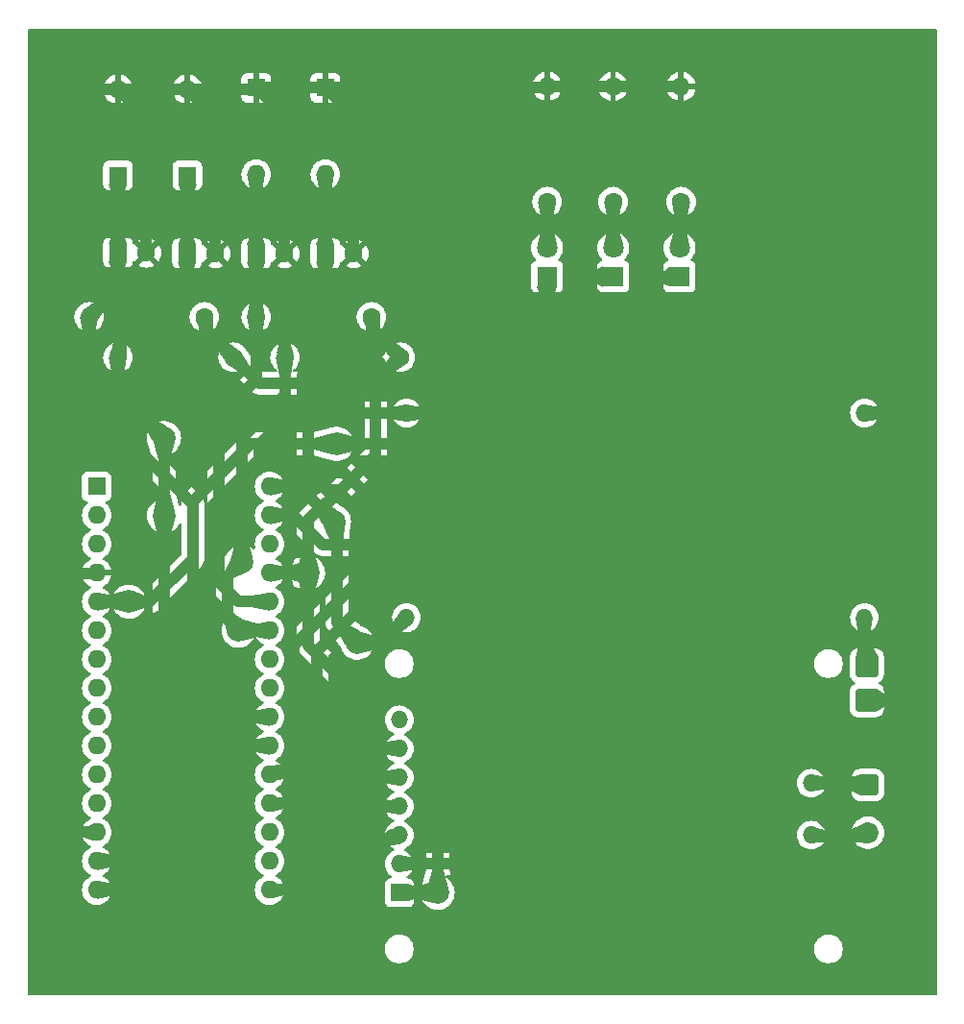
<source format=gbr>
%TF.GenerationSoftware,KiCad,Pcbnew,8.0.4*%
%TF.CreationDate,2024-08-21T00:27:14-03:00*%
%TF.ProjectId,EcoMaua_Pilot_Screen,45636f4d-6175-4615-9f50-696c6f745f53,rev?*%
%TF.SameCoordinates,Original*%
%TF.FileFunction,Copper,L2,Bot*%
%TF.FilePolarity,Positive*%
%FSLAX46Y46*%
G04 Gerber Fmt 4.6, Leading zero omitted, Abs format (unit mm)*
G04 Created by KiCad (PCBNEW 8.0.4) date 2024-08-21 00:27:14*
%MOMM*%
%LPD*%
G01*
G04 APERTURE LIST*
G04 Aperture macros list*
%AMRoundRect*
0 Rectangle with rounded corners*
0 $1 Rounding radius*
0 $2 $3 $4 $5 $6 $7 $8 $9 X,Y pos of 4 corners*
0 Add a 4 corners polygon primitive as box body*
4,1,4,$2,$3,$4,$5,$6,$7,$8,$9,$2,$3,0*
0 Add four circle primitives for the rounded corners*
1,1,$1+$1,$2,$3*
1,1,$1+$1,$4,$5*
1,1,$1+$1,$6,$7*
1,1,$1+$1,$8,$9*
0 Add four rect primitives between the rounded corners*
20,1,$1+$1,$2,$3,$4,$5,0*
20,1,$1+$1,$4,$5,$6,$7,0*
20,1,$1+$1,$6,$7,$8,$9,0*
20,1,$1+$1,$8,$9,$2,$3,0*%
G04 Aperture macros list end*
%TA.AperFunction,ComponentPad*%
%ADD10RoundRect,0.250000X-0.750000X-0.750000X0.750000X-0.750000X0.750000X0.750000X-0.750000X0.750000X0*%
%TD*%
%TA.AperFunction,ComponentPad*%
%ADD11C,1.600000*%
%TD*%
%TA.AperFunction,ComponentPad*%
%ADD12O,1.600000X1.600000*%
%TD*%
%TA.AperFunction,ComponentPad*%
%ADD13R,1.600000X1.600000*%
%TD*%
%TA.AperFunction,ComponentPad*%
%ADD14R,1.800000X1.800000*%
%TD*%
%TA.AperFunction,ComponentPad*%
%ADD15C,1.800000*%
%TD*%
%TA.AperFunction,ComponentPad*%
%ADD16RoundRect,0.250000X-0.675000X0.675000X-0.675000X-0.675000X0.675000X-0.675000X0.675000X0.675000X0*%
%TD*%
%TA.AperFunction,ComponentPad*%
%ADD17C,1.850000*%
%TD*%
%TA.AperFunction,ComponentPad*%
%ADD18O,1.524000X1.524000*%
%TD*%
%TA.AperFunction,ComponentPad*%
%ADD19R,1.524000X1.524000*%
%TD*%
%TA.AperFunction,ViaPad*%
%ADD20C,2.000000*%
%TD*%
%TA.AperFunction,Conductor*%
%ADD21C,1.000000*%
%TD*%
%TA.AperFunction,Profile*%
%ADD22C,0.200000*%
%TD*%
G04 APERTURE END LIST*
D10*
%TO.P,J3,1,Pin_1*%
%TO.N,Net-(J1-Pin_2)*%
X216916000Y-83058000D03*
%TD*%
D11*
%TO.P,R5,1*%
%TO.N,Net-(D3-A)*%
X200535000Y-42164000D03*
D12*
%TO.P,R5,2*%
%TO.N,Net-(A1-GND-Pad4)*%
X200535000Y-32004000D03*
%TD*%
D13*
%TO.P,C4,1*%
%TO.N,Net-(A1-A3)*%
X150876000Y-46671112D03*
D11*
%TO.P,C4,2*%
%TO.N,Net-(A1-GND-Pad4)*%
X153376000Y-46671112D03*
%TD*%
D14*
%TO.P,D2,1,K*%
%TO.N,Net-(A1-A1)*%
X194564000Y-48773000D03*
D15*
%TO.P,D2,2,A*%
%TO.N,Net-(D2-A)*%
X194564000Y-46233000D03*
%TD*%
D13*
%TO.P,C1,1*%
%TO.N,Net-(A1-A6)*%
X169164000Y-46736000D03*
D11*
%TO.P,C1,2*%
%TO.N,Net-(A1-GND-Pad4)*%
X171664000Y-46736000D03*
%TD*%
D13*
%TO.P,SW2,1,1*%
%TO.N,Net-(A1-GND-Pad4)*%
X163068000Y-32127000D03*
D12*
%TO.P,SW2,2,2*%
%TO.N,Net-(A1-A7)*%
X163068000Y-39747000D03*
%TD*%
D16*
%TO.P,J7,1,Pin_1*%
%TO.N,Net-(J7-Pin_1)*%
X217000000Y-93590000D03*
D17*
%TO.P,J7,2,Pin_2*%
%TO.N,Net-(J7-Pin_2)*%
X217000000Y-97790000D03*
%TD*%
D13*
%TO.P,C3,1*%
%TO.N,Net-(A1-A2)*%
X156972000Y-46736000D03*
D11*
%TO.P,C3,2*%
%TO.N,Net-(A1-GND-Pad4)*%
X159472000Y-46736000D03*
%TD*%
%TO.P,R6,1*%
%TO.N,Net-(A1-+5V)*%
X161036000Y-55880000D03*
D12*
%TO.P,R6,2*%
%TO.N,Net-(A1-A2)*%
X150876000Y-55880000D03*
%TD*%
D13*
%TO.P,SW1,1,1*%
%TO.N,Net-(A1-GND-Pad4)*%
X169164000Y-32127000D03*
D12*
%TO.P,SW1,2,2*%
%TO.N,Net-(A1-A6)*%
X169164000Y-39747000D03*
%TD*%
D13*
%TO.P,C2,1*%
%TO.N,Net-(A1-A7)*%
X163068000Y-46736000D03*
D11*
%TO.P,C2,2*%
%TO.N,Net-(A1-GND-Pad4)*%
X165568000Y-46736000D03*
%TD*%
%TO.P,R2,1*%
%TO.N,Net-(A1-+5V)*%
X173228000Y-52324000D03*
D12*
%TO.P,R2,2*%
%TO.N,Net-(A1-A7)*%
X163068000Y-52324000D03*
%TD*%
D18*
%TO.P,J1,1,Pin_1*%
%TO.N,Net-(J1-Pin_1)*%
X216710000Y-60790000D03*
%TO.P,J1,2,Pin_2*%
%TO.N,Net-(J1-Pin_2)*%
X216710000Y-78824000D03*
%TO.P,J1,3,Pin_3*%
%TO.N,Net-(J1-Pin_3)*%
X176324000Y-60790000D03*
%TO.P,J1,4,Pin_4*%
%TO.N,Net-(A1-VIN)*%
X176324000Y-78824000D03*
%TD*%
D11*
%TO.P,R4,1*%
%TO.N,Net-(D2-A)*%
X194535000Y-42164000D03*
D12*
%TO.P,R4,2*%
%TO.N,Net-(A1-GND-Pad4)*%
X194535000Y-32004000D03*
%TD*%
D14*
%TO.P,D1,1,K*%
%TO.N,Net-(A1-A0)*%
X188722000Y-48773000D03*
D15*
%TO.P,D1,2,A*%
%TO.N,Net-(D1-A)*%
X188722000Y-46233000D03*
%TD*%
D13*
%TO.P,A1,1,D1/TX*%
%TO.N,unconnected-(A1-D1{slash}TX-Pad1)*%
X149000000Y-67268000D03*
D12*
%TO.P,A1,2,D0/RX*%
%TO.N,unconnected-(A1-D0{slash}RX-Pad2)*%
X149000000Y-69808000D03*
%TO.P,A1,3,~{RESET}*%
%TO.N,unconnected-(A1-~{RESET}-Pad3)*%
X149000000Y-72348000D03*
%TO.P,A1,4,GND*%
%TO.N,Net-(A1-GND-Pad4)*%
X149000000Y-74888000D03*
%TO.P,A1,5,D2*%
%TO.N,Net-(A1-D2)*%
X149000000Y-77428000D03*
%TO.P,A1,6,D3*%
%TO.N,unconnected-(A1-D3-Pad6)*%
X149000000Y-79968000D03*
%TO.P,A1,7,D4*%
%TO.N,unconnected-(A1-D4-Pad7)*%
X149000000Y-82508000D03*
%TO.P,A1,8,D5*%
%TO.N,unconnected-(A1-D5-Pad8)*%
X149000000Y-85048000D03*
%TO.P,A1,9,D6*%
%TO.N,unconnected-(A1-D6-Pad9)*%
X149000000Y-87588000D03*
%TO.P,A1,10,D7*%
%TO.N,unconnected-(A1-D7-Pad10)*%
X149000000Y-90128000D03*
%TO.P,A1,11,D8*%
%TO.N,unconnected-(A1-D8-Pad11)*%
X149000000Y-92668000D03*
%TO.P,A1,12,D9*%
%TO.N,unconnected-(A1-D9-Pad12)*%
X149000000Y-95208000D03*
%TO.P,A1,13,D10*%
%TO.N,Net-(A1-D10)*%
X149000000Y-97748000D03*
%TO.P,A1,14,D11*%
%TO.N,Net-(A1-D11)*%
X149000000Y-100288000D03*
%TO.P,A1,15,D12*%
%TO.N,Net-(A1-D12)*%
X149000000Y-102828000D03*
%TO.P,A1,16,D13*%
%TO.N,Net-(A1-D13)*%
X164240000Y-102828000D03*
%TO.P,A1,17,3V3*%
%TO.N,unconnected-(A1-3V3-Pad17)*%
X164240000Y-100288000D03*
%TO.P,A1,18,AREF*%
%TO.N,unconnected-(A1-AREF-Pad18)*%
X164240000Y-97748000D03*
%TO.P,A1,19,A0*%
%TO.N,Net-(A1-A0)*%
X164240000Y-95208000D03*
%TO.P,A1,20,A1*%
%TO.N,Net-(A1-A1)*%
X164240000Y-92668000D03*
%TO.P,A1,21,A2*%
%TO.N,Net-(A1-A2)*%
X164240000Y-90128000D03*
%TO.P,A1,22,A3*%
%TO.N,Net-(A1-A3)*%
X164240000Y-87588000D03*
%TO.P,A1,23,A4*%
%TO.N,unconnected-(A1-A4-Pad23)*%
X164240000Y-85048000D03*
%TO.P,A1,24,A5*%
%TO.N,unconnected-(A1-A5-Pad24)*%
X164240000Y-82508000D03*
%TO.P,A1,25,A6*%
%TO.N,Net-(A1-A6)*%
X164240000Y-79968000D03*
%TO.P,A1,26,A7*%
%TO.N,Net-(A1-A7)*%
X164240000Y-77428000D03*
%TO.P,A1,27,+5V*%
%TO.N,Net-(A1-+5V)*%
X164240000Y-74888000D03*
%TO.P,A1,28,~{RESET}*%
%TO.N,unconnected-(A1-~{RESET}-Pad28)*%
X164240000Y-72348000D03*
%TO.P,A1,29,GND*%
%TO.N,Net-(J1-Pin_3)*%
X164240000Y-69808000D03*
%TO.P,A1,30,VIN*%
%TO.N,Net-(A1-VIN)*%
X164240000Y-67268000D03*
%TD*%
D13*
%TO.P,SW3,1,1*%
%TO.N,Net-(A1-A2)*%
X157000000Y-39870000D03*
D12*
%TO.P,SW3,2,2*%
%TO.N,Net-(A1-GND-Pad4)*%
X157000000Y-32250000D03*
%TD*%
D10*
%TO.P,J2,1,Pin_1*%
%TO.N,Net-(J1-Pin_1)*%
X216916000Y-86106000D03*
%TD*%
D13*
%TO.P,SW4,1,1*%
%TO.N,Net-(A1-A3)*%
X150876000Y-39870000D03*
D12*
%TO.P,SW4,2,2*%
%TO.N,Net-(A1-GND-Pad4)*%
X150876000Y-32250000D03*
%TD*%
D19*
%TO.P,U1,1,TXCAN*%
%TO.N,Net-(A1-+5V)*%
X175678000Y-103080000D03*
D18*
%TO.P,U1,2,RXCAN*%
%TO.N,Net-(J1-Pin_3)*%
X175678000Y-100540000D03*
%TO.P,U1,3,CLKOUT/SOF*%
%TO.N,Net-(A1-D10)*%
X175678000Y-98000000D03*
%TO.P,U1,4,~{TX0RTS}*%
%TO.N,Net-(A1-D12)*%
X175678000Y-95460000D03*
%TO.P,U1,5,~{TX1RTS}*%
%TO.N,Net-(A1-D11)*%
X175678000Y-92920000D03*
%TO.P,U1,6,~{TX2RTS}*%
%TO.N,Net-(A1-D13)*%
X175678000Y-90380000D03*
%TO.P,U1,7,OSC2*%
%TO.N,unconnected-(U1-OSC2-Pad7)*%
X175678000Y-87840000D03*
%TO.P,U1,8,OSC1*%
%TO.N,Net-(J7-Pin_1)*%
X212000000Y-93428000D03*
%TO.P,U1,9,VSS*%
%TO.N,Net-(J7-Pin_2)*%
X212000000Y-98000000D03*
%TD*%
D14*
%TO.P,D3,1,K*%
%TO.N,Net-(A1-D2)*%
X200406000Y-48773000D03*
D15*
%TO.P,D3,2,A*%
%TO.N,Net-(D3-A)*%
X200406000Y-46233000D03*
%TD*%
D11*
%TO.P,R1,1*%
%TO.N,Net-(A1-+5V)*%
X175768000Y-55880000D03*
D12*
%TO.P,R1,2*%
%TO.N,Net-(A1-A6)*%
X165608000Y-55880000D03*
%TD*%
D11*
%TO.P,R3,1*%
%TO.N,Net-(D1-A)*%
X188722000Y-42164000D03*
D12*
%TO.P,R3,2*%
%TO.N,Net-(A1-GND-Pad4)*%
X188722000Y-32004000D03*
%TD*%
D11*
%TO.P,R7,1*%
%TO.N,Net-(A1-+5V)*%
X158496000Y-52324000D03*
D12*
%TO.P,R7,2*%
%TO.N,Net-(A1-A3)*%
X148336000Y-52324000D03*
%TD*%
D20*
%TO.N,Net-(A1-+5V)*%
X167640000Y-74888000D03*
X179070000Y-103080000D03*
%TO.N,Net-(A1-GND-Pad4)*%
X176276000Y-67056000D03*
X194500000Y-53500000D03*
%TO.N,Net-(A1-A6)*%
X161798000Y-73914000D03*
X161502000Y-79968000D03*
%TO.N,Net-(A1-A2)*%
X154940000Y-69850000D03*
X154940000Y-62992000D03*
%TO.N,Net-(A1-D2)*%
X170180000Y-63500000D03*
X151850000Y-77428000D03*
%TO.N,Net-(A1-VIN)*%
X171958000Y-81026000D03*
X169926000Y-70358000D03*
%TD*%
D21*
%TO.N,Net-(A1-+5V)*%
X173228000Y-53340000D02*
X175768000Y-55880000D01*
X158496000Y-53340000D02*
X161036000Y-55880000D01*
X158496000Y-52324000D02*
X158496000Y-53340000D01*
X179070000Y-103080000D02*
X175678000Y-103080000D01*
X173228000Y-52324000D02*
X173228000Y-53340000D01*
X167640000Y-74888000D02*
X164240000Y-74888000D01*
%TO.N,Net-(A1-GND-Pad4)*%
X159472000Y-34722000D02*
X157000000Y-32250000D01*
X188722000Y-32004000D02*
X194535000Y-32004000D01*
X194535000Y-32004000D02*
X200535000Y-32004000D01*
X162945000Y-32250000D02*
X163068000Y-32127000D01*
X165568000Y-34627000D02*
X163068000Y-32127000D01*
X159472000Y-46736000D02*
X159472000Y-34722000D01*
X188599000Y-32127000D02*
X188722000Y-32004000D01*
X169164000Y-32127000D02*
X188599000Y-32127000D01*
X171664000Y-34627000D02*
X169164000Y-32127000D01*
X165568000Y-46736000D02*
X165568000Y-34627000D01*
X148958000Y-74930000D02*
X147546000Y-74930000D01*
X146304000Y-73688000D02*
X146304000Y-34544000D01*
X148598000Y-32250000D02*
X150876000Y-32250000D01*
X153376000Y-46671112D02*
X153376000Y-34750000D01*
X146304000Y-34544000D02*
X148598000Y-32250000D01*
X153376000Y-34750000D02*
X150876000Y-32250000D01*
X149000000Y-74888000D02*
X148958000Y-74930000D01*
X150876000Y-32250000D02*
X157000000Y-32250000D01*
X147546000Y-74930000D02*
X146304000Y-73688000D01*
X157000000Y-32250000D02*
X162945000Y-32250000D01*
X163068000Y-32127000D02*
X169164000Y-32127000D01*
X171664000Y-46736000D02*
X171664000Y-34627000D01*
%TO.N,Net-(A1-A6)*%
X169164000Y-39747000D02*
X169164000Y-46736000D01*
X169164000Y-50800000D02*
X169164000Y-46736000D01*
X161798000Y-62992000D02*
X161798000Y-73660000D01*
X169164000Y-50800000D02*
X165608000Y-54356000D01*
X165608000Y-54356000D02*
X165608000Y-55880000D01*
X165608000Y-59182000D02*
X161798000Y-62992000D01*
X161502000Y-79968000D02*
X164240000Y-79968000D01*
X165608000Y-55880000D02*
X165608000Y-59182000D01*
%TO.N,Net-(A1-A1)*%
X166370000Y-91440000D02*
X165142000Y-92668000D01*
X187325000Y-40005000D02*
X186182000Y-41148000D01*
X186182000Y-41148000D02*
X186182000Y-61468000D01*
X194564000Y-48773000D02*
X192283000Y-48773000D01*
X166370000Y-81280000D02*
X166370000Y-91440000D01*
X165142000Y-92668000D02*
X164240000Y-92668000D01*
X191135000Y-41275000D02*
X189865000Y-40005000D01*
X189865000Y-40005000D02*
X187325000Y-40005000D01*
X192283000Y-48773000D02*
X191135000Y-47625000D01*
X186182000Y-61468000D02*
X166370000Y-81280000D01*
X191135000Y-47625000D02*
X191135000Y-41275000D01*
%TO.N,Net-(A1-A3)*%
X150876000Y-49784000D02*
X150876000Y-46671112D01*
X164240000Y-87588000D02*
X159978000Y-87588000D01*
X157480000Y-85090000D02*
X157480000Y-68834000D01*
X157480000Y-68834000D02*
X148336000Y-59690000D01*
X148336000Y-52324000D02*
X150876000Y-49784000D01*
X148336000Y-59690000D02*
X148336000Y-52324000D01*
X159978000Y-87588000D02*
X157480000Y-85090000D01*
X150876000Y-39870000D02*
X150876000Y-46671112D01*
%TO.N,Net-(A1-D12)*%
X156204000Y-108204000D02*
X166433500Y-108204000D01*
X150828000Y-102828000D02*
X156204000Y-108204000D01*
X171450000Y-103187500D02*
X171450000Y-98425000D01*
X166433500Y-108204000D02*
X171450000Y-103187500D01*
X171450000Y-98425000D02*
X174415000Y-95460000D01*
X174415000Y-95460000D02*
X175678000Y-95460000D01*
X149000000Y-102828000D02*
X150828000Y-102828000D01*
%TO.N,Net-(A1-A7)*%
X159766000Y-75692000D02*
X161502000Y-77428000D01*
X163068000Y-39747000D02*
X163068000Y-46736000D01*
X163068000Y-57848500D02*
X159766000Y-61150500D01*
X161502000Y-77428000D02*
X164240000Y-77428000D01*
X163068000Y-52324000D02*
X163068000Y-57848500D01*
X159766000Y-61150500D02*
X159766000Y-75692000D01*
X163068000Y-46736000D02*
X163068000Y-52324000D01*
%TO.N,Net-(A1-D11)*%
X157045000Y-106045000D02*
X165735000Y-106045000D01*
X169545000Y-102235000D02*
X169545000Y-97155000D01*
X165735000Y-106045000D02*
X169545000Y-102235000D01*
X151288000Y-100288000D02*
X157045000Y-106045000D01*
X173780000Y-92920000D02*
X175678000Y-92920000D01*
X149000000Y-100288000D02*
X151288000Y-100288000D01*
X169545000Y-97155000D02*
X173780000Y-92920000D01*
%TO.N,Net-(A1-A2)*%
X150876000Y-54864000D02*
X150876000Y-55880000D01*
X156972000Y-48768000D02*
X150876000Y-54864000D01*
X150876000Y-58928000D02*
X150876000Y-55880000D01*
X158708000Y-90128000D02*
X164240000Y-90128000D01*
X157000000Y-39870000D02*
X157000000Y-46708000D01*
X154940000Y-86360000D02*
X158708000Y-90128000D01*
X157000000Y-46708000D02*
X156972000Y-46736000D01*
X156972000Y-46736000D02*
X156972000Y-48768000D01*
X154940000Y-62992000D02*
X150876000Y-58928000D01*
X154940000Y-69850000D02*
X154940000Y-86360000D01*
%TO.N,Net-(A1-A0)*%
X165777000Y-95208000D02*
X164240000Y-95208000D01*
X188722000Y-61468000D02*
X168402000Y-81788000D01*
X168402000Y-81788000D02*
X168402000Y-92583000D01*
X168402000Y-92583000D02*
X165777000Y-95208000D01*
X188722000Y-48773000D02*
X188722000Y-61468000D01*
%TO.N,Net-(A1-D10)*%
X146000000Y-103000000D02*
X152728000Y-109728000D01*
X168084500Y-109728000D02*
X173355000Y-104457500D01*
X146000000Y-99364000D02*
X146000000Y-103000000D01*
X152728000Y-109728000D02*
X168084500Y-109728000D01*
X173355000Y-99631500D02*
X174986500Y-98000000D01*
X173355000Y-104457500D02*
X173355000Y-99631500D01*
X147616000Y-97748000D02*
X146000000Y-99364000D01*
X149000000Y-97748000D02*
X147616000Y-97748000D01*
X174986500Y-98000000D02*
X175678000Y-98000000D01*
%TO.N,Net-(A1-D13)*%
X165777000Y-102828000D02*
X164240000Y-102828000D01*
X175678000Y-90380000D02*
X173312472Y-90380000D01*
X173312472Y-90380000D02*
X167640000Y-96052472D01*
X167640000Y-96052472D02*
X167640000Y-100965000D01*
X167640000Y-100965000D02*
X165777000Y-102828000D01*
%TO.N,Net-(A1-D2)*%
X184150000Y-60350000D02*
X184150000Y-40005000D01*
X197485000Y-40005000D02*
X197485000Y-47625000D01*
X180975000Y-63500000D02*
X182475000Y-62000000D01*
X197485000Y-47625000D02*
X198633000Y-48773000D01*
X182475000Y-62000000D02*
X182500000Y-62000000D01*
X149000000Y-77428000D02*
X151850000Y-77428000D01*
X170180000Y-63500000D02*
X180975000Y-63500000D01*
X195580000Y-38100000D02*
X197485000Y-40005000D01*
X184150000Y-40005000D02*
X186055000Y-38100000D01*
X182500000Y-62000000D02*
X184150000Y-60350000D01*
X186055000Y-38100000D02*
X195580000Y-38100000D01*
X151850000Y-77428000D02*
X151892000Y-77470000D01*
X198633000Y-48773000D02*
X200406000Y-48773000D01*
%TO.N,Net-(A1-VIN)*%
X174122000Y-81026000D02*
X176324000Y-78824000D01*
X164240000Y-67268000D02*
X166836000Y-67268000D01*
X166836000Y-67268000D02*
X169926000Y-70358000D01*
X171958000Y-81026000D02*
X174122000Y-81026000D01*
%TO.N,Net-(D1-A)*%
X188722000Y-42164000D02*
X188722000Y-46233000D01*
%TO.N,Net-(D2-A)*%
X194535000Y-42164000D02*
X194535000Y-46204000D01*
X194535000Y-46204000D02*
X194564000Y-46233000D01*
%TO.N,Net-(D3-A)*%
X200535000Y-46104000D02*
X200406000Y-46233000D01*
X200535000Y-42164000D02*
X200535000Y-46104000D01*
%TO.N,Net-(J7-Pin_1)*%
X216528000Y-93428000D02*
X217000000Y-93900000D01*
X212000000Y-93428000D02*
X216528000Y-93428000D01*
%TO.N,Net-(J7-Pin_2)*%
X217000000Y-98100000D02*
X212100000Y-98100000D01*
X212100000Y-98100000D02*
X212000000Y-98000000D01*
%TO.N,Net-(J1-Pin_3)*%
X171450000Y-72390000D02*
X172720000Y-71120000D01*
X172720000Y-67945000D02*
X170815000Y-66040000D01*
X199390000Y-36195000D02*
X203200000Y-40005000D01*
X203200000Y-80518000D02*
X183178000Y-100540000D01*
X168910000Y-66040000D02*
X167640000Y-64770000D01*
X203200000Y-40005000D02*
X203200000Y-80518000D01*
X181864000Y-39116000D02*
X184785000Y-36195000D01*
X164240000Y-69808000D02*
X166328000Y-69808000D01*
X181864000Y-59436000D02*
X181864000Y-39116000D01*
X169080000Y-60790000D02*
X176324000Y-60790000D01*
X168910000Y-72390000D02*
X171450000Y-72390000D01*
X166328000Y-69808000D02*
X168910000Y-72390000D01*
X180510000Y-60790000D02*
X181864000Y-59436000D01*
X172720000Y-71120000D02*
X172720000Y-67945000D01*
X176324000Y-60790000D02*
X180510000Y-60790000D01*
X167640000Y-62230000D02*
X169080000Y-60790000D01*
X184785000Y-36195000D02*
X199390000Y-36195000D01*
X183178000Y-100540000D02*
X175678000Y-100540000D01*
X170815000Y-66040000D02*
X168910000Y-66040000D01*
X167640000Y-64770000D02*
X167640000Y-62230000D01*
%TO.N,Net-(J1-Pin_2)*%
X216710000Y-78824000D02*
X216710000Y-82852000D01*
X216710000Y-82852000D02*
X216916000Y-83058000D01*
%TO.N,Net-(J1-Pin_1)*%
X216710000Y-60790000D02*
X218270000Y-60790000D01*
X219710000Y-85090000D02*
X218694000Y-86106000D01*
X219710000Y-62230000D02*
X219710000Y-85090000D01*
X218270000Y-60790000D02*
X219710000Y-62230000D01*
X218694000Y-86106000D02*
X216916000Y-86106000D01*
%TD*%
%TA.AperFunction,Conductor*%
%TO.N,Net-(A1-GND-Pad4)*%
G36*
X198991257Y-37215185D02*
G01*
X199011899Y-37231819D01*
X202163181Y-40383101D01*
X202196666Y-40444424D01*
X202199500Y-40470782D01*
X202199500Y-80052218D01*
X202179815Y-80119257D01*
X202163181Y-80139899D01*
X182799899Y-99503181D01*
X182738576Y-99536666D01*
X182712218Y-99539500D01*
X177284803Y-99539500D01*
X177263794Y-99537707D01*
X176268952Y-99366677D01*
X176206217Y-99335919D01*
X176170070Y-99276126D01*
X176171988Y-99206282D01*
X176211361Y-99148563D01*
X176237550Y-99132092D01*
X176311662Y-99097534D01*
X176492620Y-98970826D01*
X176648826Y-98814620D01*
X176775534Y-98633662D01*
X176868894Y-98433450D01*
X176926070Y-98220068D01*
X176945323Y-98000000D01*
X176943109Y-97974697D01*
X176926951Y-97790005D01*
X176926070Y-97779932D01*
X176868894Y-97566550D01*
X176775534Y-97366339D01*
X176648826Y-97185380D01*
X176492620Y-97029174D01*
X176492616Y-97029171D01*
X176492615Y-97029170D01*
X176311666Y-96902468D01*
X176311658Y-96902464D01*
X176182811Y-96842382D01*
X176130371Y-96796210D01*
X176111219Y-96729017D01*
X176131435Y-96662135D01*
X176182811Y-96617618D01*
X176199948Y-96609627D01*
X176311662Y-96557534D01*
X176492620Y-96430826D01*
X176648826Y-96274620D01*
X176775534Y-96093662D01*
X176868894Y-95893450D01*
X176926070Y-95680068D01*
X176945323Y-95460000D01*
X176943109Y-95434697D01*
X176926070Y-95239937D01*
X176926070Y-95239932D01*
X176868894Y-95026550D01*
X176775534Y-94826339D01*
X176710637Y-94733656D01*
X176648827Y-94645381D01*
X176576814Y-94573368D01*
X176492620Y-94489174D01*
X176492616Y-94489171D01*
X176492615Y-94489170D01*
X176311666Y-94362468D01*
X176311658Y-94362464D01*
X176182811Y-94302382D01*
X176130371Y-94256210D01*
X176111219Y-94189017D01*
X176131435Y-94122135D01*
X176182811Y-94077618D01*
X176217020Y-94061666D01*
X176311662Y-94017534D01*
X176492620Y-93890826D01*
X176648826Y-93734620D01*
X176775534Y-93553662D01*
X176868894Y-93353450D01*
X176926070Y-93140068D01*
X176945323Y-92920000D01*
X176943109Y-92894697D01*
X176931518Y-92762203D01*
X176926070Y-92699932D01*
X176868894Y-92486550D01*
X176775534Y-92286339D01*
X176693078Y-92168579D01*
X176648827Y-92105381D01*
X176576814Y-92033368D01*
X176492620Y-91949174D01*
X176492616Y-91949171D01*
X176492615Y-91949170D01*
X176311666Y-91822468D01*
X176311658Y-91822464D01*
X176182811Y-91762382D01*
X176130371Y-91716210D01*
X176111219Y-91649017D01*
X176131435Y-91582135D01*
X176182811Y-91537618D01*
X176203883Y-91527792D01*
X176311662Y-91477534D01*
X176492620Y-91350826D01*
X176648826Y-91194620D01*
X176775534Y-91013662D01*
X176868894Y-90813450D01*
X176926070Y-90600068D01*
X176945323Y-90380000D01*
X176943109Y-90354697D01*
X176926070Y-90159937D01*
X176926070Y-90159932D01*
X176868894Y-89946550D01*
X176775534Y-89746339D01*
X176648826Y-89565380D01*
X176492620Y-89409174D01*
X176492616Y-89409171D01*
X176492615Y-89409170D01*
X176311666Y-89282468D01*
X176311658Y-89282464D01*
X176182811Y-89222382D01*
X176130371Y-89176210D01*
X176111219Y-89109017D01*
X176131435Y-89042135D01*
X176182811Y-88997618D01*
X176220861Y-88979875D01*
X176311662Y-88937534D01*
X176492620Y-88810826D01*
X176648826Y-88654620D01*
X176775534Y-88473662D01*
X176868894Y-88273450D01*
X176926070Y-88060068D01*
X176945323Y-87840000D01*
X176943109Y-87814697D01*
X176926070Y-87619937D01*
X176926070Y-87619932D01*
X176868894Y-87406550D01*
X176775534Y-87206339D01*
X176692164Y-87087273D01*
X176648827Y-87025381D01*
X176616074Y-86992628D01*
X176492620Y-86869174D01*
X176492616Y-86869171D01*
X176492615Y-86869170D01*
X176311666Y-86742468D01*
X176311662Y-86742466D01*
X176224215Y-86701689D01*
X176111450Y-86649106D01*
X176111447Y-86649105D01*
X176111445Y-86649104D01*
X175898070Y-86591930D01*
X175898062Y-86591929D01*
X175678002Y-86572677D01*
X175677998Y-86572677D01*
X175457937Y-86591929D01*
X175457929Y-86591930D01*
X175244554Y-86649104D01*
X175244548Y-86649107D01*
X175044340Y-86742465D01*
X175044338Y-86742466D01*
X174863377Y-86869175D01*
X174707175Y-87025377D01*
X174580466Y-87206338D01*
X174580465Y-87206340D01*
X174487107Y-87406548D01*
X174487104Y-87406554D01*
X174429930Y-87619929D01*
X174429929Y-87619937D01*
X174410677Y-87839997D01*
X174410677Y-87840002D01*
X174429929Y-88060062D01*
X174429930Y-88060070D01*
X174487104Y-88273445D01*
X174487105Y-88273447D01*
X174487106Y-88273450D01*
X174529861Y-88365139D01*
X174580466Y-88473662D01*
X174580468Y-88473666D01*
X174707170Y-88654615D01*
X174707175Y-88654621D01*
X174863378Y-88810824D01*
X174863384Y-88810829D01*
X174992534Y-88901261D01*
X175044338Y-88937534D01*
X175118444Y-88972090D01*
X175170880Y-89018259D01*
X175190033Y-89085452D01*
X175169818Y-89152334D01*
X175116653Y-89197669D01*
X175087046Y-89206677D01*
X174092205Y-89377707D01*
X174071196Y-89379500D01*
X173213927Y-89379500D01*
X173117284Y-89398724D01*
X173020643Y-89417947D01*
X173020635Y-89417949D01*
X172992827Y-89429468D01*
X172992826Y-89429468D01*
X172838564Y-89493364D01*
X172838551Y-89493371D01*
X172674691Y-89602859D01*
X172605012Y-89672538D01*
X172535333Y-89742218D01*
X169614182Y-92663369D01*
X169552859Y-92696854D01*
X169483167Y-92691870D01*
X169427234Y-92649998D01*
X169402817Y-92584534D01*
X169402501Y-92575688D01*
X169402501Y-92479349D01*
X169402500Y-92479323D01*
X169402500Y-82253781D01*
X169422185Y-82186742D01*
X169438814Y-82166104D01*
X170289928Y-81314990D01*
X170351249Y-81281507D01*
X170420940Y-81286491D01*
X170476874Y-81328363D01*
X170497813Y-81372232D01*
X170533937Y-81514882D01*
X170633826Y-81742606D01*
X170769833Y-81950782D01*
X170769836Y-81950785D01*
X170938256Y-82133738D01*
X171134491Y-82286474D01*
X171353190Y-82404828D01*
X171588386Y-82485571D01*
X171833665Y-82526500D01*
X172082335Y-82526500D01*
X172327614Y-82485571D01*
X172327617Y-82485570D01*
X172454680Y-82441948D01*
X172474417Y-82437495D01*
X172474343Y-82437095D01*
X172478686Y-82436281D01*
X172478700Y-82436280D01*
X174026764Y-82030550D01*
X174058201Y-82026500D01*
X174220543Y-82026500D01*
X174303052Y-82010087D01*
X174344308Y-82001881D01*
X174413836Y-81988051D01*
X174472629Y-81963698D01*
X174510900Y-81947845D01*
X174580367Y-81940379D01*
X174642845Y-81971654D01*
X174678497Y-82031744D01*
X174676002Y-82101569D01*
X174658666Y-82135293D01*
X174594794Y-82223205D01*
X174504290Y-82400830D01*
X174442685Y-82590430D01*
X174411500Y-82787324D01*
X174411500Y-82986675D01*
X174439068Y-83160734D01*
X174442686Y-83183573D01*
X174504289Y-83373167D01*
X174594792Y-83550791D01*
X174711968Y-83712069D01*
X174852931Y-83853032D01*
X175014209Y-83970208D01*
X175191833Y-84060711D01*
X175381427Y-84122314D01*
X175578324Y-84153500D01*
X175578325Y-84153500D01*
X175777675Y-84153500D01*
X175777676Y-84153500D01*
X175974573Y-84122314D01*
X176164167Y-84060711D01*
X176341791Y-83970208D01*
X176503069Y-83853032D01*
X176644032Y-83712069D01*
X176761208Y-83550791D01*
X176851711Y-83373167D01*
X176913314Y-83183573D01*
X176944500Y-82986676D01*
X176944500Y-82787324D01*
X176913314Y-82590427D01*
X176851711Y-82400833D01*
X176761208Y-82223209D01*
X176644032Y-82061931D01*
X176503069Y-81920968D01*
X176341791Y-81803792D01*
X176164167Y-81713289D01*
X175974573Y-81651686D01*
X175974571Y-81651685D01*
X175974569Y-81651685D01*
X175837094Y-81629911D01*
X175777676Y-81620500D01*
X175578324Y-81620500D01*
X175532680Y-81627729D01*
X175381430Y-81651685D01*
X175191825Y-81713291D01*
X175191822Y-81713293D01*
X175191689Y-81713361D01*
X175191633Y-81713371D01*
X175187324Y-81715156D01*
X175186948Y-81714250D01*
X175123017Y-81726245D01*
X175058281Y-81699956D01*
X175018035Y-81642843D01*
X175015055Y-81573037D01*
X175047731Y-81515187D01*
X175895291Y-80667628D01*
X175911401Y-80654051D01*
X176920383Y-79941096D01*
X176939529Y-79929988D01*
X176957662Y-79921534D01*
X177138620Y-79794826D01*
X177166479Y-79766965D01*
X177175117Y-79759370D01*
X177175008Y-79759241D01*
X177177009Y-79757556D01*
X177177016Y-79757551D01*
X177178526Y-79756280D01*
X177245360Y-79688090D01*
X177245945Y-79687499D01*
X177294826Y-79638620D01*
X177421534Y-79457662D01*
X177514894Y-79257450D01*
X177572070Y-79044068D01*
X177589657Y-78843042D01*
X177591323Y-78824002D01*
X177591323Y-78823997D01*
X177572734Y-78611526D01*
X177572070Y-78603932D01*
X177514894Y-78390550D01*
X177421534Y-78190339D01*
X177294826Y-78009380D01*
X177138620Y-77853174D01*
X177138616Y-77853171D01*
X177138615Y-77853170D01*
X176957666Y-77726468D01*
X176957662Y-77726466D01*
X176849059Y-77675824D01*
X176757450Y-77633106D01*
X176757447Y-77633105D01*
X176757445Y-77633104D01*
X176544070Y-77575930D01*
X176544062Y-77575929D01*
X176324002Y-77556677D01*
X176323998Y-77556677D01*
X176103937Y-77575929D01*
X176103929Y-77575930D01*
X175890554Y-77633104D01*
X175890548Y-77633107D01*
X175690340Y-77726465D01*
X175690338Y-77726466D01*
X175509377Y-77853175D01*
X175353175Y-78009377D01*
X175226466Y-78190337D01*
X175226465Y-78190338D01*
X175218013Y-78208464D01*
X175206902Y-78227612D01*
X174683773Y-78967953D01*
X174606133Y-79077830D01*
X174570076Y-79128858D01*
X174493944Y-79236599D01*
X174480356Y-79252721D01*
X173827375Y-79905703D01*
X173766052Y-79939188D01*
X173708257Y-79937971D01*
X172566070Y-79638618D01*
X172478699Y-79615719D01*
X172478687Y-79615716D01*
X172458992Y-79610957D01*
X172447854Y-79607707D01*
X172327614Y-79566428D01*
X172317444Y-79564731D01*
X172254560Y-79534278D01*
X172218122Y-79474662D01*
X172219700Y-79404810D01*
X172250175Y-79354744D01*
X189499140Y-62105781D01*
X189608632Y-61941914D01*
X189684052Y-61759835D01*
X189722501Y-61566540D01*
X189722501Y-61369459D01*
X189722501Y-61364349D01*
X189722500Y-61364323D01*
X189722500Y-50717839D01*
X189733187Y-50667478D01*
X189837360Y-50433089D01*
X190080670Y-49885641D01*
X190105276Y-49809800D01*
X190107010Y-49804827D01*
X190116091Y-49780483D01*
X190122500Y-49720873D01*
X190122499Y-48319310D01*
X190142184Y-48252272D01*
X190194987Y-48206517D01*
X190264146Y-48196573D01*
X190327702Y-48225598D01*
X190349602Y-48250422D01*
X190357859Y-48262780D01*
X190357863Y-48262785D01*
X190501537Y-48406459D01*
X190501559Y-48406479D01*
X191502735Y-49407655D01*
X191502764Y-49407686D01*
X191645214Y-49550136D01*
X191645218Y-49550139D01*
X191809079Y-49659628D01*
X191809092Y-49659635D01*
X191937833Y-49712961D01*
X191956935Y-49720873D01*
X191991164Y-49735051D01*
X192052161Y-49747184D01*
X192085235Y-49753763D01*
X192184456Y-49773500D01*
X192184459Y-49773500D01*
X192184460Y-49773500D01*
X192381540Y-49773500D01*
X192619160Y-49773500D01*
X192669520Y-49784186D01*
X193451358Y-50131670D01*
X193527143Y-50156259D01*
X193532192Y-50158018D01*
X193556517Y-50167091D01*
X193616127Y-50173500D01*
X195511872Y-50173499D01*
X195571483Y-50167091D01*
X195706331Y-50116796D01*
X195821546Y-50030546D01*
X195907796Y-49915331D01*
X195958091Y-49780483D01*
X195964500Y-49720873D01*
X195964499Y-47825128D01*
X195958091Y-47765517D01*
X195954734Y-47756517D01*
X195907797Y-47630671D01*
X195907793Y-47630664D01*
X195821547Y-47515455D01*
X195821544Y-47515452D01*
X195706335Y-47429206D01*
X195706328Y-47429202D01*
X195626094Y-47399277D01*
X195570160Y-47357406D01*
X195545743Y-47291941D01*
X195560595Y-47223668D01*
X195578190Y-47199121D01*
X195672979Y-47096153D01*
X195799924Y-46901849D01*
X195893157Y-46689300D01*
X195950134Y-46464305D01*
X195953349Y-46425506D01*
X195969300Y-46233006D01*
X195969300Y-46232993D01*
X195950135Y-46001702D01*
X195950133Y-46001694D01*
X195948546Y-45995426D01*
X195893159Y-45776708D01*
X195893157Y-45776700D01*
X195886786Y-45762178D01*
X195880007Y-45742291D01*
X195879787Y-45741408D01*
X195544331Y-44392273D01*
X195539164Y-44371491D01*
X195535500Y-44341570D01*
X195535500Y-43849174D01*
X195537624Y-43826322D01*
X195711804Y-42897360D01*
X195773693Y-42567277D01*
X195775794Y-42558039D01*
X195775797Y-42558029D01*
X195820635Y-42390692D01*
X195833916Y-42238886D01*
X195834643Y-42232493D01*
X195835715Y-42224844D01*
X195835715Y-42224838D01*
X195835913Y-42222720D01*
X195835914Y-42222713D01*
X195835911Y-42222328D01*
X195836379Y-42210728D01*
X195840468Y-42164000D01*
X195820635Y-41937308D01*
X195761739Y-41717504D01*
X195665568Y-41511266D01*
X195535047Y-41324861D01*
X195535045Y-41324858D01*
X195374141Y-41163954D01*
X195187734Y-41033432D01*
X195187732Y-41033431D01*
X194981497Y-40937261D01*
X194981488Y-40937258D01*
X194761697Y-40878366D01*
X194761693Y-40878365D01*
X194761692Y-40878365D01*
X194761691Y-40878364D01*
X194761686Y-40878364D01*
X194535002Y-40858532D01*
X194534998Y-40858532D01*
X194308313Y-40878364D01*
X194308302Y-40878366D01*
X194088511Y-40937258D01*
X194088502Y-40937261D01*
X193882267Y-41033431D01*
X193882265Y-41033432D01*
X193695858Y-41163954D01*
X193534954Y-41324858D01*
X193404432Y-41511265D01*
X193404431Y-41511267D01*
X193308261Y-41717502D01*
X193308258Y-41717511D01*
X193249366Y-41937302D01*
X193249364Y-41937313D01*
X193229532Y-42163998D01*
X193229532Y-42164001D01*
X193249364Y-42390686D01*
X193249366Y-42390697D01*
X193294202Y-42558029D01*
X193296303Y-42567270D01*
X193532376Y-43826323D01*
X193534500Y-43849175D01*
X193534500Y-44349835D01*
X193531886Y-44375161D01*
X193246299Y-45743947D01*
X193238472Y-45768425D01*
X193234844Y-45776696D01*
X193234844Y-45776697D01*
X193234843Y-45776700D01*
X193220545Y-45833161D01*
X193177866Y-46001694D01*
X193177864Y-46001702D01*
X193158700Y-46232993D01*
X193158700Y-46233006D01*
X193177864Y-46464297D01*
X193177866Y-46464308D01*
X193234842Y-46689300D01*
X193328075Y-46901848D01*
X193455016Y-47096147D01*
X193455019Y-47096151D01*
X193455021Y-47096153D01*
X193549801Y-47199112D01*
X193580723Y-47261766D01*
X193572863Y-47331192D01*
X193528715Y-47385347D01*
X193501913Y-47399273D01*
X193498171Y-47400669D01*
X193488556Y-47403815D01*
X193451362Y-47414327D01*
X193451357Y-47414329D01*
X192759259Y-47721929D01*
X192690003Y-47731168D01*
X192626746Y-47701498D01*
X192621217Y-47696297D01*
X192171819Y-47246899D01*
X192138334Y-47185576D01*
X192135500Y-47159218D01*
X192135500Y-41176456D01*
X192135499Y-41176454D01*
X192107050Y-41033432D01*
X192097051Y-40983165D01*
X192090376Y-40967051D01*
X192059137Y-40891632D01*
X192043773Y-40854540D01*
X192021635Y-40801093D01*
X192021634Y-40801092D01*
X192021632Y-40801086D01*
X191971448Y-40725980D01*
X191912139Y-40637217D01*
X191769686Y-40494764D01*
X191769655Y-40494735D01*
X190646479Y-39371559D01*
X190646459Y-39371537D01*
X190587103Y-39312181D01*
X190553618Y-39250858D01*
X190558602Y-39181166D01*
X190600474Y-39125233D01*
X190665938Y-39100816D01*
X190674784Y-39100500D01*
X195114218Y-39100500D01*
X195181257Y-39120185D01*
X195201899Y-39136819D01*
X196448181Y-40383101D01*
X196481666Y-40444424D01*
X196484500Y-40470782D01*
X196484500Y-47723544D01*
X196522947Y-47916833D01*
X196522949Y-47916836D01*
X196545038Y-47970165D01*
X196563892Y-48015683D01*
X196598366Y-48098911D01*
X196598371Y-48098920D01*
X196707860Y-48262781D01*
X196707863Y-48262785D01*
X196851537Y-48406459D01*
X196851559Y-48406479D01*
X197852735Y-49407655D01*
X197852764Y-49407686D01*
X197995214Y-49550136D01*
X197995218Y-49550139D01*
X198159079Y-49659628D01*
X198159092Y-49659635D01*
X198287833Y-49712961D01*
X198306935Y-49720873D01*
X198341164Y-49735051D01*
X198402161Y-49747184D01*
X198480379Y-49762742D01*
X198506744Y-49771135D01*
X199225893Y-50092335D01*
X199249632Y-50106288D01*
X199263668Y-50116795D01*
X199263671Y-50116797D01*
X199398517Y-50167091D01*
X199398516Y-50167091D01*
X199405444Y-50167835D01*
X199458127Y-50173500D01*
X201353872Y-50173499D01*
X201413483Y-50167091D01*
X201548331Y-50116796D01*
X201663546Y-50030546D01*
X201749796Y-49915331D01*
X201800091Y-49780483D01*
X201806500Y-49720873D01*
X201806499Y-47825128D01*
X201800091Y-47765517D01*
X201796734Y-47756517D01*
X201749797Y-47630671D01*
X201749793Y-47630664D01*
X201663547Y-47515455D01*
X201663544Y-47515452D01*
X201548335Y-47429206D01*
X201548328Y-47429202D01*
X201468094Y-47399277D01*
X201412160Y-47357406D01*
X201387743Y-47291941D01*
X201402595Y-47223668D01*
X201420190Y-47199121D01*
X201514979Y-47096153D01*
X201641924Y-46901849D01*
X201735157Y-46689300D01*
X201792134Y-46464305D01*
X201795349Y-46425506D01*
X201811300Y-46233006D01*
X201811300Y-46232993D01*
X201792135Y-46001702D01*
X201792134Y-46001699D01*
X201792134Y-46001695D01*
X201768149Y-45906985D01*
X201765782Y-45895299D01*
X201536920Y-44396845D01*
X201535500Y-44378132D01*
X201535500Y-43849174D01*
X201537624Y-43826322D01*
X201711804Y-42897360D01*
X201773693Y-42567277D01*
X201775794Y-42558039D01*
X201775797Y-42558029D01*
X201820635Y-42390692D01*
X201833916Y-42238886D01*
X201834643Y-42232493D01*
X201835715Y-42224844D01*
X201835715Y-42224838D01*
X201835913Y-42222720D01*
X201835914Y-42222713D01*
X201835911Y-42222328D01*
X201836379Y-42210728D01*
X201840468Y-42164000D01*
X201820635Y-41937308D01*
X201761739Y-41717504D01*
X201665568Y-41511266D01*
X201535047Y-41324861D01*
X201535045Y-41324858D01*
X201374141Y-41163954D01*
X201187734Y-41033432D01*
X201187732Y-41033431D01*
X200981497Y-40937261D01*
X200981488Y-40937258D01*
X200761697Y-40878366D01*
X200761693Y-40878365D01*
X200761692Y-40878365D01*
X200761691Y-40878364D01*
X200761686Y-40878364D01*
X200535002Y-40858532D01*
X200534998Y-40858532D01*
X200308313Y-40878364D01*
X200308302Y-40878366D01*
X200088511Y-40937258D01*
X200088502Y-40937261D01*
X199882267Y-41033431D01*
X199882265Y-41033432D01*
X199695858Y-41163954D01*
X199534954Y-41324858D01*
X199404432Y-41511265D01*
X199404431Y-41511267D01*
X199308261Y-41717502D01*
X199308258Y-41717511D01*
X199249366Y-41937302D01*
X199249364Y-41937313D01*
X199229532Y-42163998D01*
X199229532Y-42164001D01*
X199249364Y-42390686D01*
X199249366Y-42390697D01*
X199294202Y-42558029D01*
X199296303Y-42567270D01*
X199532376Y-43826323D01*
X199534500Y-43849175D01*
X199534500Y-44344270D01*
X199528531Y-44382280D01*
X199096641Y-45723389D01*
X199092226Y-45738827D01*
X199086563Y-45754539D01*
X199076844Y-45776695D01*
X199076844Y-45776697D01*
X199076843Y-45776700D01*
X199062545Y-45833161D01*
X199019866Y-46001694D01*
X199019864Y-46001702D01*
X199000700Y-46232993D01*
X199000700Y-46233006D01*
X199019864Y-46464297D01*
X199019866Y-46464308D01*
X199076842Y-46689300D01*
X199170075Y-46901848D01*
X199297016Y-47096147D01*
X199297019Y-47096151D01*
X199297021Y-47096153D01*
X199391803Y-47199114D01*
X199422724Y-47261767D01*
X199414864Y-47331193D01*
X199370716Y-47385348D01*
X199343903Y-47399278D01*
X199327381Y-47405440D01*
X199321677Y-47407204D01*
X199321732Y-47407374D01*
X199317516Y-47408728D01*
X199307670Y-47412686D01*
X199307665Y-47412675D01*
X199303698Y-47414273D01*
X199263671Y-47429203D01*
X199263670Y-47429203D01*
X199263669Y-47429204D01*
X199221198Y-47460998D01*
X199148455Y-47515453D01*
X199142189Y-47521718D01*
X199142132Y-47521661D01*
X199141196Y-47522726D01*
X199055289Y-47606848D01*
X198993618Y-47639687D01*
X198923982Y-47633971D01*
X198880852Y-47605932D01*
X198521819Y-47246899D01*
X198488334Y-47185576D01*
X198485500Y-47159218D01*
X198485500Y-39906456D01*
X198485499Y-39906454D01*
X198447053Y-39713173D01*
X198447050Y-39713163D01*
X198443808Y-39705337D01*
X198443783Y-39705276D01*
X198420042Y-39647959D01*
X198392631Y-39581782D01*
X198371635Y-39531092D01*
X198371628Y-39531079D01*
X198262139Y-39367218D01*
X198262136Y-39367214D01*
X198119686Y-39224764D01*
X198119655Y-39224735D01*
X196361479Y-37466559D01*
X196361459Y-37466537D01*
X196302103Y-37407181D01*
X196268618Y-37345858D01*
X196273602Y-37276166D01*
X196315474Y-37220233D01*
X196380938Y-37195816D01*
X196389784Y-37195500D01*
X198924218Y-37195500D01*
X198991257Y-37215185D01*
G37*
%TD.AperFunction*%
%TA.AperFunction,Conductor*%
G36*
X181740219Y-64279168D02*
G01*
X181786910Y-64331147D01*
X181798086Y-64400117D01*
X181770201Y-64464181D01*
X181762734Y-64472345D01*
X175427034Y-70808045D01*
X165732221Y-80502858D01*
X165732218Y-80502861D01*
X165668208Y-80566871D01*
X165654836Y-80580243D01*
X165593512Y-80613727D01*
X165523821Y-80608742D01*
X165467887Y-80566871D01*
X165443471Y-80501406D01*
X165454772Y-80440158D01*
X165466739Y-80414496D01*
X165525635Y-80194692D01*
X165545468Y-79968000D01*
X165545467Y-79967994D01*
X165526945Y-79756281D01*
X165525635Y-79741308D01*
X165466739Y-79521504D01*
X165370568Y-79315266D01*
X165240047Y-79128861D01*
X165240045Y-79128858D01*
X165079141Y-78967954D01*
X164892734Y-78837432D01*
X164892728Y-78837429D01*
X164834725Y-78810382D01*
X164782285Y-78764210D01*
X164763133Y-78697017D01*
X164783348Y-78630135D01*
X164834725Y-78585618D01*
X164855087Y-78576123D01*
X164892734Y-78558568D01*
X165079139Y-78428047D01*
X165240047Y-78267139D01*
X165370568Y-78080734D01*
X165466739Y-77874496D01*
X165525635Y-77654692D01*
X165545468Y-77428000D01*
X165545467Y-77427994D01*
X165525635Y-77201313D01*
X165525635Y-77201308D01*
X165466739Y-76981504D01*
X165370568Y-76775266D01*
X165240047Y-76588861D01*
X165240045Y-76588858D01*
X165079141Y-76427954D01*
X164889228Y-76294977D01*
X164845603Y-76240401D01*
X164838409Y-76170902D01*
X164869932Y-76108547D01*
X164930161Y-76073133D01*
X164937473Y-76071531D01*
X165677665Y-75932746D01*
X165731951Y-75934672D01*
X167119299Y-76298280D01*
X167138178Y-76302842D01*
X167138182Y-76302842D01*
X167139009Y-76303042D01*
X167150133Y-76306287D01*
X167237994Y-76336450D01*
X167270385Y-76347571D01*
X167515665Y-76388500D01*
X167764335Y-76388500D01*
X168009614Y-76347571D01*
X168244810Y-76266828D01*
X168463509Y-76148474D01*
X168659744Y-75995738D01*
X168828164Y-75812785D01*
X168964173Y-75604607D01*
X169064063Y-75376881D01*
X169125108Y-75135821D01*
X169134561Y-75021738D01*
X169145643Y-74888005D01*
X169145643Y-74887994D01*
X169125109Y-74640187D01*
X169125107Y-74640175D01*
X169064063Y-74399118D01*
X168964173Y-74171393D01*
X168828166Y-73963217D01*
X168782858Y-73914000D01*
X168659744Y-73780262D01*
X168463509Y-73627526D01*
X168463507Y-73627525D01*
X168463506Y-73627524D01*
X168244811Y-73509172D01*
X168244802Y-73509169D01*
X168009616Y-73428429D01*
X167764335Y-73387500D01*
X167515665Y-73387500D01*
X167270383Y-73428429D01*
X167143329Y-73472047D01*
X167123587Y-73476508D01*
X167123661Y-73476903D01*
X167119309Y-73477717D01*
X167119302Y-73477718D01*
X167119300Y-73477719D01*
X166749118Y-73574739D01*
X165731954Y-73841324D01*
X165677665Y-73843251D01*
X164937501Y-73704471D01*
X164875238Y-73672769D01*
X164839998Y-73612438D01*
X164842969Y-73542631D01*
X164883210Y-73485513D01*
X164889231Y-73481019D01*
X164892726Y-73478571D01*
X164892734Y-73478568D01*
X165079139Y-73348047D01*
X165240047Y-73187139D01*
X165370568Y-73000734D01*
X165466739Y-72794496D01*
X165525635Y-72574692D01*
X165545468Y-72348000D01*
X165525635Y-72121308D01*
X165467465Y-71904212D01*
X165466741Y-71901511D01*
X165466738Y-71901502D01*
X165464704Y-71897141D01*
X165370568Y-71695266D01*
X165240047Y-71508861D01*
X165240045Y-71508858D01*
X165079141Y-71347954D01*
X164889228Y-71214977D01*
X164845603Y-71160401D01*
X164838409Y-71090902D01*
X164869932Y-71028547D01*
X164930161Y-70993133D01*
X164937475Y-70991531D01*
X165849306Y-70820563D01*
X165918824Y-70827556D01*
X165959837Y-70854757D01*
X168132860Y-73027781D01*
X168132861Y-73027782D01*
X168272218Y-73167139D01*
X168436086Y-73276632D01*
X168542745Y-73320811D01*
X168618164Y-73352051D01*
X168735708Y-73375432D01*
X168811454Y-73390499D01*
X168811457Y-73390500D01*
X168811459Y-73390500D01*
X171548542Y-73390500D01*
X171567870Y-73386655D01*
X171645188Y-73371275D01*
X171741836Y-73352051D01*
X171795165Y-73329961D01*
X171923914Y-73276632D01*
X172087782Y-73167139D01*
X172227139Y-73027782D01*
X172227140Y-73027779D01*
X172234206Y-73020714D01*
X172234209Y-73020710D01*
X173357778Y-71897141D01*
X173357782Y-71897139D01*
X173497139Y-71757782D01*
X173606632Y-71593914D01*
X173667492Y-71446983D01*
X173682051Y-71411836D01*
X173707721Y-71282785D01*
X173720500Y-71218541D01*
X173720500Y-67846459D01*
X173720500Y-67846456D01*
X173682052Y-67653170D01*
X173682051Y-67653169D01*
X173682051Y-67653165D01*
X173616410Y-67494692D01*
X173606635Y-67471092D01*
X173606628Y-67471079D01*
X173497139Y-67307218D01*
X173497136Y-67307214D01*
X173354686Y-67164764D01*
X173354655Y-67164735D01*
X171596479Y-65406559D01*
X171596459Y-65406537D01*
X171452785Y-65262863D01*
X171452781Y-65262860D01*
X171288920Y-65153371D01*
X171288911Y-65153366D01*
X171216315Y-65123296D01*
X171160165Y-65100038D01*
X171106836Y-65077949D01*
X171106832Y-65077948D01*
X171106828Y-65077946D01*
X171040357Y-65064725D01*
X170978446Y-65032340D01*
X170943872Y-64971625D01*
X170947611Y-64901855D01*
X170988478Y-64845183D01*
X171033111Y-64823159D01*
X172248764Y-64504550D01*
X172280201Y-64500500D01*
X181073542Y-64500500D01*
X181092870Y-64496655D01*
X181170188Y-64481275D01*
X181266836Y-64462051D01*
X181325629Y-64437698D01*
X181448914Y-64386632D01*
X181606162Y-64281561D01*
X181672839Y-64260684D01*
X181740219Y-64279168D01*
G37*
%TD.AperFunction*%
%TA.AperFunction,Conductor*%
G36*
X222943039Y-27019685D02*
G01*
X222988794Y-27072489D01*
X223000000Y-27124000D01*
X223000000Y-111876000D01*
X222980315Y-111943039D01*
X222927511Y-111988794D01*
X222876000Y-112000000D01*
X143124000Y-112000000D01*
X143056961Y-111980315D01*
X143011206Y-111927511D01*
X143000000Y-111876000D01*
X143000000Y-99265455D01*
X144999500Y-99265455D01*
X144999500Y-103098544D01*
X145037947Y-103291828D01*
X145037950Y-103291840D01*
X145051414Y-103324344D01*
X145051415Y-103324346D01*
X145113364Y-103473907D01*
X145113371Y-103473920D01*
X145222860Y-103637781D01*
X145222863Y-103637785D01*
X145366537Y-103781459D01*
X145366559Y-103781479D01*
X151947735Y-110362655D01*
X151947764Y-110362686D01*
X152090214Y-110505136D01*
X152090218Y-110505139D01*
X152254079Y-110614628D01*
X152254092Y-110614635D01*
X152382833Y-110667961D01*
X152425744Y-110685735D01*
X152436164Y-110690051D01*
X152532812Y-110709275D01*
X152581135Y-110718887D01*
X152629458Y-110728500D01*
X152629459Y-110728500D01*
X168183042Y-110728500D01*
X168202370Y-110724655D01*
X168279688Y-110709275D01*
X168376336Y-110690051D01*
X168429665Y-110667961D01*
X168558414Y-110614632D01*
X168722282Y-110505139D01*
X168861639Y-110365782D01*
X168861639Y-110365780D01*
X168871847Y-110355573D01*
X168871848Y-110355570D01*
X171294095Y-107933324D01*
X174411500Y-107933324D01*
X174411500Y-108132676D01*
X174442686Y-108329573D01*
X174504289Y-108519167D01*
X174594792Y-108696791D01*
X174711968Y-108858069D01*
X174852931Y-108999032D01*
X175014209Y-109116208D01*
X175191833Y-109206711D01*
X175381427Y-109268314D01*
X175578324Y-109299500D01*
X175578325Y-109299500D01*
X175777675Y-109299500D01*
X175777676Y-109299500D01*
X175974573Y-109268314D01*
X176164167Y-109206711D01*
X176341791Y-109116208D01*
X176503069Y-108999032D01*
X176644032Y-108858069D01*
X176761208Y-108696791D01*
X176851711Y-108519167D01*
X176913314Y-108329573D01*
X176944500Y-108132676D01*
X176944500Y-107933324D01*
X212257500Y-107933324D01*
X212257500Y-108132676D01*
X212288686Y-108329573D01*
X212350289Y-108519167D01*
X212440792Y-108696791D01*
X212557968Y-108858069D01*
X212698931Y-108999032D01*
X212860209Y-109116208D01*
X213037833Y-109206711D01*
X213227427Y-109268314D01*
X213424324Y-109299500D01*
X213424325Y-109299500D01*
X213623675Y-109299500D01*
X213623676Y-109299500D01*
X213820573Y-109268314D01*
X214010167Y-109206711D01*
X214187791Y-109116208D01*
X214349069Y-108999032D01*
X214490032Y-108858069D01*
X214607208Y-108696791D01*
X214697711Y-108519167D01*
X214759314Y-108329573D01*
X214790500Y-108132676D01*
X214790500Y-107933324D01*
X214759314Y-107736427D01*
X214697711Y-107546833D01*
X214607208Y-107369209D01*
X214490032Y-107207931D01*
X214349069Y-107066968D01*
X214187791Y-106949792D01*
X214010167Y-106859289D01*
X213820573Y-106797686D01*
X213820571Y-106797685D01*
X213820569Y-106797685D01*
X213683094Y-106775911D01*
X213623676Y-106766500D01*
X213424324Y-106766500D01*
X213378680Y-106773729D01*
X213227430Y-106797685D01*
X213037830Y-106859290D01*
X212860208Y-106949792D01*
X212824397Y-106975811D01*
X212698931Y-107066968D01*
X212698929Y-107066970D01*
X212698928Y-107066970D01*
X212557970Y-107207928D01*
X212557970Y-107207929D01*
X212557968Y-107207931D01*
X212507645Y-107277193D01*
X212440792Y-107369208D01*
X212350290Y-107546830D01*
X212288685Y-107736430D01*
X212257500Y-107933324D01*
X176944500Y-107933324D01*
X176913314Y-107736427D01*
X176851711Y-107546833D01*
X176761208Y-107369209D01*
X176644032Y-107207931D01*
X176503069Y-107066968D01*
X176341791Y-106949792D01*
X176164167Y-106859289D01*
X175974573Y-106797686D01*
X175974571Y-106797685D01*
X175974569Y-106797685D01*
X175837094Y-106775911D01*
X175777676Y-106766500D01*
X175578324Y-106766500D01*
X175532680Y-106773729D01*
X175381430Y-106797685D01*
X175191830Y-106859290D01*
X175014208Y-106949792D01*
X174978397Y-106975811D01*
X174852931Y-107066968D01*
X174852929Y-107066970D01*
X174852928Y-107066970D01*
X174711970Y-107207928D01*
X174711970Y-107207929D01*
X174711968Y-107207931D01*
X174661645Y-107277193D01*
X174594792Y-107369208D01*
X174504290Y-107546830D01*
X174442685Y-107736430D01*
X174411500Y-107933324D01*
X171294095Y-107933324D01*
X174132140Y-105095281D01*
X174241632Y-104931414D01*
X174317052Y-104749335D01*
X174355501Y-104556040D01*
X174355501Y-104358959D01*
X174355501Y-104353849D01*
X174355500Y-104353823D01*
X174355500Y-104295336D01*
X174375185Y-104228297D01*
X174427989Y-104182542D01*
X174497147Y-104172598D01*
X174553812Y-104196070D01*
X174558452Y-104199543D01*
X174558454Y-104199546D01*
X174673668Y-104285795D01*
X174673671Y-104285797D01*
X174808517Y-104336091D01*
X174808516Y-104336091D01*
X174815444Y-104336835D01*
X174868127Y-104342500D01*
X176390274Y-104342499D01*
X176406697Y-104343591D01*
X176406916Y-104343620D01*
X176406920Y-104343621D01*
X176415858Y-104344171D01*
X176469933Y-104344600D01*
X176470023Y-104344582D01*
X176486621Y-104342566D01*
X176487873Y-104342499D01*
X176547483Y-104336091D01*
X176572069Y-104326920D01*
X176592181Y-104321296D01*
X176611268Y-104317658D01*
X177129191Y-104139578D01*
X177198986Y-104136396D01*
X177200906Y-104136882D01*
X178549299Y-104490280D01*
X178568178Y-104494842D01*
X178568182Y-104494842D01*
X178569009Y-104495042D01*
X178580133Y-104498287D01*
X178667994Y-104528450D01*
X178700385Y-104539571D01*
X178945665Y-104580500D01*
X179194335Y-104580500D01*
X179439614Y-104539571D01*
X179674810Y-104458828D01*
X179893509Y-104340474D01*
X180089744Y-104187738D01*
X180258164Y-104004785D01*
X180394173Y-103796607D01*
X180494063Y-103568881D01*
X180555108Y-103327821D01*
X180555396Y-103324344D01*
X180575643Y-103080005D01*
X180575643Y-103079994D01*
X180555109Y-102832187D01*
X180555107Y-102832175D01*
X180494063Y-102591118D01*
X180394173Y-102363393D01*
X180258166Y-102155217D01*
X180236557Y-102131744D01*
X180089744Y-101972262D01*
X179893509Y-101819526D01*
X179893507Y-101819525D01*
X179893506Y-101819524D01*
X179808562Y-101773555D01*
X179758972Y-101724335D01*
X179743864Y-101656118D01*
X179768035Y-101590563D01*
X179823810Y-101548482D01*
X179867580Y-101540500D01*
X183276543Y-101540500D01*
X183406049Y-101514739D01*
X183425721Y-101510826D01*
X183469836Y-101502051D01*
X183523165Y-101479961D01*
X183651914Y-101426632D01*
X183815782Y-101317139D01*
X183955139Y-101177782D01*
X183955140Y-101177779D01*
X183962206Y-101170714D01*
X183962209Y-101170710D01*
X187132922Y-97999997D01*
X210732677Y-97999997D01*
X210732677Y-98000002D01*
X210751929Y-98220062D01*
X210751930Y-98220070D01*
X210809104Y-98433445D01*
X210809105Y-98433447D01*
X210809106Y-98433450D01*
X210880643Y-98586862D01*
X210902466Y-98633662D01*
X210902468Y-98633666D01*
X211029170Y-98814615D01*
X211029175Y-98814621D01*
X211185378Y-98970824D01*
X211185384Y-98970829D01*
X211366333Y-99097531D01*
X211366335Y-99097532D01*
X211366338Y-99097534D01*
X211566550Y-99190894D01*
X211779932Y-99248070D01*
X212000000Y-99267323D01*
X212045308Y-99263358D01*
X212060498Y-99262965D01*
X212067067Y-99263199D01*
X212152119Y-99254038D01*
X212154524Y-99253803D01*
X212205183Y-99249372D01*
X212220069Y-99248070D01*
X212225406Y-99247129D01*
X212225408Y-99247142D01*
X212238040Y-99244783D01*
X213547794Y-99103718D01*
X213561290Y-99101898D01*
X213563412Y-99101612D01*
X213579981Y-99100500D01*
X215155092Y-99100500D01*
X215180577Y-99103147D01*
X215183292Y-99103717D01*
X215190172Y-99105162D01*
X216860498Y-99212573D01*
X216872920Y-99214005D01*
X216881880Y-99215500D01*
X216902038Y-99215500D01*
X216909994Y-99215755D01*
X216955123Y-99218658D01*
X216971132Y-99219433D01*
X216971157Y-99219433D01*
X216971161Y-99219434D01*
X216971378Y-99219441D01*
X216971870Y-99219457D01*
X217041794Y-99216886D01*
X217041802Y-99216883D01*
X217042663Y-99216761D01*
X217060302Y-99215500D01*
X217118119Y-99215500D01*
X217118120Y-99215500D01*
X217351139Y-99176616D01*
X217574579Y-99099908D01*
X217782346Y-98987470D01*
X217968773Y-98842368D01*
X218128775Y-98668561D01*
X218257986Y-98470788D01*
X218352883Y-98254445D01*
X218410876Y-98025434D01*
X218430385Y-97790000D01*
X218430154Y-97787218D01*
X218410876Y-97554569D01*
X218410876Y-97554566D01*
X218352883Y-97325555D01*
X218257986Y-97109212D01*
X218211428Y-97037949D01*
X218128774Y-96911437D01*
X217968776Y-96737635D01*
X217968775Y-96737634D01*
X217968773Y-96737632D01*
X217875559Y-96665081D01*
X217782348Y-96592531D01*
X217574580Y-96480092D01*
X217574571Y-96480089D01*
X217351141Y-96403384D01*
X217195156Y-96377355D01*
X217118120Y-96364500D01*
X216881880Y-96364500D01*
X216823625Y-96374221D01*
X216648858Y-96403384D01*
X216425431Y-96480088D01*
X216425406Y-96480098D01*
X216423600Y-96481076D01*
X216416743Y-96484515D01*
X215114249Y-97088010D01*
X215062119Y-97099500D01*
X213601762Y-97099500D01*
X213571606Y-97095777D01*
X212451050Y-96814833D01*
X212438709Y-96810468D01*
X212438532Y-96810956D01*
X212433448Y-96809105D01*
X212220069Y-96751930D01*
X212220062Y-96751929D01*
X212000002Y-96732677D01*
X211999998Y-96732677D01*
X211779937Y-96751929D01*
X211779929Y-96751930D01*
X211566554Y-96809104D01*
X211566548Y-96809107D01*
X211366340Y-96902465D01*
X211366338Y-96902466D01*
X211185377Y-97029175D01*
X211029175Y-97185377D01*
X210902466Y-97366338D01*
X210902465Y-97366340D01*
X210809107Y-97566548D01*
X210809104Y-97566554D01*
X210751930Y-97779929D01*
X210751929Y-97779937D01*
X210732677Y-97999997D01*
X187132922Y-97999997D01*
X191704922Y-93427997D01*
X210732677Y-93427997D01*
X210732677Y-93428002D01*
X210751929Y-93648062D01*
X210751930Y-93648070D01*
X210809104Y-93861445D01*
X210809105Y-93861447D01*
X210809106Y-93861450D01*
X210881889Y-94017534D01*
X210902466Y-94061662D01*
X210902468Y-94061666D01*
X211029170Y-94242615D01*
X211029175Y-94242621D01*
X211185378Y-94398824D01*
X211185384Y-94398829D01*
X211366333Y-94525531D01*
X211366335Y-94525532D01*
X211366338Y-94525534D01*
X211566550Y-94618894D01*
X211779932Y-94676070D01*
X211937123Y-94689822D01*
X211999998Y-94695323D01*
X212000000Y-94695323D01*
X212000002Y-94695323D01*
X212030502Y-94692654D01*
X212220068Y-94676070D01*
X212329008Y-94646878D01*
X212340069Y-94644450D01*
X213585788Y-94430292D01*
X213606797Y-94428500D01*
X214987658Y-94428500D01*
X215044452Y-94442271D01*
X215880550Y-94873072D01*
X215888826Y-94877746D01*
X216005666Y-94949814D01*
X216172203Y-95004999D01*
X216274991Y-95015500D01*
X217725008Y-95015499D01*
X217827797Y-95004999D01*
X217994334Y-94949814D01*
X218143656Y-94857712D01*
X218267712Y-94733656D01*
X218359814Y-94584334D01*
X218414999Y-94417797D01*
X218425500Y-94315009D01*
X218425499Y-92864992D01*
X218414999Y-92762203D01*
X218359814Y-92595666D01*
X218267712Y-92446344D01*
X218143656Y-92322288D01*
X217994334Y-92230186D01*
X217827797Y-92175001D01*
X217827795Y-92175000D01*
X217725010Y-92164500D01*
X216274998Y-92164500D01*
X216274981Y-92164501D01*
X216172203Y-92175000D01*
X216172197Y-92175002D01*
X216136165Y-92186942D01*
X216115246Y-92191186D01*
X216115350Y-92191864D01*
X216110976Y-92192528D01*
X215084953Y-92424449D01*
X215057614Y-92427500D01*
X213606803Y-92427500D01*
X213585794Y-92425707D01*
X213578476Y-92424449D01*
X212487007Y-92236808D01*
X212398028Y-92221511D01*
X212340077Y-92211548D01*
X212328994Y-92209116D01*
X212220068Y-92179930D01*
X212082614Y-92167904D01*
X212077602Y-92167363D01*
X212068119Y-92166143D01*
X212056935Y-92164704D01*
X212056655Y-92164680D01*
X212054965Y-92164534D01*
X212051246Y-92164572D01*
X212039197Y-92164106D01*
X212000002Y-92160677D01*
X211999998Y-92160677D01*
X211779937Y-92179929D01*
X211779929Y-92179930D01*
X211566554Y-92237104D01*
X211566548Y-92237107D01*
X211366340Y-92330465D01*
X211366338Y-92330466D01*
X211185377Y-92457175D01*
X211029175Y-92613377D01*
X210902466Y-92794338D01*
X210902465Y-92794340D01*
X210809107Y-92994548D01*
X210809104Y-92994554D01*
X210751930Y-93207929D01*
X210751929Y-93207937D01*
X210732677Y-93427997D01*
X191704922Y-93427997D01*
X202345595Y-82787324D01*
X212257500Y-82787324D01*
X212257500Y-82986675D01*
X212285068Y-83160734D01*
X212288686Y-83183573D01*
X212350289Y-83373167D01*
X212440792Y-83550791D01*
X212557968Y-83712069D01*
X212698931Y-83853032D01*
X212860209Y-83970208D01*
X213037833Y-84060711D01*
X213227427Y-84122314D01*
X213424324Y-84153500D01*
X213424325Y-84153500D01*
X213623675Y-84153500D01*
X213623676Y-84153500D01*
X213820573Y-84122314D01*
X214010167Y-84060711D01*
X214187791Y-83970208D01*
X214349069Y-83853032D01*
X214490032Y-83712069D01*
X214607208Y-83550791D01*
X214697711Y-83373167D01*
X214759314Y-83183573D01*
X214790500Y-82986676D01*
X214790500Y-82787324D01*
X214759314Y-82590427D01*
X214697711Y-82400833D01*
X214624926Y-82257983D01*
X215415500Y-82257983D01*
X215415500Y-83858001D01*
X215415501Y-83858018D01*
X215426000Y-83960796D01*
X215426001Y-83960799D01*
X215481185Y-84127331D01*
X215481187Y-84127336D01*
X215496243Y-84151745D01*
X215573288Y-84276656D01*
X215697344Y-84400712D01*
X215820154Y-84476461D01*
X215866878Y-84528409D01*
X215878101Y-84597372D01*
X215850257Y-84661454D01*
X215820155Y-84687537D01*
X215780661Y-84711898D01*
X215697342Y-84763289D01*
X215573289Y-84887342D01*
X215481187Y-85036663D01*
X215481186Y-85036666D01*
X215426001Y-85203203D01*
X215426001Y-85203204D01*
X215426000Y-85203204D01*
X215415500Y-85305983D01*
X215415500Y-86906001D01*
X215415501Y-86906018D01*
X215426000Y-87008796D01*
X215426001Y-87008799D01*
X215481185Y-87175331D01*
X215481187Y-87175336D01*
X215516069Y-87231888D01*
X215573288Y-87324656D01*
X215697344Y-87448712D01*
X215846666Y-87540814D01*
X216013203Y-87595999D01*
X216115991Y-87606500D01*
X217716008Y-87606499D01*
X217818797Y-87595999D01*
X217985334Y-87540814D01*
X218112750Y-87462223D01*
X218119190Y-87458512D01*
X218749628Y-87120284D01*
X218786820Y-87108972D01*
X218786565Y-87107689D01*
X218811499Y-87102728D01*
X218889188Y-87087275D01*
X218985836Y-87068051D01*
X219039165Y-87045961D01*
X219167914Y-86992632D01*
X219331782Y-86883139D01*
X219471139Y-86743782D01*
X219471140Y-86743779D01*
X219478206Y-86736714D01*
X219478209Y-86736710D01*
X220347778Y-85867141D01*
X220347782Y-85867139D01*
X220487139Y-85727782D01*
X220596632Y-85563914D01*
X220649961Y-85435165D01*
X220672051Y-85381836D01*
X220705025Y-85216067D01*
X220710500Y-85188541D01*
X220710500Y-62334675D01*
X220710501Y-62334654D01*
X220710501Y-62131457D01*
X220710500Y-62131455D01*
X220702198Y-62089719D01*
X220672052Y-61938165D01*
X220610887Y-61790500D01*
X220596633Y-61756088D01*
X220596628Y-61756079D01*
X220487140Y-61592219D01*
X220487137Y-61592215D01*
X219054209Y-60159289D01*
X219054206Y-60159285D01*
X219054206Y-60159286D01*
X219047139Y-60152219D01*
X219047139Y-60152218D01*
X218907782Y-60012861D01*
X218907781Y-60012860D01*
X218907780Y-60012859D01*
X218743920Y-59903371D01*
X218743907Y-59903364D01*
X218577524Y-59834447D01*
X218577524Y-59834446D01*
X218577518Y-59834445D01*
X218561838Y-59827949D01*
X218561829Y-59827947D01*
X218465188Y-59808724D01*
X218368544Y-59789500D01*
X218368541Y-59789500D01*
X218316803Y-59789500D01*
X218295794Y-59787707D01*
X218257746Y-59781166D01*
X217197007Y-59598808D01*
X217137190Y-59588524D01*
X217050077Y-59573548D01*
X217038994Y-59571116D01*
X216930068Y-59541930D01*
X216792614Y-59529904D01*
X216787602Y-59529363D01*
X216778119Y-59528143D01*
X216766935Y-59526704D01*
X216766655Y-59526680D01*
X216764965Y-59526534D01*
X216761246Y-59526572D01*
X216749197Y-59526106D01*
X216710002Y-59522677D01*
X216709998Y-59522677D01*
X216489937Y-59541929D01*
X216489929Y-59541930D01*
X216276554Y-59599104D01*
X216276548Y-59599107D01*
X216076340Y-59692465D01*
X216076338Y-59692466D01*
X215895377Y-59819175D01*
X215739175Y-59975377D01*
X215612466Y-60156338D01*
X215612465Y-60156340D01*
X215519107Y-60356548D01*
X215519104Y-60356554D01*
X215461930Y-60569929D01*
X215461929Y-60569937D01*
X215442677Y-60789997D01*
X215442677Y-60790002D01*
X215461929Y-61010062D01*
X215461930Y-61010070D01*
X215519104Y-61223445D01*
X215519105Y-61223447D01*
X215519106Y-61223450D01*
X215605815Y-61409398D01*
X215612466Y-61423662D01*
X215612468Y-61423666D01*
X215739170Y-61604615D01*
X215739175Y-61604621D01*
X215895378Y-61760824D01*
X215895384Y-61760829D01*
X216076333Y-61887531D01*
X216076335Y-61887532D01*
X216076338Y-61887534D01*
X216276550Y-61980894D01*
X216489932Y-62038070D01*
X216647123Y-62051822D01*
X216709998Y-62057323D01*
X216710000Y-62057323D01*
X216710002Y-62057323D01*
X216749217Y-62053892D01*
X216930068Y-62038070D01*
X217039008Y-62008878D01*
X217050069Y-62006450D01*
X217858403Y-61867485D01*
X217927806Y-61875526D01*
X217967091Y-61902011D01*
X218673181Y-62608101D01*
X218706666Y-62669424D01*
X218709500Y-62695782D01*
X218709500Y-84624217D01*
X218689815Y-84691256D01*
X218673181Y-84711898D01*
X218502150Y-84882929D01*
X218440827Y-84916414D01*
X218371135Y-84911430D01*
X218347671Y-84899718D01*
X218141405Y-84767832D01*
X218137416Y-84764990D01*
X218125378Y-84757564D01*
X218123687Y-84756502D01*
X218045990Y-84706824D01*
X218045990Y-84706823D01*
X218043478Y-84705217D01*
X218042572Y-84704638D01*
X218027070Y-84695112D01*
X218027064Y-84695109D01*
X218022622Y-84692849D01*
X218023533Y-84691058D01*
X217975681Y-84652667D01*
X217953473Y-84586421D01*
X217970606Y-84518684D01*
X218012286Y-84476189D01*
X218134656Y-84400712D01*
X218258712Y-84276656D01*
X218350814Y-84127334D01*
X218405999Y-83960797D01*
X218416500Y-83858009D01*
X218416499Y-82257992D01*
X218412945Y-82223205D01*
X218405999Y-82155203D01*
X218405998Y-82155200D01*
X218386718Y-82097017D01*
X218350814Y-81988666D01*
X218258712Y-81839344D01*
X218241641Y-81822273D01*
X218222020Y-81796739D01*
X217727198Y-80942378D01*
X217710500Y-80880231D01*
X217710500Y-80430802D01*
X217712293Y-80409793D01*
X217758692Y-80139899D01*
X217926450Y-79164075D01*
X217928877Y-79153016D01*
X217958070Y-79044068D01*
X217970098Y-78906577D01*
X217970639Y-78901572D01*
X217973295Y-78880935D01*
X217973464Y-78878968D01*
X217973426Y-78875260D01*
X217973891Y-78863226D01*
X217977323Y-78824000D01*
X217958070Y-78603932D01*
X217900894Y-78390550D01*
X217807534Y-78190339D01*
X217680826Y-78009380D01*
X217524620Y-77853174D01*
X217524616Y-77853171D01*
X217524615Y-77853170D01*
X217343666Y-77726468D01*
X217343662Y-77726466D01*
X217235059Y-77675824D01*
X217143450Y-77633106D01*
X217143447Y-77633105D01*
X217143445Y-77633104D01*
X216930070Y-77575930D01*
X216930062Y-77575929D01*
X216710002Y-77556677D01*
X216709998Y-77556677D01*
X216489937Y-77575929D01*
X216489929Y-77575930D01*
X216276554Y-77633104D01*
X216276548Y-77633107D01*
X216076340Y-77726465D01*
X216076338Y-77726466D01*
X215895377Y-77853175D01*
X215739175Y-78009377D01*
X215612466Y-78190338D01*
X215612465Y-78190340D01*
X215519107Y-78390548D01*
X215519104Y-78390554D01*
X215461930Y-78603929D01*
X215461929Y-78603937D01*
X215442677Y-78823997D01*
X215442677Y-78824002D01*
X215449682Y-78904068D01*
X215461929Y-79044062D01*
X215461930Y-79044066D01*
X215461931Y-79044073D01*
X215491115Y-79152993D01*
X215493547Y-79164075D01*
X215631756Y-79968001D01*
X215674360Y-80215824D01*
X215707707Y-80409792D01*
X215709500Y-80430802D01*
X215709500Y-80963069D01*
X215706125Y-80991803D01*
X215465517Y-82001880D01*
X215444936Y-82088275D01*
X215444935Y-82088282D01*
X215443552Y-82097017D01*
X215438785Y-82116621D01*
X215426001Y-82155199D01*
X215415500Y-82257983D01*
X214624926Y-82257983D01*
X214607208Y-82223209D01*
X214490032Y-82061931D01*
X214349069Y-81920968D01*
X214187791Y-81803792D01*
X214010167Y-81713289D01*
X213820573Y-81651686D01*
X213820571Y-81651685D01*
X213820569Y-81651685D01*
X213683094Y-81629911D01*
X213623676Y-81620500D01*
X213424324Y-81620500D01*
X213378680Y-81627729D01*
X213227430Y-81651685D01*
X213037830Y-81713290D01*
X212860208Y-81803792D01*
X212789360Y-81855267D01*
X212698931Y-81920968D01*
X212698929Y-81920970D01*
X212698928Y-81920970D01*
X212557970Y-82061928D01*
X212557970Y-82061929D01*
X212557968Y-82061931D01*
X212529169Y-82101569D01*
X212440792Y-82223208D01*
X212350290Y-82400830D01*
X212288685Y-82590430D01*
X212257500Y-82787324D01*
X202345595Y-82787324D01*
X203837778Y-81295141D01*
X203837782Y-81295139D01*
X203977139Y-81155782D01*
X204086632Y-80991914D01*
X204127694Y-80892782D01*
X204152446Y-80833025D01*
X204155841Y-80824827D01*
X204162051Y-80809836D01*
X204192310Y-80657716D01*
X204200500Y-80616541D01*
X204200500Y-39906459D01*
X204200500Y-39906456D01*
X204183039Y-39818677D01*
X204180886Y-39807854D01*
X204180886Y-39807851D01*
X204168782Y-39747000D01*
X204162052Y-39713165D01*
X204100562Y-39564716D01*
X204086633Y-39531088D01*
X204086628Y-39531079D01*
X203977140Y-39367219D01*
X203977137Y-39367215D01*
X200174209Y-35564289D01*
X200174206Y-35564285D01*
X200174206Y-35564286D01*
X200167139Y-35557219D01*
X200167139Y-35557218D01*
X200027782Y-35417861D01*
X200027781Y-35417860D01*
X200027780Y-35417859D01*
X199863920Y-35308371D01*
X199863911Y-35308366D01*
X199791315Y-35278296D01*
X199735165Y-35255038D01*
X199681836Y-35232949D01*
X199681832Y-35232948D01*
X199681828Y-35232946D01*
X199585188Y-35213724D01*
X199488544Y-35194500D01*
X199488541Y-35194500D01*
X184686459Y-35194500D01*
X184686455Y-35194500D01*
X184589812Y-35213724D01*
X184493167Y-35232947D01*
X184493161Y-35232949D01*
X184439834Y-35255037D01*
X184439834Y-35255038D01*
X184394315Y-35273892D01*
X184311089Y-35308366D01*
X184311079Y-35308371D01*
X184147219Y-35417859D01*
X184077540Y-35487538D01*
X184007861Y-35557218D01*
X184007858Y-35557221D01*
X181226221Y-38338858D01*
X181226218Y-38338861D01*
X181156538Y-38408540D01*
X181086859Y-38478219D01*
X180977371Y-38642079D01*
X180977364Y-38642092D01*
X180901950Y-38824160D01*
X180901947Y-38824170D01*
X180863500Y-39017456D01*
X180863500Y-58970218D01*
X180843815Y-59037257D01*
X180827181Y-59057899D01*
X180131899Y-59753181D01*
X180070576Y-59786666D01*
X180044218Y-59789500D01*
X177930803Y-59789500D01*
X177909794Y-59787707D01*
X177871746Y-59781166D01*
X176811007Y-59598808D01*
X176751190Y-59588524D01*
X176664077Y-59573548D01*
X176652994Y-59571116D01*
X176544068Y-59541930D01*
X176406614Y-59529904D01*
X176401602Y-59529363D01*
X176392119Y-59528143D01*
X176380935Y-59526704D01*
X176380655Y-59526680D01*
X176378965Y-59526534D01*
X176375246Y-59526572D01*
X176363197Y-59526106D01*
X176324002Y-59522677D01*
X176323998Y-59522677D01*
X176188391Y-59534541D01*
X176103932Y-59541930D01*
X176103929Y-59541930D01*
X175995005Y-59571116D01*
X175983921Y-59573548D01*
X174939035Y-59753181D01*
X174776253Y-59781166D01*
X174738205Y-59787707D01*
X174717196Y-59789500D01*
X169184675Y-59789500D01*
X169184655Y-59789499D01*
X169178541Y-59789499D01*
X168981460Y-59789499D01*
X168981457Y-59789499D01*
X168788172Y-59827946D01*
X168788164Y-59827948D01*
X168606088Y-59903366D01*
X168606079Y-59903371D01*
X168442219Y-60012859D01*
X168442215Y-60012862D01*
X167355195Y-61099884D01*
X167002220Y-61452859D01*
X167002218Y-61452861D01*
X166932538Y-61522540D01*
X166862859Y-61592219D01*
X166753371Y-61756080D01*
X166753364Y-61756093D01*
X166712350Y-61855113D01*
X166712350Y-61855114D01*
X166677949Y-61938164D01*
X166664086Y-62007859D01*
X166639500Y-62131456D01*
X166639500Y-62131457D01*
X166639500Y-62131459D01*
X166639500Y-64868541D01*
X166648057Y-64911561D01*
X166649911Y-64920878D01*
X166649911Y-64920880D01*
X166677947Y-65061833D01*
X166677949Y-65061837D01*
X166684623Y-65077949D01*
X166700038Y-65115165D01*
X166715862Y-65153368D01*
X166753366Y-65243911D01*
X166753371Y-65243920D01*
X166862860Y-65407781D01*
X166862863Y-65407785D01*
X167006537Y-65551459D01*
X167006559Y-65551479D01*
X168129735Y-66674655D01*
X168129764Y-66674686D01*
X168272217Y-66817139D01*
X168436080Y-66926628D01*
X168436086Y-66926632D01*
X168436088Y-66926633D01*
X168436092Y-66926635D01*
X168492019Y-66949800D01*
X168555668Y-66976164D01*
X168618164Y-67002051D01*
X168714812Y-67021275D01*
X168763135Y-67030887D01*
X168811458Y-67040500D01*
X168811459Y-67040500D01*
X168811460Y-67040500D01*
X169008540Y-67040500D01*
X170349218Y-67040500D01*
X170416257Y-67060185D01*
X170436899Y-67076819D01*
X171683181Y-68323101D01*
X171716666Y-68384424D01*
X171719500Y-68410782D01*
X171719500Y-70654218D01*
X171699815Y-70721257D01*
X171683185Y-70741894D01*
X171617035Y-70808045D01*
X171591139Y-70833941D01*
X171529815Y-70867425D01*
X171460124Y-70862441D01*
X171404190Y-70820569D01*
X171379774Y-70755104D01*
X171383253Y-70715818D01*
X171411105Y-70605833D01*
X171411105Y-70605832D01*
X171411108Y-70605821D01*
X171411109Y-70605812D01*
X171431643Y-70358005D01*
X171431643Y-70357994D01*
X171411109Y-70110187D01*
X171411107Y-70110175D01*
X171350063Y-69869118D01*
X171250173Y-69641393D01*
X171114166Y-69433217D01*
X171093860Y-69411159D01*
X170945744Y-69250262D01*
X170823695Y-69155267D01*
X170749511Y-69097527D01*
X170549639Y-68989362D01*
X170546070Y-68987353D01*
X170190645Y-68779544D01*
X170190640Y-68779542D01*
X170126876Y-68742261D01*
X169173488Y-68184839D01*
X169148394Y-68165474D01*
X167617479Y-66634559D01*
X167617459Y-66634537D01*
X167473785Y-66490863D01*
X167473781Y-66490860D01*
X167309920Y-66381371D01*
X167309911Y-66381366D01*
X167237315Y-66351296D01*
X167181165Y-66328038D01*
X167127836Y-66305949D01*
X167127832Y-66305948D01*
X167127828Y-66305946D01*
X167031188Y-66286724D01*
X166934544Y-66267500D01*
X166934541Y-66267500D01*
X165925176Y-66267500D01*
X165902324Y-66265376D01*
X164643269Y-66029303D01*
X164634028Y-66027202D01*
X164466697Y-65982366D01*
X164466687Y-65982364D01*
X164314835Y-65969079D01*
X164308441Y-65968352D01*
X164300794Y-65967280D01*
X164300774Y-65967278D01*
X164300766Y-65967277D01*
X164299058Y-65967117D01*
X164298633Y-65967078D01*
X164298632Y-65967078D01*
X164298211Y-65967080D01*
X164286628Y-65966611D01*
X164240002Y-65962532D01*
X164239998Y-65962532D01*
X164013313Y-65982364D01*
X164013302Y-65982366D01*
X163793511Y-66041258D01*
X163793502Y-66041261D01*
X163587267Y-66137431D01*
X163587265Y-66137432D01*
X163400858Y-66267954D01*
X163239954Y-66428858D01*
X163109432Y-66615265D01*
X163109431Y-66615267D01*
X163034882Y-66775138D01*
X162988709Y-66827577D01*
X162921516Y-66846729D01*
X162854635Y-66826513D01*
X162809300Y-66773348D01*
X162798500Y-66722733D01*
X162798500Y-63457782D01*
X162818185Y-63390743D01*
X162834819Y-63370101D01*
X164600300Y-61604621D01*
X166385140Y-59819781D01*
X166494632Y-59655914D01*
X166570052Y-59473835D01*
X166608500Y-59280540D01*
X166608500Y-59083459D01*
X166608500Y-57565174D01*
X166610624Y-57542322D01*
X166681253Y-57165635D01*
X166846693Y-56283277D01*
X166848794Y-56274039D01*
X166881852Y-56150666D01*
X166893635Y-56106692D01*
X166906916Y-55954886D01*
X166907643Y-55948493D01*
X166908715Y-55940844D01*
X166908715Y-55940838D01*
X166908913Y-55938720D01*
X166908914Y-55938713D01*
X166908911Y-55938328D01*
X166909379Y-55926728D01*
X166913468Y-55880000D01*
X166893635Y-55653308D01*
X166834739Y-55433504D01*
X166827649Y-55418300D01*
X166820163Y-55395717D01*
X166819914Y-55395788D01*
X166818710Y-55391529D01*
X166818708Y-55391525D01*
X166818708Y-55391522D01*
X166624796Y-54855016D01*
X166620522Y-54785278D01*
X166653733Y-54725187D01*
X169054923Y-52323998D01*
X171922532Y-52323998D01*
X171922532Y-52324001D01*
X171942364Y-52550686D01*
X171942366Y-52550697D01*
X172001258Y-52770488D01*
X172001260Y-52770492D01*
X172001261Y-52770496D01*
X172037551Y-52848322D01*
X172041518Y-52857845D01*
X172050426Y-52882023D01*
X172050427Y-52882026D01*
X172050428Y-52882027D01*
X172069292Y-52916907D01*
X172072594Y-52923470D01*
X172097432Y-52976734D01*
X172111878Y-52997367D01*
X172119366Y-53009490D01*
X172212569Y-53181812D01*
X172227500Y-53240802D01*
X172227500Y-53438544D01*
X172265947Y-53631833D01*
X172265949Y-53631837D01*
X172288038Y-53685164D01*
X172341366Y-53813911D01*
X172341371Y-53813920D01*
X172450859Y-53977780D01*
X172450860Y-53977781D01*
X172450861Y-53977782D01*
X172590218Y-54117139D01*
X172590219Y-54117139D01*
X172597286Y-54124206D01*
X172597285Y-54124206D01*
X172597289Y-54124209D01*
X173868945Y-55395866D01*
X173883602Y-55413526D01*
X174011027Y-55599762D01*
X174387959Y-56150664D01*
X174387960Y-56150666D01*
X174606129Y-56469530D01*
X174616172Y-56487144D01*
X174637433Y-56532736D01*
X174767953Y-56719140D01*
X174799673Y-56750859D01*
X174804470Y-56756125D01*
X174804510Y-56756090D01*
X174806593Y-56758362D01*
X174852644Y-56803833D01*
X174853062Y-56804248D01*
X174928861Y-56880047D01*
X175115266Y-57010568D01*
X175321504Y-57106739D01*
X175541308Y-57165635D01*
X175703230Y-57179801D01*
X175767998Y-57185468D01*
X175768000Y-57185468D01*
X175768002Y-57185468D01*
X175824673Y-57180509D01*
X175994692Y-57165635D01*
X176214496Y-57106739D01*
X176420734Y-57010568D01*
X176607139Y-56880047D01*
X176768047Y-56719139D01*
X176898568Y-56532734D01*
X176994739Y-56326496D01*
X177053635Y-56106692D01*
X177073468Y-55880000D01*
X177053635Y-55653308D01*
X176994739Y-55433504D01*
X176898568Y-55227266D01*
X176768047Y-55040861D01*
X176768045Y-55040858D01*
X176607141Y-54879954D01*
X176420735Y-54749432D01*
X176420728Y-54749428D01*
X176375141Y-54728170D01*
X176357526Y-54718127D01*
X175890892Y-54398851D01*
X175890885Y-54398847D01*
X175301526Y-53995602D01*
X175283866Y-53980945D01*
X174544280Y-53241359D01*
X174510795Y-53180036D01*
X174508021Y-53149817D01*
X174515277Y-52916886D01*
X174532879Y-52351791D01*
X174533051Y-52344620D01*
X174533057Y-52344266D01*
X174532963Y-52342168D01*
X174533310Y-52325796D01*
X174533468Y-52324000D01*
X174531006Y-52295869D01*
X174530658Y-52290597D01*
X174530278Y-52282080D01*
X174530275Y-52282069D01*
X174529650Y-52277838D01*
X174528788Y-52270511D01*
X174513635Y-52097308D01*
X174454739Y-51877504D01*
X174358568Y-51671266D01*
X174228047Y-51484861D01*
X174228045Y-51484858D01*
X174067141Y-51323954D01*
X173880734Y-51193432D01*
X173880732Y-51193431D01*
X173674497Y-51097261D01*
X173674488Y-51097258D01*
X173454697Y-51038366D01*
X173454693Y-51038365D01*
X173454692Y-51038365D01*
X173454691Y-51038364D01*
X173454686Y-51038364D01*
X173228002Y-51018532D01*
X173227998Y-51018532D01*
X173001313Y-51038364D01*
X173001302Y-51038366D01*
X172781511Y-51097258D01*
X172781502Y-51097261D01*
X172575267Y-51193431D01*
X172575265Y-51193432D01*
X172388858Y-51323954D01*
X172227954Y-51484858D01*
X172097432Y-51671265D01*
X172097431Y-51671267D01*
X172001261Y-51877502D01*
X172001258Y-51877511D01*
X171942366Y-52097302D01*
X171942364Y-52097313D01*
X171922532Y-52323998D01*
X169054923Y-52323998D01*
X169941136Y-51437785D01*
X169941136Y-51437784D01*
X169941139Y-51437782D01*
X169991265Y-51362763D01*
X170017197Y-51323954D01*
X170017197Y-51323953D01*
X170050632Y-51273914D01*
X170092773Y-51172176D01*
X170094811Y-51167256D01*
X170094811Y-51167255D01*
X170096933Y-51162132D01*
X170126051Y-51091836D01*
X170164500Y-50898541D01*
X170164500Y-50701460D01*
X170164500Y-48463482D01*
X170172395Y-48419944D01*
X170434671Y-47720540D01*
X170448353Y-47670953D01*
X170451702Y-47660611D01*
X170458091Y-47643483D01*
X170460507Y-47621008D01*
X170464499Y-47583886D01*
X170464677Y-47580566D01*
X170464855Y-47580575D01*
X170464856Y-47580569D01*
X170464977Y-47580582D01*
X170466177Y-47580646D01*
X170484112Y-47519326D01*
X170536867Y-47473515D01*
X170580465Y-47465981D01*
X171264000Y-46782446D01*
X171264000Y-46788661D01*
X171291259Y-46890394D01*
X171343920Y-46981606D01*
X171418394Y-47056080D01*
X171509606Y-47108741D01*
X171611339Y-47136000D01*
X171617553Y-47136000D01*
X170938526Y-47815025D01*
X171011513Y-47866132D01*
X171011521Y-47866136D01*
X171217668Y-47962264D01*
X171217682Y-47962269D01*
X171437389Y-48021139D01*
X171437400Y-48021141D01*
X171663998Y-48040966D01*
X171664002Y-48040966D01*
X171890599Y-48021141D01*
X171890610Y-48021139D01*
X172110317Y-47962269D01*
X172110331Y-47962264D01*
X172316478Y-47866136D01*
X172389471Y-47815024D01*
X171710447Y-47136000D01*
X171716661Y-47136000D01*
X171818394Y-47108741D01*
X171909606Y-47056080D01*
X171984080Y-46981606D01*
X172036741Y-46890394D01*
X172064000Y-46788661D01*
X172064000Y-46782447D01*
X172743024Y-47461471D01*
X172794136Y-47388478D01*
X172890264Y-47182331D01*
X172890269Y-47182317D01*
X172949139Y-46962610D01*
X172949141Y-46962599D01*
X172968966Y-46736002D01*
X172968966Y-46735997D01*
X172949141Y-46509400D01*
X172949139Y-46509389D01*
X172890269Y-46289682D01*
X172890264Y-46289668D01*
X172794136Y-46083521D01*
X172794132Y-46083513D01*
X172743025Y-46010526D01*
X172064000Y-46689551D01*
X172064000Y-46683339D01*
X172036741Y-46581606D01*
X171984080Y-46490394D01*
X171909606Y-46415920D01*
X171818394Y-46363259D01*
X171716661Y-46336000D01*
X171710448Y-46336000D01*
X172389472Y-45656974D01*
X172316478Y-45605863D01*
X172110331Y-45509735D01*
X172110317Y-45509730D01*
X171890610Y-45450860D01*
X171890599Y-45450858D01*
X171664002Y-45431034D01*
X171663998Y-45431034D01*
X171437400Y-45450858D01*
X171437389Y-45450860D01*
X171217682Y-45509730D01*
X171217673Y-45509734D01*
X171011516Y-45605866D01*
X171011512Y-45605868D01*
X170938526Y-45656973D01*
X170938526Y-45656974D01*
X171617553Y-46336000D01*
X171611339Y-46336000D01*
X171509606Y-46363259D01*
X171418394Y-46415920D01*
X171343920Y-46490394D01*
X171291259Y-46581606D01*
X171264000Y-46683339D01*
X171264000Y-46689552D01*
X170579473Y-46005025D01*
X170531709Y-45995426D01*
X170481527Y-45946810D01*
X170468095Y-45897826D01*
X170466220Y-45898049D01*
X170465300Y-45890282D01*
X170463626Y-45880013D01*
X170458091Y-45828517D01*
X170458090Y-45828515D01*
X170445332Y-45794308D01*
X170440394Y-45777545D01*
X170437341Y-45763628D01*
X170434671Y-45751458D01*
X170172395Y-45052053D01*
X170164500Y-45008514D01*
X170164500Y-41432174D01*
X170166624Y-41409322D01*
X170182461Y-41324861D01*
X170402693Y-40150277D01*
X170404794Y-40141039D01*
X170404797Y-40141029D01*
X170449635Y-39973692D01*
X170462916Y-39821886D01*
X170463643Y-39815493D01*
X170464714Y-39807854D01*
X170464914Y-39805713D01*
X170464911Y-39805328D01*
X170465379Y-39793728D01*
X170469468Y-39747000D01*
X170466508Y-39713172D01*
X170450577Y-39531079D01*
X170449635Y-39520308D01*
X170390739Y-39300504D01*
X170294568Y-39094266D01*
X170164047Y-38907861D01*
X170164045Y-38907858D01*
X170003141Y-38746954D01*
X169816734Y-38616432D01*
X169816732Y-38616431D01*
X169610497Y-38520261D01*
X169610488Y-38520258D01*
X169390697Y-38461366D01*
X169390693Y-38461365D01*
X169390692Y-38461365D01*
X169390691Y-38461364D01*
X169390686Y-38461364D01*
X169164002Y-38441532D01*
X169163998Y-38441532D01*
X168937313Y-38461364D01*
X168937302Y-38461366D01*
X168717511Y-38520258D01*
X168717502Y-38520261D01*
X168511267Y-38616431D01*
X168511265Y-38616432D01*
X168324858Y-38746954D01*
X168163954Y-38907858D01*
X168033432Y-39094265D01*
X168033431Y-39094267D01*
X167937261Y-39300502D01*
X167937258Y-39300511D01*
X167878366Y-39520302D01*
X167878364Y-39520313D01*
X167858532Y-39746998D01*
X167858532Y-39747001D01*
X167878364Y-39973686D01*
X167878366Y-39973697D01*
X167923202Y-40141029D01*
X167925303Y-40150270D01*
X168161376Y-41409323D01*
X168163500Y-41432175D01*
X168163500Y-45008516D01*
X168155605Y-45052055D01*
X167893328Y-45751459D01*
X167879642Y-45801054D01*
X167876294Y-45811395D01*
X167869908Y-45828516D01*
X167864372Y-45880013D01*
X167863501Y-45888125D01*
X167863500Y-45888135D01*
X167863500Y-45978025D01*
X167863418Y-45982525D01*
X167863168Y-45989402D01*
X167863500Y-45995622D01*
X167863500Y-47496085D01*
X167862044Y-47512514D01*
X167862204Y-47512531D01*
X167861737Y-47516947D01*
X167861434Y-47525866D01*
X167861433Y-47525903D01*
X167862495Y-47580002D01*
X167862693Y-47581670D01*
X167864372Y-47591980D01*
X167869909Y-47643483D01*
X167882668Y-47677692D01*
X167887605Y-47694452D01*
X167893327Y-47720536D01*
X167893330Y-47720546D01*
X168035219Y-48098914D01*
X168139167Y-48376110D01*
X168155605Y-48419943D01*
X168163500Y-48463482D01*
X168163500Y-50334217D01*
X168143815Y-50401256D01*
X168127181Y-50421898D01*
X164970220Y-53578859D01*
X164970218Y-53578861D01*
X164917246Y-53631833D01*
X164830859Y-53718219D01*
X164721371Y-53882079D01*
X164721364Y-53882092D01*
X164645950Y-54064160D01*
X164645947Y-54064170D01*
X164607500Y-54257456D01*
X164607500Y-54587211D01*
X164603204Y-54619568D01*
X164388645Y-55413321D01*
X164381331Y-55433352D01*
X164381262Y-55433498D01*
X164322366Y-55653302D01*
X164322364Y-55653313D01*
X164316028Y-55725740D01*
X164290576Y-55790809D01*
X164233985Y-55831788D01*
X164164223Y-55835666D01*
X164103439Y-55801212D01*
X164070931Y-55739365D01*
X164068500Y-55714933D01*
X164068500Y-54009174D01*
X164070624Y-53986322D01*
X164090170Y-53882079D01*
X164306693Y-52727277D01*
X164308794Y-52718039D01*
X164308797Y-52718029D01*
X164353635Y-52550692D01*
X164366916Y-52398886D01*
X164367643Y-52392493D01*
X164368715Y-52384844D01*
X164368715Y-52384838D01*
X164368913Y-52382720D01*
X164368914Y-52382713D01*
X164368911Y-52382328D01*
X164369379Y-52370728D01*
X164373468Y-52324000D01*
X164369800Y-52282080D01*
X164353635Y-52097313D01*
X164353635Y-52097312D01*
X164353635Y-52097308D01*
X164308789Y-51929942D01*
X164306697Y-51920740D01*
X164070624Y-50661674D01*
X164068500Y-50638824D01*
X164068500Y-48463483D01*
X164076395Y-48419944D01*
X164338671Y-47720540D01*
X164352353Y-47670953D01*
X164355702Y-47660611D01*
X164362091Y-47643483D01*
X164364507Y-47621008D01*
X164368499Y-47583886D01*
X164368677Y-47580566D01*
X164368855Y-47580575D01*
X164368856Y-47580569D01*
X164368977Y-47580582D01*
X164370177Y-47580646D01*
X164388112Y-47519326D01*
X164440867Y-47473515D01*
X164484465Y-47465981D01*
X165168000Y-46782446D01*
X165168000Y-46788661D01*
X165195259Y-46890394D01*
X165247920Y-46981606D01*
X165322394Y-47056080D01*
X165413606Y-47108741D01*
X165515339Y-47136000D01*
X165521553Y-47136000D01*
X164842526Y-47815025D01*
X164915513Y-47866132D01*
X164915521Y-47866136D01*
X165121668Y-47962264D01*
X165121682Y-47962269D01*
X165341389Y-48021139D01*
X165341400Y-48021141D01*
X165567998Y-48040966D01*
X165568002Y-48040966D01*
X165794599Y-48021141D01*
X165794610Y-48021139D01*
X166014317Y-47962269D01*
X166014331Y-47962264D01*
X166220478Y-47866136D01*
X166293471Y-47815024D01*
X165614447Y-47136000D01*
X165620661Y-47136000D01*
X165722394Y-47108741D01*
X165813606Y-47056080D01*
X165888080Y-46981606D01*
X165940741Y-46890394D01*
X165968000Y-46788661D01*
X165968000Y-46782447D01*
X166647024Y-47461471D01*
X166698136Y-47388478D01*
X166794264Y-47182331D01*
X166794269Y-47182317D01*
X166853139Y-46962610D01*
X166853141Y-46962599D01*
X166872966Y-46736002D01*
X166872966Y-46735997D01*
X166853141Y-46509400D01*
X166853139Y-46509389D01*
X166794269Y-46289682D01*
X166794264Y-46289668D01*
X166698136Y-46083521D01*
X166698132Y-46083513D01*
X166647025Y-46010526D01*
X165968000Y-46689551D01*
X165968000Y-46683339D01*
X165940741Y-46581606D01*
X165888080Y-46490394D01*
X165813606Y-46415920D01*
X165722394Y-46363259D01*
X165620661Y-46336000D01*
X165614448Y-46336000D01*
X166293472Y-45656974D01*
X166220478Y-45605863D01*
X166014331Y-45509735D01*
X166014317Y-45509730D01*
X165794610Y-45450860D01*
X165794599Y-45450858D01*
X165568002Y-45431034D01*
X165567998Y-45431034D01*
X165341400Y-45450858D01*
X165341389Y-45450860D01*
X165121682Y-45509730D01*
X165121673Y-45509734D01*
X164915516Y-45605866D01*
X164915512Y-45605868D01*
X164842526Y-45656973D01*
X164842526Y-45656974D01*
X165521553Y-46336000D01*
X165515339Y-46336000D01*
X165413606Y-46363259D01*
X165322394Y-46415920D01*
X165247920Y-46490394D01*
X165195259Y-46581606D01*
X165168000Y-46683339D01*
X165168000Y-46689552D01*
X164483473Y-46005025D01*
X164435709Y-45995426D01*
X164385527Y-45946810D01*
X164372095Y-45897826D01*
X164370220Y-45898049D01*
X164369300Y-45890282D01*
X164367626Y-45880013D01*
X164362091Y-45828517D01*
X164362090Y-45828515D01*
X164349332Y-45794308D01*
X164344394Y-45777545D01*
X164341341Y-45763628D01*
X164338671Y-45751458D01*
X164076395Y-45052053D01*
X164068500Y-45008514D01*
X164068500Y-41432174D01*
X164070624Y-41409322D01*
X164086461Y-41324861D01*
X164306693Y-40150277D01*
X164308794Y-40141039D01*
X164308797Y-40141029D01*
X164353635Y-39973692D01*
X164366916Y-39821886D01*
X164367643Y-39815493D01*
X164368714Y-39807854D01*
X164368914Y-39805713D01*
X164368911Y-39805328D01*
X164369379Y-39793728D01*
X164373468Y-39747000D01*
X164370508Y-39713172D01*
X164354577Y-39531079D01*
X164353635Y-39520308D01*
X164294739Y-39300504D01*
X164198568Y-39094266D01*
X164068047Y-38907861D01*
X164068045Y-38907858D01*
X163907141Y-38746954D01*
X163720734Y-38616432D01*
X163720732Y-38616431D01*
X163514497Y-38520261D01*
X163514488Y-38520258D01*
X163294697Y-38461366D01*
X163294693Y-38461365D01*
X163294692Y-38461365D01*
X163294691Y-38461364D01*
X163294686Y-38461364D01*
X163068002Y-38441532D01*
X163067998Y-38441532D01*
X162841313Y-38461364D01*
X162841302Y-38461366D01*
X162621511Y-38520258D01*
X162621502Y-38520261D01*
X162415267Y-38616431D01*
X162415265Y-38616432D01*
X162228858Y-38746954D01*
X162067954Y-38907858D01*
X161937432Y-39094265D01*
X161937431Y-39094267D01*
X161841261Y-39300502D01*
X161841258Y-39300511D01*
X161782366Y-39520302D01*
X161782364Y-39520313D01*
X161762532Y-39746998D01*
X161762532Y-39747001D01*
X161782364Y-39973686D01*
X161782366Y-39973697D01*
X161827202Y-40141029D01*
X161829303Y-40150270D01*
X162065376Y-41409323D01*
X162067500Y-41432175D01*
X162067500Y-45008516D01*
X162059605Y-45052055D01*
X161797328Y-45751459D01*
X161783642Y-45801054D01*
X161780294Y-45811395D01*
X161773908Y-45828516D01*
X161768372Y-45880013D01*
X161767501Y-45888125D01*
X161767500Y-45888135D01*
X161767500Y-45978025D01*
X161767418Y-45982525D01*
X161767168Y-45989402D01*
X161767500Y-45995622D01*
X161767500Y-47496085D01*
X161766044Y-47512514D01*
X161766204Y-47512531D01*
X161765737Y-47516947D01*
X161765434Y-47525866D01*
X161765433Y-47525903D01*
X161766495Y-47580002D01*
X161766693Y-47581670D01*
X161768372Y-47591980D01*
X161773909Y-47643483D01*
X161786668Y-47677692D01*
X161791605Y-47694452D01*
X161797327Y-47720536D01*
X161797330Y-47720546D01*
X161939219Y-48098914D01*
X162043167Y-48376110D01*
X162059605Y-48419943D01*
X162067500Y-48463482D01*
X162067500Y-50638822D01*
X162065376Y-50661674D01*
X161829303Y-51920729D01*
X161827202Y-51929970D01*
X161782366Y-52097302D01*
X161782364Y-52097312D01*
X161769080Y-52249143D01*
X161768355Y-52255522D01*
X161767282Y-52263188D01*
X161767280Y-52263205D01*
X161767079Y-52265356D01*
X161767082Y-52265795D01*
X161766612Y-52277344D01*
X161762532Y-52323995D01*
X161762532Y-52324001D01*
X161782364Y-52550687D01*
X161782366Y-52550697D01*
X161827202Y-52718029D01*
X161829303Y-52727270D01*
X162065376Y-53986323D01*
X162067500Y-54009175D01*
X162067500Y-54776443D01*
X162047815Y-54843482D01*
X161995011Y-54889237D01*
X161925853Y-54899181D01*
X161872377Y-54878018D01*
X161688735Y-54749432D01*
X161688728Y-54749428D01*
X161643141Y-54728170D01*
X161625526Y-54718127D01*
X161158892Y-54398851D01*
X161158885Y-54398847D01*
X160569526Y-53995602D01*
X160551866Y-53980945D01*
X159812280Y-53241359D01*
X159778795Y-53180036D01*
X159776021Y-53149817D01*
X159783277Y-52916886D01*
X159800879Y-52351791D01*
X159801051Y-52344620D01*
X159801057Y-52344266D01*
X159800963Y-52342168D01*
X159801310Y-52325796D01*
X159801468Y-52324000D01*
X159799006Y-52295869D01*
X159798658Y-52290597D01*
X159798278Y-52282080D01*
X159798275Y-52282069D01*
X159797650Y-52277838D01*
X159796788Y-52270511D01*
X159781635Y-52097308D01*
X159722739Y-51877504D01*
X159626568Y-51671266D01*
X159496047Y-51484861D01*
X159496045Y-51484858D01*
X159335141Y-51323954D01*
X159148734Y-51193432D01*
X159148732Y-51193431D01*
X158942497Y-51097261D01*
X158942488Y-51097258D01*
X158722697Y-51038366D01*
X158722693Y-51038365D01*
X158722692Y-51038365D01*
X158722691Y-51038364D01*
X158722686Y-51038364D01*
X158496002Y-51018532D01*
X158495998Y-51018532D01*
X158269313Y-51038364D01*
X158269302Y-51038366D01*
X158049511Y-51097258D01*
X158049502Y-51097261D01*
X157843267Y-51193431D01*
X157843265Y-51193432D01*
X157656858Y-51323954D01*
X157495954Y-51484858D01*
X157365432Y-51671265D01*
X157365431Y-51671267D01*
X157269261Y-51877502D01*
X157269258Y-51877511D01*
X157210366Y-52097302D01*
X157210364Y-52097313D01*
X157190532Y-52323998D01*
X157190532Y-52324001D01*
X157210364Y-52550686D01*
X157210366Y-52550697D01*
X157269258Y-52770488D01*
X157269260Y-52770492D01*
X157269261Y-52770496D01*
X157305551Y-52848322D01*
X157309518Y-52857845D01*
X157318426Y-52882023D01*
X157318427Y-52882026D01*
X157318428Y-52882027D01*
X157337292Y-52916907D01*
X157340594Y-52923470D01*
X157365432Y-52976734D01*
X157379878Y-52997367D01*
X157387366Y-53009490D01*
X157480569Y-53181812D01*
X157495500Y-53240802D01*
X157495500Y-53438544D01*
X157533947Y-53631833D01*
X157533949Y-53631837D01*
X157556038Y-53685164D01*
X157609366Y-53813911D01*
X157609371Y-53813920D01*
X157718859Y-53977780D01*
X157718860Y-53977781D01*
X157718861Y-53977782D01*
X157858218Y-54117139D01*
X157858219Y-54117139D01*
X157865286Y-54124206D01*
X157865285Y-54124206D01*
X157865289Y-54124209D01*
X159136945Y-55395866D01*
X159151602Y-55413526D01*
X159279027Y-55599762D01*
X159655959Y-56150664D01*
X159655960Y-56150666D01*
X159874129Y-56469530D01*
X159884172Y-56487144D01*
X159905433Y-56532736D01*
X160035953Y-56719140D01*
X160067673Y-56750859D01*
X160072470Y-56756125D01*
X160072510Y-56756090D01*
X160074593Y-56758362D01*
X160120644Y-56803833D01*
X160121062Y-56804248D01*
X160196861Y-56880047D01*
X160383266Y-57010568D01*
X160589504Y-57106739D01*
X160809308Y-57165635D01*
X160971230Y-57179801D01*
X161035998Y-57185468D01*
X161036000Y-57185468D01*
X161036002Y-57185468D01*
X161092673Y-57180509D01*
X161262692Y-57165635D01*
X161482496Y-57106739D01*
X161688734Y-57010568D01*
X161872377Y-56881981D01*
X161938583Y-56859654D01*
X162006351Y-56876664D01*
X162054163Y-56927613D01*
X162067500Y-56983556D01*
X162067500Y-57382717D01*
X162047815Y-57449756D01*
X162031181Y-57470398D01*
X160531361Y-58970218D01*
X159128221Y-60373358D01*
X159128218Y-60373361D01*
X159058538Y-60443040D01*
X158988859Y-60512719D01*
X158879371Y-60676579D01*
X158879366Y-60676589D01*
X158826038Y-60805332D01*
X158826038Y-60805334D01*
X158823785Y-60810774D01*
X158815734Y-60830214D01*
X158815732Y-60830218D01*
X158803950Y-60858661D01*
X158803947Y-60858669D01*
X158765500Y-61051956D01*
X158765500Y-75790544D01*
X158800883Y-75968426D01*
X158803948Y-75983831D01*
X158803949Y-75983837D01*
X158879364Y-76165907D01*
X158879371Y-76165920D01*
X158988859Y-76329780D01*
X158988860Y-76329781D01*
X158988861Y-76329782D01*
X159128218Y-76469139D01*
X159128219Y-76469139D01*
X159135286Y-76476206D01*
X159135285Y-76476206D01*
X159135289Y-76476209D01*
X160864219Y-78205140D01*
X160864218Y-78205140D01*
X160877887Y-78214272D01*
X160905043Y-78232417D01*
X160905045Y-78232419D01*
X160905046Y-78232419D01*
X161028086Y-78314632D01*
X161028383Y-78314755D01*
X161028514Y-78314860D01*
X161033456Y-78317502D01*
X161032955Y-78318439D01*
X161082788Y-78358594D01*
X161104856Y-78424887D01*
X161087579Y-78492587D01*
X161036444Y-78540200D01*
X161021198Y-78546599D01*
X160897197Y-78589169D01*
X160897188Y-78589172D01*
X160678493Y-78707524D01*
X160482257Y-78860261D01*
X160313833Y-79043217D01*
X160177826Y-79251393D01*
X160077936Y-79479118D01*
X160016892Y-79720175D01*
X160016890Y-79720187D01*
X159996357Y-79967994D01*
X159996357Y-79968005D01*
X160016890Y-80215812D01*
X160016892Y-80215824D01*
X160077936Y-80456881D01*
X160177826Y-80684606D01*
X160313833Y-80892782D01*
X160346245Y-80927991D01*
X160482256Y-81075738D01*
X160678491Y-81228474D01*
X160897190Y-81346828D01*
X161132386Y-81427571D01*
X161377665Y-81468500D01*
X161626335Y-81468500D01*
X161871614Y-81427571D01*
X161871617Y-81427570D01*
X161998680Y-81383948D01*
X162018417Y-81379495D01*
X162018343Y-81379095D01*
X162022686Y-81378281D01*
X162022700Y-81378280D01*
X163133960Y-81087031D01*
X163188246Y-81085105D01*
X163542499Y-81151527D01*
X163604762Y-81183229D01*
X163640002Y-81243560D01*
X163637031Y-81313367D01*
X163596790Y-81370485D01*
X163590770Y-81374978D01*
X163400858Y-81507954D01*
X163239954Y-81668858D01*
X163109432Y-81855265D01*
X163109431Y-81855267D01*
X163013261Y-82061502D01*
X163013258Y-82061511D01*
X162954366Y-82281302D01*
X162954364Y-82281313D01*
X162934532Y-82507998D01*
X162934532Y-82508001D01*
X162954364Y-82734686D01*
X162954366Y-82734697D01*
X163013258Y-82954488D01*
X163013261Y-82954497D01*
X163109431Y-83160732D01*
X163109432Y-83160734D01*
X163239954Y-83347141D01*
X163400858Y-83508045D01*
X163400861Y-83508047D01*
X163587266Y-83638568D01*
X163645275Y-83665618D01*
X163697714Y-83711791D01*
X163716866Y-83778984D01*
X163696650Y-83845865D01*
X163645275Y-83890382D01*
X163587267Y-83917431D01*
X163587265Y-83917432D01*
X163400858Y-84047954D01*
X163239954Y-84208858D01*
X163109432Y-84395265D01*
X163109431Y-84395267D01*
X163013261Y-84601502D01*
X163013258Y-84601511D01*
X162954366Y-84821302D01*
X162954364Y-84821313D01*
X162934532Y-85047998D01*
X162934532Y-85048001D01*
X162954364Y-85274686D01*
X162954366Y-85274697D01*
X163013258Y-85494488D01*
X163013261Y-85494497D01*
X163109431Y-85700732D01*
X163109432Y-85700734D01*
X163239954Y-85887141D01*
X163400858Y-86048045D01*
X163590768Y-86181020D01*
X163634393Y-86235596D01*
X163641587Y-86305095D01*
X163610065Y-86367450D01*
X163549835Y-86402864D01*
X163542497Y-86404471D01*
X162671333Y-86567815D01*
X162611942Y-86578951D01*
X162577675Y-86585376D01*
X162554823Y-86587500D01*
X160443783Y-86587500D01*
X160376744Y-86567815D01*
X160356102Y-86551181D01*
X158516819Y-84711898D01*
X158483334Y-84650575D01*
X158480500Y-84624217D01*
X158480500Y-68735456D01*
X158448278Y-68573468D01*
X158442051Y-68542164D01*
X158390999Y-68418914D01*
X158366632Y-68360086D01*
X158359559Y-68349500D01*
X158257139Y-68196217D01*
X158114686Y-68053764D01*
X158114655Y-68053735D01*
X154765101Y-64704181D01*
X154731616Y-64642858D01*
X154736600Y-64573166D01*
X154778472Y-64517233D01*
X154843936Y-64492816D01*
X154852782Y-64492500D01*
X155064335Y-64492500D01*
X155309614Y-64451571D01*
X155544810Y-64370828D01*
X155763509Y-64252474D01*
X155959744Y-64099738D01*
X156128164Y-63916785D01*
X156264173Y-63708607D01*
X156364063Y-63480881D01*
X156425108Y-63239821D01*
X156445643Y-62992000D01*
X156428357Y-62783393D01*
X156425109Y-62744187D01*
X156425107Y-62744175D01*
X156364063Y-62503118D01*
X156264173Y-62275393D01*
X156128166Y-62067217D01*
X156073521Y-62007857D01*
X155959744Y-61884262D01*
X155842920Y-61793334D01*
X155763511Y-61731527D01*
X155563639Y-61623362D01*
X155560070Y-61621353D01*
X155204645Y-61413544D01*
X155204640Y-61413542D01*
X155125936Y-61367526D01*
X154187488Y-60818839D01*
X154162394Y-60799474D01*
X151912819Y-58549899D01*
X151879334Y-58488576D01*
X151876500Y-58462218D01*
X151876500Y-57565174D01*
X151878624Y-57542322D01*
X151949253Y-57165635D01*
X152114693Y-56283277D01*
X152116794Y-56274039D01*
X152149852Y-56150666D01*
X152161635Y-56106692D01*
X152174916Y-55954886D01*
X152175643Y-55948493D01*
X152176715Y-55940844D01*
X152176715Y-55940838D01*
X152176913Y-55938720D01*
X152176914Y-55938713D01*
X152176911Y-55938328D01*
X152177379Y-55926728D01*
X152181468Y-55880000D01*
X152180922Y-55873760D01*
X152181134Y-55856646D01*
X152180701Y-55856629D01*
X152180879Y-55852210D01*
X152179290Y-55801212D01*
X152156021Y-55054180D01*
X152173609Y-54986560D01*
X152192276Y-54962642D01*
X157609778Y-49545141D01*
X157609782Y-49545139D01*
X157749139Y-49405782D01*
X157858632Y-49241914D01*
X157934051Y-49059835D01*
X157935958Y-49050251D01*
X157971504Y-48871542D01*
X157971509Y-48871543D01*
X157971509Y-48871520D01*
X157972500Y-48866541D01*
X157972500Y-48463482D01*
X157980395Y-48419944D01*
X158242671Y-47720540D01*
X158256353Y-47670953D01*
X158259702Y-47660611D01*
X158266091Y-47643483D01*
X158268507Y-47621008D01*
X158272499Y-47583886D01*
X158272677Y-47580566D01*
X158272855Y-47580575D01*
X158272856Y-47580569D01*
X158272977Y-47580582D01*
X158274177Y-47580646D01*
X158292112Y-47519326D01*
X158344867Y-47473515D01*
X158388465Y-47465981D01*
X159072000Y-46782446D01*
X159072000Y-46788661D01*
X159099259Y-46890394D01*
X159151920Y-46981606D01*
X159226394Y-47056080D01*
X159317606Y-47108741D01*
X159419339Y-47136000D01*
X159425553Y-47136000D01*
X158746526Y-47815025D01*
X158819513Y-47866132D01*
X158819521Y-47866136D01*
X159025668Y-47962264D01*
X159025682Y-47962269D01*
X159245389Y-48021139D01*
X159245400Y-48021141D01*
X159471998Y-48040966D01*
X159472002Y-48040966D01*
X159698599Y-48021141D01*
X159698610Y-48021139D01*
X159918317Y-47962269D01*
X159918331Y-47962264D01*
X160124478Y-47866136D01*
X160197471Y-47815024D01*
X159518447Y-47136000D01*
X159524661Y-47136000D01*
X159626394Y-47108741D01*
X159717606Y-47056080D01*
X159792080Y-46981606D01*
X159844741Y-46890394D01*
X159872000Y-46788661D01*
X159872000Y-46782447D01*
X160551024Y-47461471D01*
X160602136Y-47388478D01*
X160698264Y-47182331D01*
X160698269Y-47182317D01*
X160757139Y-46962610D01*
X160757141Y-46962599D01*
X160776966Y-46736002D01*
X160776966Y-46735997D01*
X160757141Y-46509400D01*
X160757139Y-46509389D01*
X160698269Y-46289682D01*
X160698264Y-46289668D01*
X160602136Y-46083521D01*
X160602132Y-46083513D01*
X160551025Y-46010526D01*
X159872000Y-46689551D01*
X159872000Y-46683339D01*
X159844741Y-46581606D01*
X159792080Y-46490394D01*
X159717606Y-46415920D01*
X159626394Y-46363259D01*
X159524661Y-46336000D01*
X159518448Y-46336000D01*
X160197472Y-45656974D01*
X160124478Y-45605863D01*
X159918331Y-45509735D01*
X159918317Y-45509730D01*
X159698610Y-45450860D01*
X159698599Y-45450858D01*
X159472002Y-45431034D01*
X159471998Y-45431034D01*
X159245400Y-45450858D01*
X159245389Y-45450860D01*
X159025682Y-45509730D01*
X159025673Y-45509734D01*
X158819516Y-45605866D01*
X158819512Y-45605868D01*
X158746526Y-45656973D01*
X158746526Y-45656974D01*
X159425553Y-46336000D01*
X159419339Y-46336000D01*
X159317606Y-46363259D01*
X159226394Y-46415920D01*
X159151920Y-46490394D01*
X159099259Y-46581606D01*
X159072000Y-46683339D01*
X159072000Y-46689552D01*
X158387717Y-46005269D01*
X158339033Y-45995484D01*
X158288850Y-45946868D01*
X158274838Y-45908505D01*
X158274587Y-45907162D01*
X158272653Y-45891006D01*
X158272499Y-45888135D01*
X158272499Y-45888128D01*
X158266091Y-45828517D01*
X158257350Y-45805082D01*
X158251650Y-45784562D01*
X158248252Y-45766392D01*
X158112169Y-45366146D01*
X158007100Y-45057118D01*
X158000500Y-45017202D01*
X158000500Y-41597483D01*
X158008395Y-41553944D01*
X158270671Y-40854540D01*
X158284353Y-40804953D01*
X158287702Y-40794611D01*
X158294091Y-40777482D01*
X158300499Y-40717886D01*
X158300499Y-40717882D01*
X158300500Y-40717873D01*
X158300499Y-40627970D01*
X158300581Y-40623454D01*
X158300831Y-40616580D01*
X158300499Y-40610362D01*
X158300499Y-39022129D01*
X158300498Y-39022123D01*
X158300497Y-39022116D01*
X158294091Y-38962517D01*
X158243796Y-38827669D01*
X158243795Y-38827668D01*
X158243793Y-38827664D01*
X158157547Y-38712455D01*
X158157544Y-38712452D01*
X158042335Y-38626206D01*
X158042328Y-38626202D01*
X157907482Y-38575908D01*
X157907483Y-38575908D01*
X157847883Y-38569501D01*
X157847881Y-38569500D01*
X157847873Y-38569500D01*
X157847864Y-38569500D01*
X156152129Y-38569500D01*
X156152123Y-38569501D01*
X156092516Y-38575908D01*
X155957671Y-38626202D01*
X155957664Y-38626206D01*
X155842455Y-38712452D01*
X155842452Y-38712455D01*
X155756206Y-38827664D01*
X155756202Y-38827671D01*
X155705908Y-38962517D01*
X155700002Y-39017456D01*
X155699501Y-39022123D01*
X155699500Y-39022135D01*
X155699500Y-40630085D01*
X155698044Y-40646514D01*
X155698204Y-40646531D01*
X155697737Y-40650947D01*
X155697434Y-40659866D01*
X155697433Y-40659903D01*
X155698495Y-40714002D01*
X155698693Y-40715670D01*
X155700372Y-40725980D01*
X155705909Y-40777483D01*
X155718668Y-40811692D01*
X155723605Y-40828452D01*
X155729327Y-40854536D01*
X155729330Y-40854546D01*
X155903893Y-41320046D01*
X155975600Y-41511265D01*
X155991605Y-41553943D01*
X155999500Y-41597482D01*
X155999500Y-45004106D01*
X155990922Y-45049426D01*
X155754850Y-45650663D01*
X155738697Y-45679650D01*
X155728207Y-45693663D01*
X155728203Y-45693670D01*
X155677908Y-45828517D01*
X155672372Y-45880013D01*
X155671501Y-45888125D01*
X155671500Y-45888135D01*
X155671500Y-47496085D01*
X155670044Y-47512514D01*
X155670204Y-47512531D01*
X155669737Y-47516947D01*
X155669434Y-47525866D01*
X155669433Y-47525903D01*
X155670495Y-47580002D01*
X155670693Y-47581670D01*
X155672372Y-47591980D01*
X155677909Y-47643483D01*
X155690668Y-47677692D01*
X155695605Y-47694452D01*
X155701327Y-47720536D01*
X155701331Y-47720547D01*
X155919623Y-48302660D01*
X155924731Y-48372342D01*
X155891354Y-48433725D01*
X155891199Y-48433880D01*
X150578952Y-53746126D01*
X150574505Y-53750358D01*
X150569068Y-53755281D01*
X150564976Y-53759792D01*
X150564787Y-53759621D01*
X150560516Y-53764562D01*
X150347299Y-53977780D01*
X150238221Y-54086858D01*
X150238218Y-54086861D01*
X150200873Y-54124206D01*
X150098859Y-54226219D01*
X149989371Y-54390079D01*
X149989366Y-54390089D01*
X149936038Y-54518831D01*
X149936039Y-54518832D01*
X149917988Y-54562415D01*
X149917987Y-54562417D01*
X149913948Y-54572167D01*
X149913946Y-54572173D01*
X149875500Y-54765454D01*
X149875500Y-54963195D01*
X149860569Y-55022186D01*
X149767367Y-55194507D01*
X149759877Y-55206633D01*
X149745433Y-55227262D01*
X149731463Y-55257220D01*
X149720595Y-55280525D01*
X149717293Y-55287090D01*
X149698418Y-55321988D01*
X149686631Y-55345189D01*
X149686131Y-55346239D01*
X149670186Y-55387895D01*
X149666763Y-55395968D01*
X149649261Y-55433501D01*
X149649261Y-55433503D01*
X149590366Y-55653302D01*
X149590364Y-55653313D01*
X149584028Y-55725740D01*
X149558576Y-55790809D01*
X149501985Y-55831788D01*
X149432223Y-55835666D01*
X149371439Y-55801212D01*
X149338931Y-55739365D01*
X149336500Y-55714933D01*
X149336500Y-54009174D01*
X149338624Y-53986322D01*
X149358168Y-53882086D01*
X149550783Y-52854801D01*
X149570318Y-52807639D01*
X150220397Y-51857523D01*
X150235045Y-51839874D01*
X151653139Y-50421782D01*
X151711648Y-50334217D01*
X151762631Y-50257916D01*
X151762635Y-50257908D01*
X151778841Y-50218779D01*
X151815731Y-50129720D01*
X151838051Y-50075836D01*
X151876500Y-49882541D01*
X151876500Y-49685460D01*
X151876500Y-48398594D01*
X151884395Y-48355056D01*
X152146671Y-47655652D01*
X152160353Y-47606065D01*
X152163702Y-47595723D01*
X152169326Y-47580646D01*
X152170091Y-47578595D01*
X152173607Y-47545894D01*
X152176499Y-47518998D01*
X152176677Y-47515678D01*
X152176855Y-47515687D01*
X152176856Y-47515681D01*
X152176977Y-47515694D01*
X152178177Y-47515758D01*
X152196112Y-47454438D01*
X152248867Y-47408627D01*
X152292465Y-47401093D01*
X152976000Y-46717558D01*
X152976000Y-46723773D01*
X153003259Y-46825506D01*
X153055920Y-46916718D01*
X153130394Y-46991192D01*
X153221606Y-47043853D01*
X153323339Y-47071112D01*
X153329553Y-47071112D01*
X152650526Y-47750137D01*
X152723513Y-47801244D01*
X152723521Y-47801248D01*
X152929668Y-47897376D01*
X152929682Y-47897381D01*
X153149389Y-47956251D01*
X153149400Y-47956253D01*
X153375998Y-47976078D01*
X153376002Y-47976078D01*
X153602599Y-47956253D01*
X153602610Y-47956251D01*
X153822317Y-47897381D01*
X153822331Y-47897376D01*
X154028478Y-47801248D01*
X154101471Y-47750136D01*
X153422447Y-47071112D01*
X153428661Y-47071112D01*
X153530394Y-47043853D01*
X153621606Y-46991192D01*
X153696080Y-46916718D01*
X153748741Y-46825506D01*
X153776000Y-46723773D01*
X153776000Y-46717559D01*
X154455024Y-47396583D01*
X154506136Y-47323590D01*
X154602264Y-47117443D01*
X154602269Y-47117429D01*
X154661139Y-46897722D01*
X154661141Y-46897711D01*
X154680966Y-46671114D01*
X154680966Y-46671109D01*
X154661141Y-46444512D01*
X154661139Y-46444501D01*
X154602269Y-46224794D01*
X154602264Y-46224780D01*
X154506136Y-46018633D01*
X154506132Y-46018625D01*
X154455025Y-45945638D01*
X153776000Y-46624663D01*
X153776000Y-46618451D01*
X153748741Y-46516718D01*
X153696080Y-46425506D01*
X153621606Y-46351032D01*
X153530394Y-46298371D01*
X153428661Y-46271112D01*
X153422448Y-46271112D01*
X154101472Y-45592086D01*
X154028478Y-45540975D01*
X153822331Y-45444847D01*
X153822317Y-45444842D01*
X153602610Y-45385972D01*
X153602599Y-45385970D01*
X153376002Y-45366146D01*
X153375998Y-45366146D01*
X153149400Y-45385970D01*
X153149389Y-45385972D01*
X152929682Y-45444842D01*
X152929673Y-45444846D01*
X152723516Y-45540978D01*
X152723512Y-45540980D01*
X152650526Y-45592085D01*
X152650526Y-45592086D01*
X153329553Y-46271112D01*
X153323339Y-46271112D01*
X153221606Y-46298371D01*
X153130394Y-46351032D01*
X153055920Y-46425506D01*
X153003259Y-46516718D01*
X152976000Y-46618451D01*
X152976000Y-46624664D01*
X152291473Y-45940137D01*
X152243709Y-45930538D01*
X152193527Y-45881922D01*
X152180095Y-45832938D01*
X152178220Y-45833161D01*
X152177300Y-45825394D01*
X152175626Y-45815125D01*
X152174548Y-45805100D01*
X152170091Y-45763629D01*
X152157332Y-45729420D01*
X152152394Y-45712657D01*
X152150696Y-45704917D01*
X152146671Y-45686570D01*
X151900833Y-45031000D01*
X151884395Y-44987165D01*
X151876500Y-44943626D01*
X151876500Y-41597483D01*
X151884395Y-41553944D01*
X152146671Y-40854540D01*
X152160353Y-40804953D01*
X152163702Y-40794611D01*
X152170091Y-40777482D01*
X152176499Y-40717886D01*
X152176499Y-40717882D01*
X152176500Y-40717873D01*
X152176499Y-40627970D01*
X152176581Y-40623454D01*
X152176831Y-40616580D01*
X152176499Y-40610362D01*
X152176499Y-39022129D01*
X152176498Y-39022123D01*
X152176497Y-39022116D01*
X152170091Y-38962517D01*
X152119796Y-38827669D01*
X152119795Y-38827668D01*
X152119793Y-38827664D01*
X152033547Y-38712455D01*
X152033544Y-38712452D01*
X151918335Y-38626206D01*
X151918328Y-38626202D01*
X151783482Y-38575908D01*
X151783483Y-38575908D01*
X151723883Y-38569501D01*
X151723881Y-38569500D01*
X151723873Y-38569500D01*
X151723864Y-38569500D01*
X150028129Y-38569500D01*
X150028123Y-38569501D01*
X149968516Y-38575908D01*
X149833671Y-38626202D01*
X149833664Y-38626206D01*
X149718455Y-38712452D01*
X149718452Y-38712455D01*
X149632206Y-38827664D01*
X149632202Y-38827671D01*
X149581908Y-38962517D01*
X149576002Y-39017456D01*
X149575501Y-39022123D01*
X149575500Y-39022135D01*
X149575500Y-40630085D01*
X149574044Y-40646514D01*
X149574204Y-40646531D01*
X149573737Y-40650947D01*
X149573434Y-40659866D01*
X149573433Y-40659903D01*
X149574495Y-40714002D01*
X149574693Y-40715670D01*
X149576372Y-40725980D01*
X149581909Y-40777483D01*
X149594668Y-40811692D01*
X149599605Y-40828452D01*
X149605327Y-40854536D01*
X149605330Y-40854546D01*
X149779893Y-41320046D01*
X149851600Y-41511265D01*
X149867605Y-41553943D01*
X149875500Y-41597482D01*
X149875500Y-44943628D01*
X149867605Y-44987167D01*
X149605328Y-45686571D01*
X149591642Y-45736166D01*
X149588294Y-45746507D01*
X149581908Y-45763628D01*
X149575501Y-45823228D01*
X149575500Y-45823247D01*
X149575500Y-45913137D01*
X149575418Y-45917637D01*
X149575168Y-45924514D01*
X149575500Y-45930734D01*
X149575500Y-47431197D01*
X149574044Y-47447626D01*
X149574204Y-47447643D01*
X149573737Y-47452059D01*
X149573434Y-47460978D01*
X149573433Y-47461015D01*
X149574495Y-47515114D01*
X149574693Y-47516782D01*
X149576372Y-47527092D01*
X149581909Y-47578595D01*
X149594668Y-47612804D01*
X149599605Y-47629564D01*
X149605327Y-47655648D01*
X149605330Y-47655658D01*
X149867605Y-48355055D01*
X149875500Y-48398594D01*
X149875500Y-49318217D01*
X149855815Y-49385256D01*
X149839181Y-49405898D01*
X148820140Y-50424938D01*
X148802480Y-50439595D01*
X147746464Y-51162132D01*
X147728854Y-51172173D01*
X147702611Y-51184410D01*
X147683263Y-51193433D01*
X147496866Y-51323948D01*
X147496863Y-51323951D01*
X147465131Y-51355682D01*
X147459677Y-51360654D01*
X147459702Y-51360681D01*
X147457430Y-51362765D01*
X147411154Y-51409654D01*
X147410581Y-51410231D01*
X147335950Y-51484864D01*
X147335948Y-51484866D01*
X147205432Y-51671265D01*
X147205431Y-51671267D01*
X147109261Y-51877502D01*
X147109258Y-51877511D01*
X147050366Y-52097302D01*
X147050364Y-52097313D01*
X147030532Y-52323998D01*
X147030532Y-52324001D01*
X147050364Y-52550686D01*
X147050366Y-52550697D01*
X147095202Y-52718029D01*
X147097303Y-52727270D01*
X147333376Y-53986323D01*
X147335500Y-54009175D01*
X147335500Y-59788540D01*
X147340690Y-59814630D01*
X147340690Y-59814633D01*
X147373947Y-59981828D01*
X147373950Y-59981840D01*
X147380890Y-59998593D01*
X147449366Y-60163911D01*
X147449371Y-60163920D01*
X147558860Y-60327781D01*
X147558863Y-60327785D01*
X147702537Y-60471459D01*
X147702559Y-60471479D01*
X155410280Y-68179200D01*
X155443765Y-68240523D01*
X155438781Y-68310215D01*
X155396909Y-68366148D01*
X155331445Y-68390565D01*
X155302190Y-68389190D01*
X155064335Y-68349500D01*
X154815665Y-68349500D01*
X154570383Y-68390429D01*
X154335197Y-68471169D01*
X154335188Y-68471172D01*
X154116493Y-68589524D01*
X153920257Y-68742261D01*
X153751833Y-68925217D01*
X153615826Y-69133393D01*
X153515936Y-69361118D01*
X153454892Y-69602175D01*
X153454890Y-69602187D01*
X153434357Y-69849994D01*
X153434357Y-69850005D01*
X153454890Y-70097812D01*
X153454892Y-70097824D01*
X153494568Y-70254497D01*
X153515937Y-70338881D01*
X153524325Y-70358005D01*
X153525540Y-70360773D01*
X153531931Y-70379141D01*
X153912127Y-71829778D01*
X153935449Y-71918764D01*
X153939500Y-71950201D01*
X153939500Y-86458542D01*
X153956576Y-86544388D01*
X153956576Y-86544389D01*
X153972645Y-86625176D01*
X153972646Y-86625176D01*
X153972646Y-86625178D01*
X153977949Y-86651835D01*
X153977950Y-86651839D01*
X154053364Y-86833907D01*
X154053371Y-86833920D01*
X154162859Y-86997780D01*
X154162860Y-86997781D01*
X154162861Y-86997782D01*
X154302218Y-87137139D01*
X154302219Y-87137139D01*
X154309286Y-87144206D01*
X154309285Y-87144206D01*
X154309289Y-87144209D01*
X158070215Y-90905137D01*
X158070219Y-90905140D01*
X158234079Y-91014628D01*
X158234085Y-91014631D01*
X158234086Y-91014632D01*
X158416165Y-91090052D01*
X158577389Y-91122121D01*
X158609457Y-91128499D01*
X158609458Y-91128500D01*
X158609459Y-91128500D01*
X158609460Y-91128500D01*
X158806540Y-91128500D01*
X162554830Y-91128500D01*
X162577682Y-91130624D01*
X163404317Y-91285618D01*
X163542499Y-91311527D01*
X163604762Y-91343229D01*
X163640002Y-91403561D01*
X163637030Y-91473367D01*
X163596790Y-91530485D01*
X163590770Y-91534978D01*
X163400858Y-91667954D01*
X163239954Y-91828858D01*
X163109432Y-92015265D01*
X163109431Y-92015267D01*
X163013261Y-92221502D01*
X163013258Y-92221511D01*
X162954366Y-92441302D01*
X162954364Y-92441313D01*
X162934532Y-92667998D01*
X162934532Y-92668001D01*
X162954364Y-92894686D01*
X162954366Y-92894697D01*
X163013258Y-93114488D01*
X163013261Y-93114497D01*
X163109431Y-93320732D01*
X163109432Y-93320734D01*
X163239954Y-93507141D01*
X163400858Y-93668045D01*
X163400861Y-93668047D01*
X163587266Y-93798568D01*
X163636298Y-93821432D01*
X163645275Y-93825618D01*
X163697714Y-93871791D01*
X163716866Y-93938984D01*
X163696650Y-94005865D01*
X163645275Y-94050382D01*
X163587267Y-94077431D01*
X163587265Y-94077432D01*
X163400858Y-94207954D01*
X163239954Y-94368858D01*
X163109432Y-94555265D01*
X163109431Y-94555267D01*
X163013261Y-94761502D01*
X163013258Y-94761511D01*
X162954366Y-94981302D01*
X162954364Y-94981313D01*
X162934532Y-95207998D01*
X162934532Y-95208001D01*
X162954364Y-95434686D01*
X162954366Y-95434697D01*
X163013258Y-95654488D01*
X163013261Y-95654497D01*
X163109431Y-95860732D01*
X163109432Y-95860734D01*
X163239954Y-96047141D01*
X163400858Y-96208045D01*
X163400861Y-96208047D01*
X163587266Y-96338568D01*
X163622835Y-96355154D01*
X163645275Y-96365618D01*
X163697714Y-96411791D01*
X163716866Y-96478984D01*
X163696650Y-96545865D01*
X163645275Y-96590381D01*
X163628272Y-96598310D01*
X163587267Y-96617431D01*
X163587265Y-96617432D01*
X163400858Y-96747954D01*
X163239954Y-96908858D01*
X163109432Y-97095265D01*
X163109431Y-97095267D01*
X163013261Y-97301502D01*
X163013258Y-97301511D01*
X162954366Y-97521302D01*
X162954364Y-97521313D01*
X162934532Y-97747998D01*
X162934532Y-97748001D01*
X162954364Y-97974686D01*
X162954366Y-97974697D01*
X163013258Y-98194488D01*
X163013261Y-98194497D01*
X163109431Y-98400732D01*
X163109432Y-98400734D01*
X163239954Y-98587141D01*
X163400858Y-98748045D01*
X163400861Y-98748047D01*
X163587266Y-98878568D01*
X163611973Y-98890089D01*
X163645275Y-98905618D01*
X163697714Y-98951791D01*
X163716866Y-99018984D01*
X163696650Y-99085865D01*
X163645275Y-99130381D01*
X163628272Y-99138310D01*
X163587267Y-99157431D01*
X163587265Y-99157432D01*
X163400858Y-99287954D01*
X163239954Y-99448858D01*
X163109432Y-99635265D01*
X163109431Y-99635267D01*
X163013261Y-99841502D01*
X163013258Y-99841511D01*
X162954366Y-100061302D01*
X162954364Y-100061313D01*
X162934532Y-100287998D01*
X162934532Y-100288001D01*
X162954364Y-100514686D01*
X162954366Y-100514697D01*
X163013258Y-100734488D01*
X163013261Y-100734497D01*
X163109431Y-100940732D01*
X163109432Y-100940734D01*
X163239954Y-101127141D01*
X163400858Y-101288045D01*
X163400861Y-101288047D01*
X163587266Y-101418568D01*
X163630898Y-101438914D01*
X163645275Y-101445618D01*
X163697714Y-101491791D01*
X163716866Y-101558984D01*
X163696650Y-101625865D01*
X163645275Y-101670382D01*
X163587267Y-101697431D01*
X163587265Y-101697432D01*
X163400858Y-101827954D01*
X163239954Y-101988858D01*
X163109432Y-102175265D01*
X163109431Y-102175267D01*
X163013261Y-102381502D01*
X163013258Y-102381511D01*
X162954366Y-102601302D01*
X162954364Y-102601313D01*
X162934532Y-102827998D01*
X162934532Y-102828001D01*
X162954364Y-103054686D01*
X162954366Y-103054697D01*
X163013258Y-103274488D01*
X163013261Y-103274497D01*
X163109431Y-103480732D01*
X163109432Y-103480734D01*
X163239954Y-103667141D01*
X163400858Y-103828045D01*
X163400861Y-103828047D01*
X163587266Y-103958568D01*
X163793504Y-104054739D01*
X164013308Y-104113635D01*
X164170448Y-104127383D01*
X164239998Y-104133468D01*
X164240000Y-104133468D01*
X164240002Y-104133468D01*
X164296673Y-104128509D01*
X164466692Y-104113635D01*
X164686496Y-104054739D01*
X164686503Y-104054735D01*
X164691583Y-104052887D01*
X164691613Y-104052970D01*
X164706442Y-104047603D01*
X165520714Y-103832609D01*
X165552369Y-103828500D01*
X165875542Y-103828500D01*
X165894870Y-103824655D01*
X165972188Y-103809275D01*
X166068836Y-103790051D01*
X166122165Y-103767961D01*
X166250914Y-103714632D01*
X166408163Y-103609561D01*
X166474838Y-103588684D01*
X166542218Y-103607168D01*
X166588909Y-103659147D01*
X166600085Y-103728117D01*
X166572200Y-103792181D01*
X166564733Y-103800345D01*
X165356899Y-105008181D01*
X165295576Y-105041666D01*
X165269218Y-105044500D01*
X157510783Y-105044500D01*
X157443744Y-105024815D01*
X157423102Y-105008181D01*
X152072209Y-99657289D01*
X152072206Y-99657285D01*
X152072206Y-99657286D01*
X152065139Y-99650219D01*
X152065139Y-99650218D01*
X151925782Y-99510861D01*
X151925781Y-99510860D01*
X151925780Y-99510859D01*
X151761920Y-99401371D01*
X151761907Y-99401364D01*
X151612950Y-99339665D01*
X151612949Y-99339665D01*
X151579836Y-99325949D01*
X151579828Y-99325947D01*
X151470381Y-99304177D01*
X151442434Y-99298618D01*
X151386543Y-99287500D01*
X151386541Y-99287500D01*
X150685176Y-99287500D01*
X150662324Y-99285376D01*
X149697501Y-99104471D01*
X149635238Y-99072769D01*
X149599998Y-99012437D01*
X149602970Y-98942631D01*
X149643210Y-98885513D01*
X149649231Y-98881019D01*
X149652726Y-98878571D01*
X149652734Y-98878568D01*
X149839139Y-98748047D01*
X150000047Y-98587139D01*
X150130568Y-98400734D01*
X150226739Y-98194496D01*
X150285635Y-97974692D01*
X150305468Y-97748000D01*
X150285635Y-97521308D01*
X150226739Y-97301504D01*
X150130568Y-97095266D01*
X150001851Y-96911437D01*
X150000045Y-96908858D01*
X149839141Y-96747954D01*
X149652734Y-96617432D01*
X149652728Y-96617429D01*
X149625038Y-96604517D01*
X149594724Y-96590381D01*
X149542285Y-96544210D01*
X149523133Y-96477017D01*
X149543348Y-96410135D01*
X149594725Y-96365618D01*
X149652734Y-96338568D01*
X149839139Y-96208047D01*
X150000047Y-96047139D01*
X150130568Y-95860734D01*
X150226739Y-95654496D01*
X150285635Y-95434692D01*
X150305468Y-95208000D01*
X150285635Y-94981308D01*
X150226739Y-94761504D01*
X150130568Y-94555266D01*
X150000047Y-94368861D01*
X150000045Y-94368858D01*
X149839141Y-94207954D01*
X149652734Y-94077432D01*
X149652728Y-94077429D01*
X149594725Y-94050382D01*
X149542285Y-94004210D01*
X149523133Y-93937017D01*
X149543348Y-93870135D01*
X149594725Y-93825618D01*
X149603702Y-93821432D01*
X149652734Y-93798568D01*
X149839139Y-93668047D01*
X150000047Y-93507139D01*
X150130568Y-93320734D01*
X150226739Y-93114496D01*
X150285635Y-92894692D01*
X150305468Y-92668000D01*
X150285635Y-92441308D01*
X150226739Y-92221504D01*
X150130568Y-92015266D01*
X150000047Y-91828861D01*
X150000045Y-91828858D01*
X149839141Y-91667954D01*
X149652734Y-91537432D01*
X149652728Y-91537429D01*
X149594725Y-91510382D01*
X149542285Y-91464210D01*
X149523133Y-91397017D01*
X149543348Y-91330135D01*
X149594725Y-91285618D01*
X149652734Y-91258568D01*
X149839139Y-91128047D01*
X150000047Y-90967139D01*
X150130568Y-90780734D01*
X150226739Y-90574496D01*
X150285635Y-90354692D01*
X150305468Y-90128000D01*
X150285635Y-89901308D01*
X150226739Y-89681504D01*
X150130568Y-89475266D01*
X150000047Y-89288861D01*
X150000045Y-89288858D01*
X149839141Y-89127954D01*
X149652734Y-88997432D01*
X149652728Y-88997429D01*
X149615083Y-88979875D01*
X149594724Y-88970381D01*
X149542285Y-88924210D01*
X149523133Y-88857017D01*
X149543348Y-88790135D01*
X149594725Y-88745618D01*
X149615087Y-88736123D01*
X149652734Y-88718568D01*
X149839139Y-88588047D01*
X150000047Y-88427139D01*
X150130568Y-88240734D01*
X150226739Y-88034496D01*
X150285635Y-87814692D01*
X150305468Y-87588000D01*
X150285635Y-87361308D01*
X150226739Y-87141504D01*
X150130568Y-86935266D01*
X150000047Y-86748861D01*
X150000045Y-86748858D01*
X149839141Y-86587954D01*
X149652734Y-86457432D01*
X149652728Y-86457429D01*
X149594725Y-86430382D01*
X149542285Y-86384210D01*
X149523133Y-86317017D01*
X149543348Y-86250135D01*
X149594725Y-86205618D01*
X149652734Y-86178568D01*
X149839139Y-86048047D01*
X150000047Y-85887139D01*
X150130568Y-85700734D01*
X150226739Y-85494496D01*
X150285635Y-85274692D01*
X150305468Y-85048000D01*
X150304476Y-85036666D01*
X150293956Y-84916414D01*
X150285635Y-84821308D01*
X150232825Y-84624217D01*
X150226741Y-84601511D01*
X150226738Y-84601502D01*
X150188119Y-84518684D01*
X150130568Y-84395266D01*
X150000047Y-84208861D01*
X150000045Y-84208858D01*
X149839141Y-84047954D01*
X149652734Y-83917432D01*
X149652728Y-83917429D01*
X149594725Y-83890382D01*
X149542285Y-83844210D01*
X149523133Y-83777017D01*
X149543348Y-83710135D01*
X149594725Y-83665618D01*
X149652734Y-83638568D01*
X149839139Y-83508047D01*
X150000047Y-83347139D01*
X150130568Y-83160734D01*
X150226739Y-82954496D01*
X150285635Y-82734692D01*
X150305468Y-82508000D01*
X150285635Y-82281308D01*
X150233911Y-82088269D01*
X150226741Y-82061511D01*
X150226738Y-82061502D01*
X150130568Y-81855266D01*
X150000047Y-81668861D01*
X150000045Y-81668858D01*
X149839141Y-81507954D01*
X149652734Y-81377432D01*
X149652728Y-81377429D01*
X149594725Y-81350382D01*
X149542285Y-81304210D01*
X149523133Y-81237017D01*
X149543348Y-81170135D01*
X149594725Y-81125618D01*
X149652734Y-81098568D01*
X149839139Y-80968047D01*
X150000047Y-80807139D01*
X150130568Y-80620734D01*
X150226739Y-80414496D01*
X150285635Y-80194692D01*
X150305468Y-79968000D01*
X150305467Y-79967994D01*
X150286945Y-79756281D01*
X150285635Y-79741308D01*
X150226739Y-79521504D01*
X150130568Y-79315266D01*
X150000047Y-79128861D01*
X150000045Y-79128858D01*
X149839141Y-78967954D01*
X149649228Y-78834977D01*
X149605603Y-78780401D01*
X149598409Y-78710902D01*
X149629932Y-78648547D01*
X149690161Y-78613133D01*
X149697474Y-78611531D01*
X150117042Y-78532863D01*
X150171328Y-78534789D01*
X151329299Y-78838280D01*
X151348178Y-78842842D01*
X151348182Y-78842842D01*
X151349009Y-78843042D01*
X151360133Y-78846287D01*
X151444578Y-78875278D01*
X151480385Y-78887571D01*
X151725665Y-78928500D01*
X151974335Y-78928500D01*
X152219614Y-78887571D01*
X152454810Y-78806828D01*
X152673509Y-78688474D01*
X152869744Y-78535738D01*
X153038164Y-78352785D01*
X153174173Y-78144607D01*
X153274063Y-77916881D01*
X153335108Y-77675821D01*
X153335109Y-77675812D01*
X153355643Y-77428005D01*
X153355643Y-77427994D01*
X153335109Y-77180187D01*
X153335107Y-77180175D01*
X153274063Y-76939118D01*
X153174173Y-76711393D01*
X153038166Y-76503217D01*
X152932561Y-76388500D01*
X152869744Y-76320262D01*
X152673509Y-76167526D01*
X152673507Y-76167525D01*
X152673506Y-76167524D01*
X152454811Y-76049172D01*
X152454802Y-76049169D01*
X152219616Y-75968429D01*
X151974335Y-75927500D01*
X151725665Y-75927500D01*
X151480383Y-75968429D01*
X151353329Y-76012047D01*
X151333584Y-76016508D01*
X151333658Y-76016904D01*
X151329302Y-76017718D01*
X151329300Y-76017719D01*
X151209291Y-76049172D01*
X150171331Y-76321208D01*
X150117042Y-76323135D01*
X149696815Y-76244343D01*
X149634552Y-76212641D01*
X149599312Y-76152310D01*
X149602283Y-76082503D01*
X149642524Y-76025385D01*
X149648543Y-76020892D01*
X149838820Y-75887657D01*
X149999657Y-75726820D01*
X150130134Y-75540482D01*
X150226265Y-75334326D01*
X150226269Y-75334317D01*
X150278872Y-75138000D01*
X149433012Y-75138000D01*
X149465925Y-75080993D01*
X149500000Y-74953826D01*
X149500000Y-74822174D01*
X149465925Y-74695007D01*
X149433012Y-74638000D01*
X150278872Y-74638000D01*
X150278872Y-74637999D01*
X150226269Y-74441682D01*
X150226265Y-74441673D01*
X150130134Y-74235517D01*
X149999657Y-74049179D01*
X149838820Y-73888342D01*
X149652482Y-73757865D01*
X149594133Y-73730657D01*
X149541694Y-73684484D01*
X149522542Y-73617291D01*
X149542758Y-73550410D01*
X149594129Y-73505895D01*
X149652734Y-73478568D01*
X149839139Y-73348047D01*
X150000047Y-73187139D01*
X150130568Y-73000734D01*
X150226739Y-72794496D01*
X150285635Y-72574692D01*
X150305468Y-72348000D01*
X150285635Y-72121308D01*
X150227465Y-71904212D01*
X150226741Y-71901511D01*
X150226738Y-71901502D01*
X150224704Y-71897141D01*
X150130568Y-71695266D01*
X150000047Y-71508861D01*
X150000045Y-71508858D01*
X149839141Y-71347954D01*
X149652734Y-71217432D01*
X149652728Y-71217429D01*
X149594725Y-71190382D01*
X149542285Y-71144210D01*
X149523133Y-71077017D01*
X149543348Y-71010135D01*
X149594725Y-70965618D01*
X149652734Y-70938568D01*
X149839139Y-70808047D01*
X150000047Y-70647139D01*
X150130568Y-70460734D01*
X150226739Y-70254496D01*
X150285635Y-70034692D01*
X150305468Y-69808000D01*
X150285635Y-69581308D01*
X150226739Y-69361504D01*
X150130568Y-69155266D01*
X150000047Y-68968861D01*
X150000045Y-68968858D01*
X149839143Y-68807956D01*
X149835458Y-68805376D01*
X149814535Y-68790725D01*
X149770912Y-68736149D01*
X149763719Y-68666650D01*
X149795241Y-68604296D01*
X149855471Y-68568882D01*
X149872404Y-68565861D01*
X149907483Y-68562091D01*
X150042331Y-68511796D01*
X150157546Y-68425546D01*
X150243796Y-68310331D01*
X150294091Y-68175483D01*
X150300500Y-68115873D01*
X150300499Y-66420128D01*
X150294091Y-66360517D01*
X150273738Y-66305949D01*
X150243797Y-66225671D01*
X150243793Y-66225664D01*
X150157547Y-66110455D01*
X150157544Y-66110452D01*
X150042335Y-66024206D01*
X150042328Y-66024202D01*
X149907482Y-65973908D01*
X149907483Y-65973908D01*
X149847883Y-65967501D01*
X149847881Y-65967500D01*
X149847873Y-65967500D01*
X149847864Y-65967500D01*
X148152129Y-65967500D01*
X148152123Y-65967501D01*
X148092516Y-65973908D01*
X147957671Y-66024202D01*
X147957664Y-66024206D01*
X147842455Y-66110452D01*
X147842452Y-66110455D01*
X147756206Y-66225664D01*
X147756202Y-66225671D01*
X147705908Y-66360517D01*
X147699501Y-66420116D01*
X147699501Y-66420123D01*
X147699500Y-66420135D01*
X147699500Y-68115870D01*
X147699501Y-68115876D01*
X147705908Y-68175483D01*
X147756202Y-68310328D01*
X147756206Y-68310335D01*
X147842452Y-68425544D01*
X147842455Y-68425547D01*
X147957664Y-68511793D01*
X147957671Y-68511797D01*
X148002618Y-68528561D01*
X148092517Y-68562091D01*
X148127596Y-68565862D01*
X148192144Y-68592599D01*
X148231993Y-68649991D01*
X148234488Y-68719816D01*
X148198836Y-68779905D01*
X148185464Y-68790725D01*
X148160858Y-68807954D01*
X147999954Y-68968858D01*
X147869432Y-69155265D01*
X147869431Y-69155267D01*
X147773261Y-69361502D01*
X147773258Y-69361511D01*
X147714366Y-69581302D01*
X147714364Y-69581313D01*
X147694532Y-69807998D01*
X147694532Y-69808001D01*
X147714364Y-70034686D01*
X147714366Y-70034697D01*
X147773258Y-70254488D01*
X147773261Y-70254497D01*
X147869431Y-70460732D01*
X147869432Y-70460734D01*
X147999954Y-70647141D01*
X148160858Y-70808045D01*
X148160861Y-70808047D01*
X148347266Y-70938568D01*
X148405275Y-70965618D01*
X148457714Y-71011791D01*
X148476866Y-71078984D01*
X148456650Y-71145865D01*
X148405275Y-71190382D01*
X148347267Y-71217431D01*
X148347265Y-71217432D01*
X148160858Y-71347954D01*
X147999954Y-71508858D01*
X147869432Y-71695265D01*
X147869431Y-71695267D01*
X147773261Y-71901502D01*
X147773258Y-71901511D01*
X147714366Y-72121302D01*
X147714364Y-72121313D01*
X147694532Y-72347998D01*
X147694532Y-72348001D01*
X147714364Y-72574686D01*
X147714366Y-72574697D01*
X147773258Y-72794488D01*
X147773261Y-72794497D01*
X147869431Y-73000732D01*
X147869432Y-73000734D01*
X147999954Y-73187141D01*
X148160858Y-73348045D01*
X148160861Y-73348047D01*
X148347266Y-73478568D01*
X148405865Y-73505893D01*
X148458305Y-73552065D01*
X148477457Y-73619258D01*
X148457242Y-73686139D01*
X148405867Y-73730657D01*
X148347515Y-73757867D01*
X148161179Y-73888342D01*
X148000342Y-74049179D01*
X147869865Y-74235517D01*
X147773734Y-74441673D01*
X147773730Y-74441682D01*
X147721127Y-74637999D01*
X147721128Y-74638000D01*
X148566988Y-74638000D01*
X148534075Y-74695007D01*
X148500000Y-74822174D01*
X148500000Y-74953826D01*
X148534075Y-75080993D01*
X148566988Y-75138000D01*
X147721128Y-75138000D01*
X147773730Y-75334317D01*
X147773734Y-75334326D01*
X147869865Y-75540482D01*
X148000342Y-75726820D01*
X148161179Y-75887657D01*
X148347518Y-76018134D01*
X148347520Y-76018135D01*
X148405865Y-76045342D01*
X148458305Y-76091514D01*
X148477457Y-76158707D01*
X148457242Y-76225589D01*
X148405867Y-76270105D01*
X148352531Y-76294977D01*
X148347264Y-76297433D01*
X148160858Y-76427954D01*
X147999954Y-76588858D01*
X147869432Y-76775265D01*
X147869431Y-76775267D01*
X147773261Y-76981502D01*
X147773258Y-76981511D01*
X147714366Y-77201302D01*
X147714364Y-77201313D01*
X147694532Y-77427998D01*
X147694532Y-77428001D01*
X147714364Y-77654686D01*
X147714366Y-77654697D01*
X147773258Y-77874488D01*
X147773261Y-77874497D01*
X147869431Y-78080732D01*
X147869432Y-78080734D01*
X147999954Y-78267141D01*
X148160858Y-78428045D01*
X148160861Y-78428047D01*
X148347266Y-78558568D01*
X148384913Y-78576123D01*
X148405275Y-78585618D01*
X148457714Y-78631791D01*
X148476866Y-78698984D01*
X148456650Y-78765865D01*
X148405275Y-78810382D01*
X148347267Y-78837431D01*
X148347265Y-78837432D01*
X148160858Y-78967954D01*
X147999954Y-79128858D01*
X147869432Y-79315265D01*
X147869431Y-79315267D01*
X147773261Y-79521502D01*
X147773258Y-79521511D01*
X147714366Y-79741302D01*
X147714364Y-79741313D01*
X147694532Y-79967998D01*
X147694532Y-79968001D01*
X147714364Y-80194686D01*
X147714366Y-80194697D01*
X147773258Y-80414488D01*
X147773261Y-80414497D01*
X147869431Y-80620732D01*
X147869432Y-80620734D01*
X147999954Y-80807141D01*
X148160858Y-80968045D01*
X148160861Y-80968047D01*
X148347266Y-81098568D01*
X148405275Y-81125618D01*
X148457714Y-81171791D01*
X148476866Y-81238984D01*
X148456650Y-81305865D01*
X148405275Y-81350382D01*
X148347267Y-81377431D01*
X148347265Y-81377432D01*
X148160858Y-81507954D01*
X147999954Y-81668858D01*
X147869432Y-81855265D01*
X147869431Y-81855267D01*
X147773261Y-82061502D01*
X147773258Y-82061511D01*
X147714366Y-82281302D01*
X147714364Y-82281313D01*
X147694532Y-82507998D01*
X147694532Y-82508001D01*
X147714364Y-82734686D01*
X147714366Y-82734697D01*
X147773258Y-82954488D01*
X147773261Y-82954497D01*
X147869431Y-83160732D01*
X147869432Y-83160734D01*
X147999954Y-83347141D01*
X148160858Y-83508045D01*
X148160861Y-83508047D01*
X148347266Y-83638568D01*
X148405275Y-83665618D01*
X148457714Y-83711791D01*
X148476866Y-83778984D01*
X148456650Y-83845865D01*
X148405275Y-83890382D01*
X148347267Y-83917431D01*
X148347265Y-83917432D01*
X148160858Y-84047954D01*
X147999954Y-84208858D01*
X147869432Y-84395265D01*
X147869431Y-84395267D01*
X147773261Y-84601502D01*
X147773258Y-84601511D01*
X147714366Y-84821302D01*
X147714364Y-84821313D01*
X147694532Y-85047998D01*
X147694532Y-85048001D01*
X147714364Y-85274686D01*
X147714366Y-85274697D01*
X147773258Y-85494488D01*
X147773261Y-85494497D01*
X147869431Y-85700732D01*
X147869432Y-85700734D01*
X147999954Y-85887141D01*
X148160858Y-86048045D01*
X148160861Y-86048047D01*
X148347266Y-86178568D01*
X148405275Y-86205618D01*
X148457714Y-86251791D01*
X148476866Y-86318984D01*
X148456650Y-86385865D01*
X148405275Y-86430382D01*
X148347267Y-86457431D01*
X148347265Y-86457432D01*
X148160858Y-86587954D01*
X147999954Y-86748858D01*
X147869432Y-86935265D01*
X147869431Y-86935267D01*
X147773261Y-87141502D01*
X147773258Y-87141511D01*
X147714366Y-87361302D01*
X147714364Y-87361313D01*
X147694532Y-87587998D01*
X147694532Y-87588001D01*
X147714364Y-87814686D01*
X147714366Y-87814697D01*
X147773258Y-88034488D01*
X147773261Y-88034497D01*
X147869431Y-88240732D01*
X147869432Y-88240734D01*
X147999954Y-88427141D01*
X148160858Y-88588045D01*
X148161508Y-88588500D01*
X148347266Y-88718568D01*
X148384913Y-88736123D01*
X148405275Y-88745618D01*
X148457714Y-88791791D01*
X148476866Y-88858984D01*
X148456650Y-88925865D01*
X148405275Y-88970381D01*
X148388272Y-88978310D01*
X148347267Y-88997431D01*
X148347265Y-88997432D01*
X148160858Y-89127954D01*
X147999954Y-89288858D01*
X147869432Y-89475265D01*
X147869431Y-89475267D01*
X147773261Y-89681502D01*
X147773258Y-89681511D01*
X147714366Y-89901302D01*
X147714364Y-89901313D01*
X147694532Y-90127998D01*
X147694532Y-90128001D01*
X147714364Y-90354686D01*
X147714366Y-90354697D01*
X147773258Y-90574488D01*
X147773261Y-90574497D01*
X147869431Y-90780732D01*
X147869432Y-90780734D01*
X147999954Y-90967141D01*
X148160858Y-91128045D01*
X148161508Y-91128500D01*
X148347266Y-91258568D01*
X148405275Y-91285618D01*
X148457714Y-91331791D01*
X148476866Y-91398984D01*
X148456650Y-91465865D01*
X148405275Y-91510382D01*
X148347267Y-91537431D01*
X148347265Y-91537432D01*
X148160858Y-91667954D01*
X147999954Y-91828858D01*
X147869432Y-92015265D01*
X147869431Y-92015267D01*
X147773261Y-92221502D01*
X147773258Y-92221511D01*
X147714366Y-92441302D01*
X147714364Y-92441313D01*
X147694532Y-92667998D01*
X147694532Y-92668001D01*
X147714364Y-92894686D01*
X147714366Y-92894697D01*
X147773258Y-93114488D01*
X147773261Y-93114497D01*
X147869431Y-93320732D01*
X147869432Y-93320734D01*
X147999954Y-93507141D01*
X148160858Y-93668045D01*
X148160861Y-93668047D01*
X148347266Y-93798568D01*
X148396298Y-93821432D01*
X148405275Y-93825618D01*
X148457714Y-93871791D01*
X148476866Y-93938984D01*
X148456650Y-94005865D01*
X148405275Y-94050382D01*
X148347267Y-94077431D01*
X148347265Y-94077432D01*
X148160858Y-94207954D01*
X147999954Y-94368858D01*
X147869432Y-94555265D01*
X147869431Y-94555267D01*
X147773261Y-94761502D01*
X147773258Y-94761511D01*
X147714366Y-94981302D01*
X147714364Y-94981313D01*
X147694532Y-95207998D01*
X147694532Y-95208001D01*
X147714364Y-95434686D01*
X147714366Y-95434697D01*
X147773258Y-95654488D01*
X147773261Y-95654497D01*
X147869431Y-95860732D01*
X147869432Y-95860734D01*
X147999954Y-96047141D01*
X148160858Y-96208045D01*
X148160861Y-96208047D01*
X148347266Y-96338568D01*
X148382835Y-96355154D01*
X148435275Y-96401326D01*
X148454427Y-96468519D01*
X148434212Y-96535400D01*
X148381047Y-96580735D01*
X148370326Y-96584943D01*
X148143156Y-96662135D01*
X147911333Y-96740907D01*
X147871441Y-96747500D01*
X147517455Y-96747500D01*
X147420812Y-96766724D01*
X147324170Y-96785946D01*
X147324165Y-96785948D01*
X147279765Y-96804340D01*
X147142082Y-96861369D01*
X146978219Y-96970859D01*
X146920556Y-97028523D01*
X146838861Y-97110218D01*
X146838858Y-97110221D01*
X145362221Y-98586858D01*
X145362218Y-98586861D01*
X145315417Y-98633662D01*
X145222859Y-98726219D01*
X145113371Y-98890080D01*
X145113366Y-98890089D01*
X145066861Y-99002365D01*
X145037949Y-99072163D01*
X145037947Y-99072171D01*
X145018724Y-99168812D01*
X144999500Y-99265455D01*
X143000000Y-99265455D01*
X143000000Y-31999999D01*
X149597127Y-31999999D01*
X149597128Y-32000000D01*
X150560314Y-32000000D01*
X150555920Y-32004394D01*
X150503259Y-32095606D01*
X150476000Y-32197339D01*
X150476000Y-32302661D01*
X150503259Y-32404394D01*
X150555920Y-32495606D01*
X150560314Y-32500000D01*
X149597128Y-32500000D01*
X149649730Y-32696317D01*
X149649734Y-32696326D01*
X149745865Y-32902482D01*
X149876342Y-33088820D01*
X150037179Y-33249657D01*
X150223517Y-33380134D01*
X150429673Y-33476265D01*
X150429682Y-33476269D01*
X150625999Y-33528872D01*
X150626000Y-33528871D01*
X150626000Y-32565686D01*
X150630394Y-32570080D01*
X150721606Y-32622741D01*
X150823339Y-32650000D01*
X150928661Y-32650000D01*
X151030394Y-32622741D01*
X151121606Y-32570080D01*
X151126000Y-32565686D01*
X151126000Y-33528872D01*
X151322317Y-33476269D01*
X151322326Y-33476265D01*
X151528482Y-33380134D01*
X151714820Y-33249657D01*
X151875657Y-33088820D01*
X152006134Y-32902482D01*
X152102265Y-32696326D01*
X152102269Y-32696317D01*
X152154872Y-32500000D01*
X151191686Y-32500000D01*
X151196080Y-32495606D01*
X151248741Y-32404394D01*
X151276000Y-32302661D01*
X151276000Y-32197339D01*
X151248741Y-32095606D01*
X151196080Y-32004394D01*
X151191686Y-32000000D01*
X152154872Y-32000000D01*
X152154872Y-31999999D01*
X155721127Y-31999999D01*
X155721128Y-32000000D01*
X156684314Y-32000000D01*
X156679920Y-32004394D01*
X156627259Y-32095606D01*
X156600000Y-32197339D01*
X156600000Y-32302661D01*
X156627259Y-32404394D01*
X156679920Y-32495606D01*
X156684314Y-32500000D01*
X155721128Y-32500000D01*
X155773730Y-32696317D01*
X155773734Y-32696326D01*
X155869865Y-32902482D01*
X156000342Y-33088820D01*
X156161179Y-33249657D01*
X156347517Y-33380134D01*
X156553673Y-33476265D01*
X156553682Y-33476269D01*
X156749999Y-33528872D01*
X156750000Y-33528871D01*
X156750000Y-32565686D01*
X156754394Y-32570080D01*
X156845606Y-32622741D01*
X156947339Y-32650000D01*
X157052661Y-32650000D01*
X157154394Y-32622741D01*
X157245606Y-32570080D01*
X157250000Y-32565686D01*
X157250000Y-33528872D01*
X157446317Y-33476269D01*
X157446326Y-33476265D01*
X157652482Y-33380134D01*
X157838820Y-33249657D01*
X157999657Y-33088820D01*
X158130134Y-32902482D01*
X158226265Y-32696326D01*
X158226269Y-32696317D01*
X158278872Y-32500000D01*
X157315686Y-32500000D01*
X157320080Y-32495606D01*
X157372741Y-32404394D01*
X157400000Y-32302661D01*
X157400000Y-32197339D01*
X157372741Y-32095606D01*
X157320080Y-32004394D01*
X157315686Y-32000000D01*
X158278872Y-32000000D01*
X158278872Y-31999999D01*
X158226269Y-31803682D01*
X158226265Y-31803673D01*
X158130134Y-31597517D01*
X157999657Y-31411179D01*
X157867633Y-31279155D01*
X161768000Y-31279155D01*
X161768000Y-31877000D01*
X162752314Y-31877000D01*
X162747920Y-31881394D01*
X162695259Y-31972606D01*
X162668000Y-32074339D01*
X162668000Y-32179661D01*
X162695259Y-32281394D01*
X162747920Y-32372606D01*
X162752314Y-32377000D01*
X161768000Y-32377000D01*
X161768000Y-32974844D01*
X161774401Y-33034372D01*
X161774403Y-33034379D01*
X161824645Y-33169086D01*
X161824649Y-33169093D01*
X161910809Y-33284187D01*
X161910812Y-33284190D01*
X162025906Y-33370350D01*
X162025913Y-33370354D01*
X162160620Y-33420596D01*
X162160627Y-33420598D01*
X162220155Y-33426999D01*
X162220172Y-33427000D01*
X162818000Y-33427000D01*
X162818000Y-32442686D01*
X162822394Y-32447080D01*
X162913606Y-32499741D01*
X163015339Y-32527000D01*
X163120661Y-32527000D01*
X163222394Y-32499741D01*
X163313606Y-32447080D01*
X163318000Y-32442686D01*
X163318000Y-33427000D01*
X163915828Y-33427000D01*
X163915844Y-33426999D01*
X163975372Y-33420598D01*
X163975379Y-33420596D01*
X164110086Y-33370354D01*
X164110093Y-33370350D01*
X164225187Y-33284190D01*
X164225190Y-33284187D01*
X164311350Y-33169093D01*
X164311354Y-33169086D01*
X164361596Y-33034379D01*
X164361598Y-33034372D01*
X164367999Y-32974844D01*
X164368000Y-32974827D01*
X164368000Y-32377000D01*
X163383686Y-32377000D01*
X163388080Y-32372606D01*
X163440741Y-32281394D01*
X163468000Y-32179661D01*
X163468000Y-32074339D01*
X163440741Y-31972606D01*
X163388080Y-31881394D01*
X163383686Y-31877000D01*
X164368000Y-31877000D01*
X164368000Y-31279172D01*
X164367999Y-31279155D01*
X167864000Y-31279155D01*
X167864000Y-31877000D01*
X168848314Y-31877000D01*
X168843920Y-31881394D01*
X168791259Y-31972606D01*
X168764000Y-32074339D01*
X168764000Y-32179661D01*
X168791259Y-32281394D01*
X168843920Y-32372606D01*
X168848314Y-32377000D01*
X167864000Y-32377000D01*
X167864000Y-32974844D01*
X167870401Y-33034372D01*
X167870403Y-33034379D01*
X167920645Y-33169086D01*
X167920649Y-33169093D01*
X168006809Y-33284187D01*
X168006812Y-33284190D01*
X168121906Y-33370350D01*
X168121913Y-33370354D01*
X168256620Y-33420596D01*
X168256627Y-33420598D01*
X168316155Y-33426999D01*
X168316172Y-33427000D01*
X168914000Y-33427000D01*
X168914000Y-32442686D01*
X168918394Y-32447080D01*
X169009606Y-32499741D01*
X169111339Y-32527000D01*
X169216661Y-32527000D01*
X169318394Y-32499741D01*
X169409606Y-32447080D01*
X169414000Y-32442686D01*
X169414000Y-33427000D01*
X170011828Y-33427000D01*
X170011844Y-33426999D01*
X170071372Y-33420598D01*
X170071379Y-33420596D01*
X170206086Y-33370354D01*
X170206093Y-33370350D01*
X170321187Y-33284190D01*
X170321190Y-33284187D01*
X170407350Y-33169093D01*
X170407354Y-33169086D01*
X170457596Y-33034379D01*
X170457598Y-33034372D01*
X170463999Y-32974844D01*
X170464000Y-32974827D01*
X170464000Y-32377000D01*
X169479686Y-32377000D01*
X169484080Y-32372606D01*
X169536741Y-32281394D01*
X169564000Y-32179661D01*
X169564000Y-32074339D01*
X169536741Y-31972606D01*
X169484080Y-31881394D01*
X169479686Y-31877000D01*
X170464000Y-31877000D01*
X170464000Y-31753999D01*
X187443127Y-31753999D01*
X187443128Y-31754000D01*
X188406314Y-31754000D01*
X188401920Y-31758394D01*
X188349259Y-31849606D01*
X188322000Y-31951339D01*
X188322000Y-32056661D01*
X188349259Y-32158394D01*
X188401920Y-32249606D01*
X188406314Y-32254000D01*
X187443128Y-32254000D01*
X187495730Y-32450317D01*
X187495734Y-32450326D01*
X187591865Y-32656482D01*
X187722342Y-32842820D01*
X187883179Y-33003657D01*
X188069517Y-33134134D01*
X188275673Y-33230265D01*
X188275682Y-33230269D01*
X188471999Y-33282872D01*
X188472000Y-33282871D01*
X188472000Y-32319686D01*
X188476394Y-32324080D01*
X188567606Y-32376741D01*
X188669339Y-32404000D01*
X188774661Y-32404000D01*
X188876394Y-32376741D01*
X188967606Y-32324080D01*
X188972000Y-32319686D01*
X188972000Y-33282872D01*
X189168317Y-33230269D01*
X189168326Y-33230265D01*
X189374482Y-33134134D01*
X189560820Y-33003657D01*
X189721657Y-32842820D01*
X189852134Y-32656482D01*
X189948265Y-32450326D01*
X189948269Y-32450317D01*
X190000872Y-32254000D01*
X189037686Y-32254000D01*
X189042080Y-32249606D01*
X189094741Y-32158394D01*
X189122000Y-32056661D01*
X189122000Y-31951339D01*
X189094741Y-31849606D01*
X189042080Y-31758394D01*
X189037686Y-31754000D01*
X190000872Y-31754000D01*
X190000872Y-31753999D01*
X193256127Y-31753999D01*
X193256128Y-31754000D01*
X194219314Y-31754000D01*
X194214920Y-31758394D01*
X194162259Y-31849606D01*
X194135000Y-31951339D01*
X194135000Y-32056661D01*
X194162259Y-32158394D01*
X194214920Y-32249606D01*
X194219314Y-32254000D01*
X193256128Y-32254000D01*
X193308730Y-32450317D01*
X193308734Y-32450326D01*
X193404865Y-32656482D01*
X193535342Y-32842820D01*
X193696179Y-33003657D01*
X193882517Y-33134134D01*
X194088673Y-33230265D01*
X194088682Y-33230269D01*
X194284999Y-33282872D01*
X194285000Y-33282871D01*
X194285000Y-32319686D01*
X194289394Y-32324080D01*
X194380606Y-32376741D01*
X194482339Y-32404000D01*
X194587661Y-32404000D01*
X194689394Y-32376741D01*
X194780606Y-32324080D01*
X194785000Y-32319686D01*
X194785000Y-33282872D01*
X194981317Y-33230269D01*
X194981326Y-33230265D01*
X195187482Y-33134134D01*
X195373820Y-33003657D01*
X195534657Y-32842820D01*
X195665134Y-32656482D01*
X195761265Y-32450326D01*
X195761269Y-32450317D01*
X195813872Y-32254000D01*
X194850686Y-32254000D01*
X194855080Y-32249606D01*
X194907741Y-32158394D01*
X194935000Y-32056661D01*
X194935000Y-31951339D01*
X194907741Y-31849606D01*
X194855080Y-31758394D01*
X194850686Y-31754000D01*
X195813872Y-31754000D01*
X195813872Y-31753999D01*
X199256127Y-31753999D01*
X199256128Y-31754000D01*
X200219314Y-31754000D01*
X200214920Y-31758394D01*
X200162259Y-31849606D01*
X200135000Y-31951339D01*
X200135000Y-32056661D01*
X200162259Y-32158394D01*
X200214920Y-32249606D01*
X200219314Y-32254000D01*
X199256128Y-32254000D01*
X199308730Y-32450317D01*
X199308734Y-32450326D01*
X199404865Y-32656482D01*
X199535342Y-32842820D01*
X199696179Y-33003657D01*
X199882517Y-33134134D01*
X200088673Y-33230265D01*
X200088682Y-33230269D01*
X200284999Y-33282872D01*
X200285000Y-33282871D01*
X200285000Y-32319686D01*
X200289394Y-32324080D01*
X200380606Y-32376741D01*
X200482339Y-32404000D01*
X200587661Y-32404000D01*
X200689394Y-32376741D01*
X200780606Y-32324080D01*
X200785000Y-32319686D01*
X200785000Y-33282872D01*
X200981317Y-33230269D01*
X200981326Y-33230265D01*
X201187482Y-33134134D01*
X201373820Y-33003657D01*
X201534657Y-32842820D01*
X201665134Y-32656482D01*
X201761265Y-32450326D01*
X201761269Y-32450317D01*
X201813872Y-32254000D01*
X200850686Y-32254000D01*
X200855080Y-32249606D01*
X200907741Y-32158394D01*
X200935000Y-32056661D01*
X200935000Y-31951339D01*
X200907741Y-31849606D01*
X200855080Y-31758394D01*
X200850686Y-31754000D01*
X201813872Y-31754000D01*
X201813872Y-31753999D01*
X201761269Y-31557682D01*
X201761265Y-31557673D01*
X201665134Y-31351517D01*
X201534657Y-31165179D01*
X201373820Y-31004342D01*
X201187482Y-30873865D01*
X200981328Y-30777734D01*
X200785000Y-30725127D01*
X200785000Y-31688314D01*
X200780606Y-31683920D01*
X200689394Y-31631259D01*
X200587661Y-31604000D01*
X200482339Y-31604000D01*
X200380606Y-31631259D01*
X200289394Y-31683920D01*
X200285000Y-31688314D01*
X200285000Y-30725127D01*
X200088671Y-30777734D01*
X199882517Y-30873865D01*
X199696179Y-31004342D01*
X199535342Y-31165179D01*
X199404865Y-31351517D01*
X199308734Y-31557673D01*
X199308730Y-31557682D01*
X199256127Y-31753999D01*
X195813872Y-31753999D01*
X195761269Y-31557682D01*
X195761265Y-31557673D01*
X195665134Y-31351517D01*
X195534657Y-31165179D01*
X195373820Y-31004342D01*
X195187482Y-30873865D01*
X194981328Y-30777734D01*
X194785000Y-30725127D01*
X194785000Y-31688314D01*
X194780606Y-31683920D01*
X194689394Y-31631259D01*
X194587661Y-31604000D01*
X194482339Y-31604000D01*
X194380606Y-31631259D01*
X194289394Y-31683920D01*
X194285000Y-31688314D01*
X194285000Y-30725127D01*
X194088671Y-30777734D01*
X193882517Y-30873865D01*
X193696179Y-31004342D01*
X193535342Y-31165179D01*
X193404865Y-31351517D01*
X193308734Y-31557673D01*
X193308730Y-31557682D01*
X193256127Y-31753999D01*
X190000872Y-31753999D01*
X189948269Y-31557682D01*
X189948265Y-31557673D01*
X189852134Y-31351517D01*
X189721657Y-31165179D01*
X189560820Y-31004342D01*
X189374482Y-30873865D01*
X189168328Y-30777734D01*
X188972000Y-30725127D01*
X188972000Y-31688314D01*
X188967606Y-31683920D01*
X188876394Y-31631259D01*
X188774661Y-31604000D01*
X188669339Y-31604000D01*
X188567606Y-31631259D01*
X188476394Y-31683920D01*
X188472000Y-31688314D01*
X188472000Y-30725127D01*
X188275671Y-30777734D01*
X188069517Y-30873865D01*
X187883179Y-31004342D01*
X187722342Y-31165179D01*
X187591865Y-31351517D01*
X187495734Y-31557673D01*
X187495730Y-31557682D01*
X187443127Y-31753999D01*
X170464000Y-31753999D01*
X170464000Y-31279172D01*
X170463999Y-31279155D01*
X170457598Y-31219627D01*
X170457596Y-31219620D01*
X170407354Y-31084913D01*
X170407350Y-31084906D01*
X170321190Y-30969812D01*
X170321187Y-30969809D01*
X170206093Y-30883649D01*
X170206086Y-30883645D01*
X170071379Y-30833403D01*
X170071372Y-30833401D01*
X170011844Y-30827000D01*
X169414000Y-30827000D01*
X169414000Y-31811314D01*
X169409606Y-31806920D01*
X169318394Y-31754259D01*
X169216661Y-31727000D01*
X169111339Y-31727000D01*
X169009606Y-31754259D01*
X168918394Y-31806920D01*
X168914000Y-31811314D01*
X168914000Y-30827000D01*
X168316155Y-30827000D01*
X168256627Y-30833401D01*
X168256620Y-30833403D01*
X168121913Y-30883645D01*
X168121906Y-30883649D01*
X168006812Y-30969809D01*
X168006809Y-30969812D01*
X167920649Y-31084906D01*
X167920645Y-31084913D01*
X167870403Y-31219620D01*
X167870401Y-31219627D01*
X167864000Y-31279155D01*
X164367999Y-31279155D01*
X164361598Y-31219627D01*
X164361596Y-31219620D01*
X164311354Y-31084913D01*
X164311350Y-31084906D01*
X164225190Y-30969812D01*
X164225187Y-30969809D01*
X164110093Y-30883649D01*
X164110086Y-30883645D01*
X163975379Y-30833403D01*
X163975372Y-30833401D01*
X163915844Y-30827000D01*
X163318000Y-30827000D01*
X163318000Y-31811314D01*
X163313606Y-31806920D01*
X163222394Y-31754259D01*
X163120661Y-31727000D01*
X163015339Y-31727000D01*
X162913606Y-31754259D01*
X162822394Y-31806920D01*
X162818000Y-31811314D01*
X162818000Y-30827000D01*
X162220155Y-30827000D01*
X162160627Y-30833401D01*
X162160620Y-30833403D01*
X162025913Y-30883645D01*
X162025906Y-30883649D01*
X161910812Y-30969809D01*
X161910809Y-30969812D01*
X161824649Y-31084906D01*
X161824645Y-31084913D01*
X161774403Y-31219620D01*
X161774401Y-31219627D01*
X161768000Y-31279155D01*
X157867633Y-31279155D01*
X157838820Y-31250342D01*
X157652482Y-31119865D01*
X157446328Y-31023734D01*
X157250000Y-30971127D01*
X157250000Y-31934314D01*
X157245606Y-31929920D01*
X157154394Y-31877259D01*
X157052661Y-31850000D01*
X156947339Y-31850000D01*
X156845606Y-31877259D01*
X156754394Y-31929920D01*
X156750000Y-31934314D01*
X156750000Y-30971127D01*
X156553671Y-31023734D01*
X156347517Y-31119865D01*
X156161179Y-31250342D01*
X156000342Y-31411179D01*
X155869865Y-31597517D01*
X155773734Y-31803673D01*
X155773730Y-31803682D01*
X155721127Y-31999999D01*
X152154872Y-31999999D01*
X152102269Y-31803682D01*
X152102265Y-31803673D01*
X152006134Y-31597517D01*
X151875657Y-31411179D01*
X151714820Y-31250342D01*
X151528482Y-31119865D01*
X151322328Y-31023734D01*
X151126000Y-30971127D01*
X151126000Y-31934314D01*
X151121606Y-31929920D01*
X151030394Y-31877259D01*
X150928661Y-31850000D01*
X150823339Y-31850000D01*
X150721606Y-31877259D01*
X150630394Y-31929920D01*
X150626000Y-31934314D01*
X150626000Y-30971127D01*
X150429671Y-31023734D01*
X150223517Y-31119865D01*
X150037179Y-31250342D01*
X149876342Y-31411179D01*
X149745865Y-31597517D01*
X149649734Y-31803673D01*
X149649730Y-31803682D01*
X149597127Y-31999999D01*
X143000000Y-31999999D01*
X143000000Y-27124000D01*
X143019685Y-27056961D01*
X143072489Y-27011206D01*
X143124000Y-27000000D01*
X222876000Y-27000000D01*
X222943039Y-27019685D01*
G37*
%TD.AperFunction*%
%TD*%
%TA.AperFunction,Conductor*%
%TO.N,Net-(A1-+5V)*%
G36*
X174998196Y-54400560D02*
G01*
X175620909Y-54826626D01*
X176322065Y-55306364D01*
X176326958Y-55313864D01*
X176325114Y-55322627D01*
X176323741Y-55324283D01*
X175768727Y-55880687D01*
X175768707Y-55880707D01*
X175212283Y-56435741D01*
X175204005Y-56439158D01*
X175195737Y-56435721D01*
X175194364Y-56434065D01*
X174815737Y-55880687D01*
X174428220Y-55314315D01*
X174288560Y-55110196D01*
X174286716Y-55101433D01*
X174289941Y-55095318D01*
X174983317Y-54401942D01*
X174991589Y-54398516D01*
X174998196Y-54400560D01*
G37*
%TD.AperFunction*%
%TD*%
%TA.AperFunction,Conductor*%
%TO.N,Net-(A1-+5V)*%
G36*
X160266196Y-54400560D02*
G01*
X160888909Y-54826626D01*
X161590065Y-55306364D01*
X161594958Y-55313864D01*
X161593114Y-55322627D01*
X161591741Y-55324283D01*
X161036727Y-55880687D01*
X161036707Y-55880707D01*
X160480283Y-56435741D01*
X160472005Y-56439158D01*
X160463737Y-56435721D01*
X160462364Y-56434065D01*
X160083737Y-55880687D01*
X159696220Y-55314315D01*
X159556560Y-55110196D01*
X159554716Y-55101433D01*
X159557941Y-55095318D01*
X160251317Y-54401942D01*
X160259589Y-54398516D01*
X160266196Y-54400560D01*
G37*
%TD.AperFunction*%
%TD*%
%TA.AperFunction,Conductor*%
%TO.N,Net-(A1-+5V)*%
G36*
X159283940Y-52323989D02*
G01*
X159292210Y-52327423D01*
X159295630Y-52335699D01*
X159295624Y-52336053D01*
X159262647Y-53394763D01*
X159259226Y-53402672D01*
X158566493Y-54095405D01*
X158558220Y-54098832D01*
X158549947Y-54095405D01*
X158547929Y-54092698D01*
X157763060Y-52641544D01*
X157762138Y-52632637D01*
X157767785Y-52625687D01*
X157768849Y-52625179D01*
X158493133Y-52324190D01*
X158497630Y-52323295D01*
X159283940Y-52323989D01*
G37*
%TD.AperFunction*%
%TD*%
%TA.AperFunction,Conductor*%
%TO.N,Net-(A1-+5V)*%
G36*
X176446904Y-102320373D02*
G01*
X177194104Y-102577285D01*
X177200814Y-102583215D01*
X177202000Y-102588349D01*
X177202000Y-103571650D01*
X177198573Y-103579923D01*
X177194104Y-103582714D01*
X176446905Y-103839625D01*
X176437967Y-103839075D01*
X176434833Y-103836840D01*
X175685288Y-103088277D01*
X175681857Y-103080008D01*
X175685277Y-103071733D01*
X176434835Y-102323158D01*
X176443109Y-102319738D01*
X176446904Y-102320373D01*
G37*
%TD.AperFunction*%
%TD*%
%TA.AperFunction,Conductor*%
%TO.N,Net-(A1-+5V)*%
G36*
X178686327Y-102159922D02*
G01*
X178691227Y-102165535D01*
X179069136Y-103075513D01*
X179069145Y-103084467D01*
X179069136Y-103084487D01*
X178691227Y-103994464D01*
X178684889Y-104000791D01*
X178677456Y-104001295D01*
X177078734Y-103582289D01*
X177071600Y-103576876D01*
X177070000Y-103570971D01*
X177070000Y-102589028D01*
X177073427Y-102580755D01*
X177078731Y-102577711D01*
X178677457Y-102158704D01*
X178686327Y-102159922D01*
G37*
%TD.AperFunction*%
%TD*%
%TA.AperFunction,Conductor*%
%TO.N,Net-(A1-+5V)*%
G36*
X174015940Y-52323989D02*
G01*
X174024210Y-52327423D01*
X174027630Y-52335699D01*
X174027624Y-52336053D01*
X173994647Y-53394763D01*
X173991226Y-53402672D01*
X173298493Y-54095405D01*
X173290220Y-54098832D01*
X173281947Y-54095405D01*
X173279929Y-54092698D01*
X172495060Y-52641544D01*
X172494138Y-52632637D01*
X172499785Y-52625687D01*
X172500849Y-52625179D01*
X173225133Y-52324190D01*
X173229630Y-52323295D01*
X174015940Y-52323989D01*
G37*
%TD.AperFunction*%
%TD*%
%TA.AperFunction,Conductor*%
%TO.N,Net-(A1-+5V)*%
G36*
X164253831Y-74090593D02*
G01*
X165830457Y-74386210D01*
X165837956Y-74391103D01*
X165840000Y-74397710D01*
X165840000Y-75378289D01*
X165836573Y-75386562D01*
X165830456Y-75389789D01*
X164253838Y-75685405D01*
X164245075Y-75683561D01*
X164240182Y-75676061D01*
X164239982Y-75673920D01*
X164239000Y-74888030D01*
X164239000Y-74888000D01*
X164239982Y-74102079D01*
X164243419Y-74093811D01*
X164251697Y-74090394D01*
X164253831Y-74090593D01*
G37*
%TD.AperFunction*%
%TD*%
%TA.AperFunction,Conductor*%
%TO.N,Net-(A1-+5V)*%
G36*
X167256327Y-73967922D02*
G01*
X167261227Y-73973535D01*
X167639136Y-74883513D01*
X167639145Y-74892467D01*
X167639136Y-74892487D01*
X167261227Y-75802464D01*
X167254889Y-75808791D01*
X167247456Y-75809295D01*
X165648734Y-75390289D01*
X165641600Y-75384876D01*
X165640000Y-75378971D01*
X165640000Y-74397028D01*
X165643427Y-74388755D01*
X165648731Y-74385711D01*
X167247457Y-73966704D01*
X167256327Y-73967922D01*
G37*
%TD.AperFunction*%
%TD*%
%TA.AperFunction,Conductor*%
%TO.N,Net-(A1-A6)*%
G36*
X169664165Y-45139427D02*
G01*
X169666847Y-45143592D01*
X169961356Y-45928951D01*
X169961052Y-45937901D01*
X169958679Y-45941327D01*
X169172278Y-46728711D01*
X169164007Y-46732143D01*
X169155732Y-46728721D01*
X169155722Y-46728711D01*
X168369320Y-45941327D01*
X168365898Y-45933052D01*
X168366643Y-45928951D01*
X168661153Y-45143592D01*
X168667267Y-45137049D01*
X168672108Y-45136000D01*
X169655892Y-45136000D01*
X169664165Y-45139427D01*
G37*
%TD.AperFunction*%
%TD*%
%TA.AperFunction,Conductor*%
%TO.N,Net-(A1-A6)*%
G36*
X169949920Y-39746982D02*
G01*
X169958188Y-39750419D01*
X169961605Y-39758697D01*
X169961405Y-39760838D01*
X169665790Y-41337456D01*
X169660897Y-41344956D01*
X169654290Y-41347000D01*
X168673710Y-41347000D01*
X168665437Y-41343573D01*
X168662210Y-41337456D01*
X168366594Y-39760836D01*
X168368438Y-39752075D01*
X168375938Y-39747182D01*
X168378074Y-39746982D01*
X169164000Y-39746000D01*
X169949920Y-39746982D01*
G37*
%TD.AperFunction*%
%TD*%
%TA.AperFunction,Conductor*%
%TO.N,Net-(A1-A6)*%
G36*
X169172268Y-46743278D02*
G01*
X169172278Y-46743288D01*
X169958679Y-47530672D01*
X169962101Y-47538947D01*
X169961356Y-47543048D01*
X169666847Y-48328408D01*
X169660734Y-48334951D01*
X169655892Y-48336000D01*
X168672108Y-48336000D01*
X168663835Y-48332573D01*
X168661153Y-48328408D01*
X168366643Y-47543048D01*
X168366947Y-47534099D01*
X168369316Y-47530676D01*
X169155722Y-46743287D01*
X169163993Y-46739856D01*
X169172268Y-46743278D01*
G37*
%TD.AperFunction*%
%TD*%
%TA.AperFunction,Conductor*%
%TO.N,Net-(A1-A6)*%
G36*
X162297244Y-71917427D02*
G01*
X162300289Y-71922734D01*
X162719295Y-73521456D01*
X162718077Y-73530327D01*
X162712464Y-73535227D01*
X161802487Y-73913136D01*
X161793533Y-73913145D01*
X161793513Y-73913136D01*
X160883535Y-73535227D01*
X160877208Y-73528889D01*
X160876704Y-73521456D01*
X161295711Y-71922734D01*
X161301124Y-71915600D01*
X161307029Y-71914000D01*
X162288971Y-71914000D01*
X162297244Y-71917427D01*
G37*
%TD.AperFunction*%
%TD*%
%TA.AperFunction,Conductor*%
%TO.N,Net-(A1-A6)*%
G36*
X165322480Y-53963000D02*
G01*
X166013449Y-54653969D01*
X166016179Y-54658265D01*
X166343307Y-55563348D01*
X166342897Y-55572293D01*
X166336787Y-55578132D01*
X165611780Y-55878845D01*
X165602825Y-55878850D01*
X165602807Y-55878842D01*
X164878381Y-55577794D01*
X164872056Y-55571455D01*
X164871576Y-55563937D01*
X165302912Y-53968219D01*
X165308379Y-53961128D01*
X165317260Y-53959978D01*
X165322480Y-53963000D01*
G37*
%TD.AperFunction*%
%TD*%
%TA.AperFunction,Conductor*%
%TO.N,Net-(A1-A6)*%
G36*
X164234924Y-79172438D02*
G01*
X164239817Y-79179938D01*
X164240017Y-79182079D01*
X164241000Y-79968000D01*
X164241000Y-79968030D01*
X164240017Y-80753920D01*
X164236580Y-80762188D01*
X164228302Y-80765605D01*
X164226161Y-80765405D01*
X162649544Y-80469789D01*
X162642044Y-80464896D01*
X162640000Y-80458289D01*
X162640000Y-79477710D01*
X162643427Y-79469437D01*
X162649542Y-79466210D01*
X164226163Y-79170594D01*
X164234924Y-79172438D01*
G37*
%TD.AperFunction*%
%TD*%
%TA.AperFunction,Conductor*%
%TO.N,Net-(A1-A6)*%
G36*
X163493267Y-79465711D02*
G01*
X163500400Y-79471123D01*
X163502000Y-79477028D01*
X163502000Y-80458971D01*
X163498573Y-80467244D01*
X163493266Y-80470289D01*
X161894543Y-80889295D01*
X161885672Y-80888077D01*
X161880773Y-80882465D01*
X161502862Y-79972485D01*
X161502854Y-79963535D01*
X161880773Y-79053533D01*
X161887110Y-79047208D01*
X161894542Y-79046704D01*
X163493267Y-79465711D01*
G37*
%TD.AperFunction*%
%TD*%
%TA.AperFunction,Conductor*%
%TO.N,Net-(A1-A6)*%
G36*
X166393920Y-55879982D02*
G01*
X166402188Y-55883419D01*
X166405605Y-55891697D01*
X166405405Y-55893838D01*
X166109790Y-57470456D01*
X166104897Y-57477956D01*
X166098290Y-57480000D01*
X165117710Y-57480000D01*
X165109437Y-57476573D01*
X165106210Y-57470456D01*
X164810594Y-55893836D01*
X164812438Y-55885075D01*
X164819938Y-55880182D01*
X164822074Y-55879982D01*
X165608000Y-55879000D01*
X166393920Y-55879982D01*
G37*
%TD.AperFunction*%
%TD*%
%TA.AperFunction,Conductor*%
%TO.N,Net-(A1-A1)*%
G36*
X193669680Y-47878673D02*
G01*
X194061353Y-48269912D01*
X194556712Y-48764722D01*
X194560143Y-48772994D01*
X194556721Y-48781269D01*
X194556712Y-48781278D01*
X193669682Y-49667324D01*
X193661407Y-49670746D01*
X193656661Y-49669738D01*
X192770948Y-49276088D01*
X192764780Y-49269596D01*
X192764000Y-49265396D01*
X192764000Y-48280604D01*
X192767427Y-48272331D01*
X192770948Y-48269912D01*
X193656662Y-47876260D01*
X193665613Y-47876033D01*
X193669680Y-47878673D01*
G37*
%TD.AperFunction*%
%TD*%
%TA.AperFunction,Conductor*%
%TO.N,Net-(A1-A1)*%
G36*
X165285272Y-91824169D02*
G01*
X165285654Y-91824534D01*
X165978590Y-92517470D01*
X165982017Y-92525743D01*
X165978590Y-92534016D01*
X165976404Y-92535735D01*
X164557800Y-93400003D01*
X164548952Y-93401381D01*
X164541721Y-93396098D01*
X164540912Y-93394507D01*
X164240190Y-92670867D01*
X164239295Y-92666368D01*
X164239419Y-92525743D01*
X164239990Y-91879172D01*
X164243424Y-91870903D01*
X164251161Y-91867495D01*
X165276855Y-91821119D01*
X165285272Y-91824169D01*
G37*
%TD.AperFunction*%
%TD*%
%TA.AperFunction,Conductor*%
%TO.N,Net-(A1-A3)*%
G36*
X150884268Y-46678390D02*
G01*
X150884278Y-46678400D01*
X151670679Y-47465784D01*
X151674101Y-47474059D01*
X151673356Y-47478160D01*
X151378847Y-48263520D01*
X151372734Y-48270063D01*
X151367892Y-48271112D01*
X150384108Y-48271112D01*
X150375835Y-48267685D01*
X150373153Y-48263520D01*
X150078643Y-47478160D01*
X150078947Y-47469211D01*
X150081316Y-47465788D01*
X150867722Y-46678399D01*
X150875993Y-46674968D01*
X150884268Y-46678390D01*
G37*
%TD.AperFunction*%
%TD*%
%TA.AperFunction,Conductor*%
%TO.N,Net-(A1-A3)*%
G36*
X164234924Y-86792438D02*
G01*
X164239817Y-86799938D01*
X164240017Y-86802079D01*
X164241000Y-87588000D01*
X164241000Y-87588030D01*
X164240017Y-88373920D01*
X164236580Y-88382188D01*
X164228302Y-88385605D01*
X164226161Y-88385405D01*
X162649544Y-88089789D01*
X162642044Y-88084896D01*
X162640000Y-88078289D01*
X162640000Y-87097710D01*
X162643427Y-87089437D01*
X162649542Y-87086210D01*
X164226163Y-86790594D01*
X164234924Y-86792438D01*
G37*
%TD.AperFunction*%
%TD*%
%TA.AperFunction,Conductor*%
%TO.N,Net-(A1-A3)*%
G36*
X149120683Y-50845943D02*
G01*
X149814056Y-51539316D01*
X149817483Y-51547589D01*
X149815439Y-51554196D01*
X148909635Y-52878065D01*
X148902135Y-52882958D01*
X148893372Y-52881114D01*
X148891716Y-52879741D01*
X148335293Y-52324707D01*
X148335273Y-52324687D01*
X147780258Y-51768283D01*
X147776841Y-51760005D01*
X147780278Y-51751737D01*
X147781925Y-51750370D01*
X149105803Y-50844559D01*
X149114566Y-50842716D01*
X149120683Y-50845943D01*
G37*
%TD.AperFunction*%
%TD*%
%TA.AperFunction,Conductor*%
%TO.N,Net-(A1-A3)*%
G36*
X149121920Y-52323982D02*
G01*
X149130188Y-52327419D01*
X149133605Y-52335697D01*
X149133405Y-52337838D01*
X148837790Y-53914456D01*
X148832897Y-53921956D01*
X148826290Y-53924000D01*
X147845710Y-53924000D01*
X147837437Y-53920573D01*
X147834210Y-53914456D01*
X147538594Y-52337836D01*
X147540438Y-52329075D01*
X147547938Y-52324182D01*
X147550074Y-52323982D01*
X148336000Y-52323000D01*
X149121920Y-52323982D01*
G37*
%TD.AperFunction*%
%TD*%
%TA.AperFunction,Conductor*%
%TO.N,Net-(A1-A3)*%
G36*
X151376165Y-45074539D02*
G01*
X151378847Y-45078704D01*
X151673356Y-45864063D01*
X151673052Y-45873013D01*
X151670679Y-45876439D01*
X150884278Y-46663823D01*
X150876007Y-46667255D01*
X150867732Y-46663833D01*
X150867722Y-46663823D01*
X150081320Y-45876439D01*
X150077898Y-45868164D01*
X150078643Y-45864063D01*
X150373153Y-45078704D01*
X150379267Y-45072161D01*
X150384108Y-45071112D01*
X151367892Y-45071112D01*
X151376165Y-45074539D01*
G37*
%TD.AperFunction*%
%TD*%
%TA.AperFunction,Conductor*%
%TO.N,Net-(A1-A3)*%
G36*
X150884268Y-39877278D02*
G01*
X150884278Y-39877288D01*
X151670679Y-40664672D01*
X151674101Y-40672947D01*
X151673356Y-40677048D01*
X151378847Y-41462408D01*
X151372734Y-41468951D01*
X151367892Y-41470000D01*
X150384108Y-41470000D01*
X150375835Y-41466573D01*
X150373153Y-41462408D01*
X150078643Y-40677048D01*
X150078947Y-40668099D01*
X150081316Y-40664676D01*
X150867722Y-39877287D01*
X150875993Y-39873856D01*
X150884268Y-39877278D01*
G37*
%TD.AperFunction*%
%TD*%
%TA.AperFunction,Conductor*%
%TO.N,Net-(A1-D12)*%
G36*
X175384882Y-94760175D02*
G01*
X175390652Y-94766246D01*
X175676842Y-95454806D01*
X175676853Y-95463761D01*
X175676845Y-95463780D01*
X175390100Y-96155063D01*
X175383765Y-96161392D01*
X175376924Y-96162038D01*
X175373799Y-96161392D01*
X175318722Y-96150005D01*
X174587425Y-95998816D01*
X174581521Y-95995631D01*
X173890000Y-95304110D01*
X173886573Y-95295837D01*
X173890000Y-95287564D01*
X173894364Y-95284809D01*
X175375941Y-94759709D01*
X175384882Y-94760175D01*
G37*
%TD.AperFunction*%
%TD*%
%TA.AperFunction,Conductor*%
%TO.N,Net-(A1-D12)*%
G36*
X149013831Y-102030593D02*
G01*
X150590457Y-102326210D01*
X150597956Y-102331103D01*
X150600000Y-102337710D01*
X150600000Y-103318289D01*
X150596573Y-103326562D01*
X150590456Y-103329789D01*
X149013838Y-103625405D01*
X149005075Y-103623561D01*
X149000182Y-103616061D01*
X148999982Y-103613920D01*
X148999000Y-102828030D01*
X148999000Y-102828000D01*
X148999982Y-102042079D01*
X149003419Y-102033811D01*
X149011697Y-102030394D01*
X149013831Y-102030593D01*
G37*
%TD.AperFunction*%
%TD*%
%TA.AperFunction,Conductor*%
%TO.N,Net-(A1-A7)*%
G36*
X163853920Y-39746982D02*
G01*
X163862188Y-39750419D01*
X163865605Y-39758697D01*
X163865405Y-39760838D01*
X163569790Y-41337456D01*
X163564897Y-41344956D01*
X163558290Y-41347000D01*
X162577710Y-41347000D01*
X162569437Y-41343573D01*
X162566210Y-41337456D01*
X162270594Y-39760836D01*
X162272438Y-39752075D01*
X162279938Y-39747182D01*
X162282074Y-39746982D01*
X163068000Y-39746000D01*
X163853920Y-39746982D01*
G37*
%TD.AperFunction*%
%TD*%
%TA.AperFunction,Conductor*%
%TO.N,Net-(A1-A7)*%
G36*
X163568165Y-45139427D02*
G01*
X163570847Y-45143592D01*
X163865356Y-45928951D01*
X163865052Y-45937901D01*
X163862679Y-45941327D01*
X163076278Y-46728711D01*
X163068007Y-46732143D01*
X163059732Y-46728721D01*
X163059722Y-46728711D01*
X162273320Y-45941327D01*
X162269898Y-45933052D01*
X162270643Y-45928951D01*
X162565153Y-45143592D01*
X162571267Y-45137049D01*
X162576108Y-45136000D01*
X163559892Y-45136000D01*
X163568165Y-45139427D01*
G37*
%TD.AperFunction*%
%TD*%
%TA.AperFunction,Conductor*%
%TO.N,Net-(A1-A7)*%
G36*
X164234924Y-76632438D02*
G01*
X164239817Y-76639938D01*
X164240017Y-76642079D01*
X164241000Y-77428000D01*
X164241000Y-77428030D01*
X164240017Y-78213920D01*
X164236580Y-78222188D01*
X164228302Y-78225605D01*
X164226161Y-78225405D01*
X162649544Y-77929789D01*
X162642044Y-77924896D01*
X162640000Y-77918289D01*
X162640000Y-76937710D01*
X162643427Y-76929437D01*
X162649542Y-76926210D01*
X164226163Y-76630594D01*
X164234924Y-76632438D01*
G37*
%TD.AperFunction*%
%TD*%
%TA.AperFunction,Conductor*%
%TO.N,Net-(A1-A7)*%
G36*
X163853920Y-52323982D02*
G01*
X163862188Y-52327419D01*
X163865605Y-52335697D01*
X163865405Y-52337838D01*
X163569790Y-53914456D01*
X163564897Y-53921956D01*
X163558290Y-53924000D01*
X162577710Y-53924000D01*
X162569437Y-53920573D01*
X162566210Y-53914456D01*
X162270594Y-52337836D01*
X162272438Y-52329075D01*
X162279938Y-52324182D01*
X162282074Y-52323982D01*
X163068000Y-52323000D01*
X163853920Y-52323982D01*
G37*
%TD.AperFunction*%
%TD*%
%TA.AperFunction,Conductor*%
%TO.N,Net-(A1-A7)*%
G36*
X163566563Y-50727427D02*
G01*
X163569790Y-50733544D01*
X163865405Y-52310161D01*
X163863561Y-52318924D01*
X163856061Y-52323817D01*
X163853920Y-52324017D01*
X163068015Y-52324999D01*
X163067985Y-52324999D01*
X162282079Y-52324017D01*
X162273811Y-52320580D01*
X162270394Y-52312302D01*
X162270593Y-52310169D01*
X162566210Y-50733542D01*
X162571103Y-50726044D01*
X162577710Y-50724000D01*
X163558290Y-50724000D01*
X163566563Y-50727427D01*
G37*
%TD.AperFunction*%
%TD*%
%TA.AperFunction,Conductor*%
%TO.N,Net-(A1-A7)*%
G36*
X163076268Y-46743278D02*
G01*
X163076278Y-46743288D01*
X163862679Y-47530672D01*
X163866101Y-47538947D01*
X163865356Y-47543048D01*
X163570847Y-48328408D01*
X163564734Y-48334951D01*
X163559892Y-48336000D01*
X162576108Y-48336000D01*
X162567835Y-48332573D01*
X162565153Y-48328408D01*
X162270643Y-47543048D01*
X162270947Y-47534099D01*
X162273316Y-47530676D01*
X163059722Y-46743287D01*
X163067993Y-46739856D01*
X163076268Y-46743278D01*
G37*
%TD.AperFunction*%
%TD*%
%TA.AperFunction,Conductor*%
%TO.N,Net-(A1-D11)*%
G36*
X175673070Y-92162325D02*
G01*
X175677849Y-92169898D01*
X175678018Y-92171865D01*
X175679000Y-92920000D01*
X175679000Y-92920030D01*
X175678018Y-93668134D01*
X175674580Y-93676403D01*
X175666303Y-93679819D01*
X175664336Y-93679650D01*
X174163718Y-93421670D01*
X174156145Y-93416891D01*
X174154000Y-93410139D01*
X174154000Y-92429860D01*
X174157427Y-92421587D01*
X174163717Y-92418329D01*
X175664336Y-92160349D01*
X175673070Y-92162325D01*
G37*
%TD.AperFunction*%
%TD*%
%TA.AperFunction,Conductor*%
%TO.N,Net-(A1-D11)*%
G36*
X149013831Y-99490593D02*
G01*
X150590457Y-99786210D01*
X150597956Y-99791103D01*
X150600000Y-99797710D01*
X150600000Y-100778289D01*
X150596573Y-100786562D01*
X150590456Y-100789789D01*
X149013838Y-101085405D01*
X149005075Y-101083561D01*
X149000182Y-101076061D01*
X148999982Y-101073920D01*
X148999000Y-100288030D01*
X148999000Y-100288000D01*
X148999982Y-99502079D01*
X149003419Y-99493811D01*
X149011697Y-99490394D01*
X149013831Y-99490593D01*
G37*
%TD.AperFunction*%
%TD*%
%TA.AperFunction,Conductor*%
%TO.N,Net-(A1-A2)*%
G36*
X150943786Y-54106576D02*
G01*
X150946493Y-54108594D01*
X151639226Y-54801327D01*
X151642647Y-54809236D01*
X151675624Y-55867946D01*
X151672457Y-55876322D01*
X151664294Y-55880004D01*
X151663940Y-55880010D01*
X150877631Y-55880704D01*
X150873131Y-55879808D01*
X150148861Y-55578825D01*
X150142536Y-55572486D01*
X150142547Y-55563531D01*
X150143054Y-55562466D01*
X150927930Y-54111299D01*
X150934879Y-54105654D01*
X150943786Y-54106576D01*
G37*
%TD.AperFunction*%
%TD*%
%TA.AperFunction,Conductor*%
%TO.N,Net-(A1-A2)*%
G36*
X151661920Y-55879982D02*
G01*
X151670188Y-55883419D01*
X151673605Y-55891697D01*
X151673405Y-55893838D01*
X151377790Y-57470456D01*
X151372897Y-57477956D01*
X151366290Y-57480000D01*
X150385710Y-57480000D01*
X150377437Y-57476573D01*
X150374210Y-57470456D01*
X150078594Y-55893836D01*
X150080438Y-55885075D01*
X150087938Y-55880182D01*
X150090074Y-55879982D01*
X150876000Y-55879000D01*
X151661920Y-55879982D01*
G37*
%TD.AperFunction*%
%TD*%
%TA.AperFunction,Conductor*%
%TO.N,Net-(A1-A2)*%
G36*
X164234924Y-89332438D02*
G01*
X164239817Y-89339938D01*
X164240017Y-89342079D01*
X164241000Y-90128000D01*
X164241000Y-90128030D01*
X164240017Y-90913920D01*
X164236580Y-90922188D01*
X164228302Y-90925605D01*
X164226161Y-90925405D01*
X162649544Y-90629789D01*
X162642044Y-90624896D01*
X162640000Y-90618289D01*
X162640000Y-89637710D01*
X162643427Y-89629437D01*
X162649542Y-89626210D01*
X164226163Y-89330594D01*
X164234924Y-89332438D01*
G37*
%TD.AperFunction*%
%TD*%
%TA.AperFunction,Conductor*%
%TO.N,Net-(A1-A2)*%
G36*
X157008268Y-39877278D02*
G01*
X157008278Y-39877288D01*
X157794679Y-40664672D01*
X157798101Y-40672947D01*
X157797356Y-40677048D01*
X157502847Y-41462408D01*
X157496734Y-41468951D01*
X157491892Y-41470000D01*
X156508108Y-41470000D01*
X156499835Y-41466573D01*
X156497153Y-41462408D01*
X156202643Y-40677048D01*
X156202947Y-40668099D01*
X156205316Y-40664676D01*
X156991722Y-39877287D01*
X156999993Y-39873856D01*
X157008268Y-39877278D01*
G37*
%TD.AperFunction*%
%TD*%
%TA.AperFunction,Conductor*%
%TO.N,Net-(A1-A2)*%
G36*
X157499894Y-45139427D02*
G01*
X157502698Y-45143934D01*
X157769658Y-45929113D01*
X157769077Y-45938049D01*
X157766859Y-45941147D01*
X156980350Y-46728638D01*
X156972079Y-46732070D01*
X156963804Y-46728648D01*
X156963722Y-46728565D01*
X156191198Y-45941412D01*
X156187849Y-45933107D01*
X156188656Y-45928944D01*
X156497085Y-45143423D01*
X156503299Y-45136976D01*
X156507976Y-45136000D01*
X157491621Y-45136000D01*
X157499894Y-45139427D01*
G37*
%TD.AperFunction*%
%TD*%
%TA.AperFunction,Conductor*%
%TO.N,Net-(A1-A2)*%
G36*
X156980268Y-46743278D02*
G01*
X156980278Y-46743288D01*
X157766679Y-47530672D01*
X157770101Y-47538947D01*
X157769356Y-47543048D01*
X157474847Y-48328408D01*
X157468734Y-48334951D01*
X157463892Y-48336000D01*
X156480108Y-48336000D01*
X156471835Y-48332573D01*
X156469153Y-48328408D01*
X156174643Y-47543048D01*
X156174947Y-47534099D01*
X156177316Y-47530676D01*
X156963722Y-46743287D01*
X156971993Y-46739856D01*
X156980268Y-46743278D01*
G37*
%TD.AperFunction*%
%TD*%
%TA.AperFunction,Conductor*%
%TO.N,Net-(A1-A2)*%
G36*
X153887130Y-61228788D02*
G01*
X154963741Y-61858255D01*
X155313881Y-62062974D01*
X155319294Y-62070108D01*
X155318790Y-62077541D01*
X154942562Y-62988215D01*
X154936235Y-62994553D01*
X154936215Y-62994562D01*
X154025541Y-63370790D01*
X154016587Y-63370781D01*
X154010974Y-63365881D01*
X153790162Y-62988215D01*
X153176788Y-61939131D01*
X153175571Y-61930263D01*
X153178614Y-61924958D01*
X153872957Y-61230615D01*
X153881229Y-61227189D01*
X153887130Y-61228788D01*
G37*
%TD.AperFunction*%
%TD*%
%TA.AperFunction,Conductor*%
%TO.N,Net-(A1-A2)*%
G36*
X155854464Y-70228772D02*
G01*
X155860791Y-70235110D01*
X155861295Y-70242543D01*
X155442289Y-71841266D01*
X155436876Y-71848400D01*
X155430971Y-71850000D01*
X154449029Y-71850000D01*
X154440756Y-71846573D01*
X154437711Y-71841266D01*
X154018704Y-70242543D01*
X154019922Y-70233672D01*
X154025532Y-70228773D01*
X154935514Y-69850862D01*
X154944464Y-69850854D01*
X155854464Y-70228772D01*
G37*
%TD.AperFunction*%
%TD*%
%TA.AperFunction,Conductor*%
%TO.N,Net-(A1-A0)*%
G36*
X165465592Y-94809010D02*
G01*
X165469806Y-94811710D01*
X166160711Y-95502615D01*
X166164138Y-95510888D01*
X166160711Y-95519161D01*
X166155425Y-95522200D01*
X164556019Y-95944497D01*
X164547145Y-95943296D01*
X164542229Y-95937676D01*
X164241157Y-95213192D01*
X164241146Y-95204239D01*
X164541836Y-94479288D01*
X164548170Y-94472961D01*
X164556701Y-94472800D01*
X165465592Y-94809010D01*
G37*
%TD.AperFunction*%
%TD*%
%TA.AperFunction,Conductor*%
%TO.N,Net-(A1-A0)*%
G36*
X188730268Y-48780277D02*
G01*
X189616324Y-49667318D01*
X189619746Y-49675592D01*
X189618738Y-49680338D01*
X189225088Y-50566052D01*
X189218596Y-50572220D01*
X189214396Y-50573000D01*
X188229604Y-50573000D01*
X188221331Y-50569573D01*
X188218912Y-50566052D01*
X187825261Y-49680338D01*
X187825033Y-49671386D01*
X187827671Y-49667321D01*
X188713722Y-48780286D01*
X188721994Y-48776856D01*
X188730268Y-48780277D01*
G37*
%TD.AperFunction*%
%TD*%
%TA.AperFunction,Conductor*%
%TO.N,Net-(A1-D10)*%
G36*
X175146168Y-97468150D02*
G01*
X175677047Y-97997638D01*
X175679600Y-98001458D01*
X175964185Y-98690866D01*
X175964174Y-98699820D01*
X175957834Y-98706145D01*
X175955680Y-98706800D01*
X174748583Y-98949932D01*
X174739796Y-98948206D01*
X174738000Y-98946735D01*
X174045127Y-98253862D01*
X174041700Y-98245589D01*
X174045127Y-98237316D01*
X174046619Y-98236056D01*
X175131140Y-97466890D01*
X175139868Y-97464900D01*
X175146168Y-97468150D01*
G37*
%TD.AperFunction*%
%TD*%
%TA.AperFunction,Conductor*%
%TO.N,Net-(A1-D10)*%
G36*
X148692422Y-97013001D02*
G01*
X148698054Y-97019006D01*
X148998842Y-97742807D01*
X148998853Y-97751762D01*
X148998845Y-97751780D01*
X148697772Y-98477653D01*
X148691437Y-98483982D01*
X148683963Y-98484478D01*
X147819862Y-98255096D01*
X147814591Y-98252061D01*
X147123011Y-97560481D01*
X147119584Y-97552208D01*
X147123011Y-97543935D01*
X147127516Y-97541131D01*
X148683487Y-97012418D01*
X148692422Y-97013001D01*
G37*
%TD.AperFunction*%
%TD*%
%TA.AperFunction,Conductor*%
%TO.N,Net-(A1-D13)*%
G36*
X165465592Y-102429010D02*
G01*
X165469806Y-102431710D01*
X166160711Y-103122615D01*
X166164138Y-103130888D01*
X166160711Y-103139161D01*
X166155425Y-103142200D01*
X164556019Y-103564497D01*
X164547145Y-103563296D01*
X164542229Y-103557676D01*
X164241157Y-102833192D01*
X164241146Y-102824239D01*
X164541836Y-102099288D01*
X164548170Y-102092961D01*
X164556701Y-102092800D01*
X165465592Y-102429010D01*
G37*
%TD.AperFunction*%
%TD*%
%TA.AperFunction,Conductor*%
%TO.N,Net-(A1-D13)*%
G36*
X175673070Y-89622325D02*
G01*
X175677849Y-89629898D01*
X175678018Y-89631865D01*
X175679000Y-90380000D01*
X175679000Y-90380030D01*
X175678018Y-91128134D01*
X175674580Y-91136403D01*
X175666303Y-91139819D01*
X175664336Y-91139650D01*
X174163718Y-90881670D01*
X174156145Y-90876891D01*
X174154000Y-90870139D01*
X174154000Y-89889860D01*
X174157427Y-89881587D01*
X174163717Y-89878329D01*
X175664336Y-89620349D01*
X175673070Y-89622325D01*
G37*
%TD.AperFunction*%
%TD*%
%TA.AperFunction,Conductor*%
%TO.N,Net-(A1-D2)*%
G36*
X149013831Y-76630593D02*
G01*
X150590457Y-76926210D01*
X150597956Y-76931103D01*
X150600000Y-76937710D01*
X150600000Y-77918289D01*
X150596573Y-77926562D01*
X150590456Y-77929789D01*
X149013838Y-78225405D01*
X149005075Y-78223561D01*
X149000182Y-78216061D01*
X148999982Y-78213920D01*
X148999000Y-77428030D01*
X148999000Y-77428000D01*
X148999982Y-76642079D01*
X149003419Y-76633811D01*
X149011697Y-76630394D01*
X149013831Y-76630593D01*
G37*
%TD.AperFunction*%
%TD*%
%TA.AperFunction,Conductor*%
%TO.N,Net-(A1-D2)*%
G36*
X151466327Y-76507922D02*
G01*
X151471227Y-76513535D01*
X151849136Y-77423513D01*
X151849145Y-77432467D01*
X151849136Y-77432487D01*
X151471227Y-78342464D01*
X151464889Y-78348791D01*
X151457456Y-78349295D01*
X149858734Y-77930289D01*
X149851600Y-77924876D01*
X149850000Y-77918971D01*
X149850000Y-76937028D01*
X149853427Y-76928755D01*
X149858731Y-76925711D01*
X151457457Y-76506704D01*
X151466327Y-76507922D01*
G37*
%TD.AperFunction*%
%TD*%
%TA.AperFunction,Conductor*%
%TO.N,Net-(A1-D2)*%
G36*
X172171267Y-62997711D02*
G01*
X172178400Y-63003123D01*
X172180000Y-63009028D01*
X172180000Y-63990971D01*
X172176573Y-63999244D01*
X172171266Y-64002289D01*
X170572543Y-64421295D01*
X170563672Y-64420077D01*
X170558773Y-64414465D01*
X170180862Y-63504485D01*
X170180854Y-63495535D01*
X170558773Y-62585533D01*
X170565110Y-62579208D01*
X170572542Y-62578704D01*
X172171267Y-62997711D01*
G37*
%TD.AperFunction*%
%TD*%
%TA.AperFunction,Conductor*%
%TO.N,Net-(A1-D2)*%
G36*
X199514186Y-47881186D02*
G01*
X200398384Y-48765384D01*
X200401811Y-48773657D01*
X200398384Y-48781930D01*
X200398335Y-48781979D01*
X199511690Y-49658190D01*
X199503397Y-49661568D01*
X199498695Y-49660551D01*
X198275879Y-49114394D01*
X198269722Y-49107891D01*
X198269967Y-49098940D01*
X198272374Y-49095441D01*
X198967461Y-48400355D01*
X199497729Y-47881099D01*
X199506036Y-47877760D01*
X199514186Y-47881186D01*
G37*
%TD.AperFunction*%
%TD*%
%TA.AperFunction,Conductor*%
%TO.N,Net-(A1-VIN)*%
G36*
X175793491Y-78293704D02*
G01*
X175795001Y-78294975D01*
X176324707Y-78823293D01*
X176324729Y-78823315D01*
X176853024Y-79352998D01*
X176856440Y-79361275D01*
X176853002Y-79369544D01*
X176851492Y-79370815D01*
X175607976Y-80249492D01*
X175599242Y-80251468D01*
X175592951Y-80248210D01*
X174899789Y-79555048D01*
X174896362Y-79546775D01*
X174898507Y-79540023D01*
X175018969Y-79369544D01*
X175777185Y-78296506D01*
X175784757Y-78291728D01*
X175793491Y-78293704D01*
G37*
%TD.AperFunction*%
%TD*%
%TA.AperFunction,Conductor*%
%TO.N,Net-(A1-VIN)*%
G36*
X164253831Y-66470593D02*
G01*
X165830457Y-66766210D01*
X165837956Y-66771103D01*
X165840000Y-66777710D01*
X165840000Y-67758289D01*
X165836573Y-67766562D01*
X165830456Y-67769789D01*
X164253838Y-68065405D01*
X164245075Y-68063561D01*
X164240182Y-68056061D01*
X164239982Y-68053920D01*
X164239000Y-67268030D01*
X164239000Y-67268000D01*
X164239982Y-66482079D01*
X164243419Y-66473811D01*
X164251697Y-66470394D01*
X164253831Y-66470593D01*
G37*
%TD.AperFunction*%
%TD*%
%TA.AperFunction,Conductor*%
%TO.N,Net-(A1-VIN)*%
G36*
X168873130Y-68594788D02*
G01*
X169949741Y-69224255D01*
X170299881Y-69428974D01*
X170305294Y-69436108D01*
X170304790Y-69443541D01*
X169928562Y-70354215D01*
X169922235Y-70360553D01*
X169922215Y-70360562D01*
X169011541Y-70736790D01*
X169002587Y-70736781D01*
X168996974Y-70731881D01*
X168776162Y-70354215D01*
X168162788Y-69305131D01*
X168161571Y-69296263D01*
X168164614Y-69290958D01*
X168858957Y-68596615D01*
X168867229Y-68593189D01*
X168873130Y-68594788D01*
G37*
%TD.AperFunction*%
%TD*%
%TA.AperFunction,Conductor*%
%TO.N,Net-(A1-VIN)*%
G36*
X173949267Y-80523711D02*
G01*
X173956400Y-80529123D01*
X173958000Y-80535028D01*
X173958000Y-81516971D01*
X173954573Y-81525244D01*
X173949266Y-81528289D01*
X172350543Y-81947295D01*
X172341672Y-81946077D01*
X172336773Y-81940465D01*
X171958862Y-81030485D01*
X171958854Y-81021535D01*
X172336773Y-80111533D01*
X172343110Y-80105208D01*
X172350542Y-80104704D01*
X173949267Y-80523711D01*
G37*
%TD.AperFunction*%
%TD*%
%TA.AperFunction,Conductor*%
%TO.N,Net-(D1-A)*%
G36*
X189220938Y-44436427D02*
G01*
X189224073Y-44442102D01*
X189551301Y-45878966D01*
X189549797Y-45887794D01*
X189544381Y-45892369D01*
X188726488Y-46232135D01*
X188717534Y-46232144D01*
X188717512Y-46232135D01*
X187899618Y-45892369D01*
X187893292Y-45886030D01*
X187892698Y-45878967D01*
X188219927Y-44442101D01*
X188225105Y-44434796D01*
X188231335Y-44433000D01*
X189212665Y-44433000D01*
X189220938Y-44436427D01*
G37*
%TD.AperFunction*%
%TD*%
%TA.AperFunction,Conductor*%
%TO.N,Net-(D1-A)*%
G36*
X189507920Y-42163982D02*
G01*
X189516188Y-42167419D01*
X189519605Y-42175697D01*
X189519405Y-42177838D01*
X189223790Y-43754456D01*
X189218897Y-43761956D01*
X189212290Y-43764000D01*
X188231710Y-43764000D01*
X188223437Y-43760573D01*
X188220210Y-43754456D01*
X187924594Y-42177836D01*
X187926438Y-42169075D01*
X187933938Y-42164182D01*
X187936074Y-42163982D01*
X188722000Y-42163000D01*
X189507920Y-42163982D01*
G37*
%TD.AperFunction*%
%TD*%
%TA.AperFunction,Conductor*%
%TO.N,Net-(D2-A)*%
G36*
X195034126Y-44442195D02*
G01*
X195037207Y-44447645D01*
X195393063Y-45878818D01*
X195391734Y-45887673D01*
X195386197Y-45892446D01*
X194568488Y-46232135D01*
X194559534Y-46232144D01*
X194559512Y-46232135D01*
X194039178Y-46015980D01*
X193741449Y-45892299D01*
X193735124Y-45885961D01*
X193734485Y-45879108D01*
X194033058Y-44448078D01*
X194038102Y-44440680D01*
X194044511Y-44438768D01*
X195025853Y-44438768D01*
X195034126Y-44442195D01*
G37*
%TD.AperFunction*%
%TD*%
%TA.AperFunction,Conductor*%
%TO.N,Net-(D2-A)*%
G36*
X195320920Y-42163982D02*
G01*
X195329188Y-42167419D01*
X195332605Y-42175697D01*
X195332405Y-42177838D01*
X195036790Y-43754456D01*
X195031897Y-43761956D01*
X195025290Y-43764000D01*
X194044710Y-43764000D01*
X194036437Y-43760573D01*
X194033210Y-43754456D01*
X193737594Y-42177836D01*
X193739438Y-42169075D01*
X193746938Y-42164182D01*
X193749074Y-42163982D01*
X194535000Y-42163000D01*
X195320920Y-42163982D01*
G37*
%TD.AperFunction*%
%TD*%
%TA.AperFunction,Conductor*%
%TO.N,Net-(D3-A)*%
G36*
X201320920Y-42163982D02*
G01*
X201329188Y-42167419D01*
X201332605Y-42175697D01*
X201332405Y-42177838D01*
X201036790Y-43754456D01*
X201031897Y-43761956D01*
X201025290Y-43764000D01*
X200044710Y-43764000D01*
X200036437Y-43760573D01*
X200033210Y-43754456D01*
X199737594Y-42177836D01*
X199739438Y-42169075D01*
X199746938Y-42164182D01*
X199749074Y-42163982D01*
X200535000Y-42163000D01*
X201320920Y-42163982D01*
G37*
%TD.AperFunction*%
%TD*%
%TA.AperFunction,Conductor*%
%TO.N,Net-(D3-A)*%
G36*
X201033224Y-44462087D02*
G01*
X201036517Y-44468594D01*
X201303945Y-46219549D01*
X201301806Y-46228244D01*
X201294145Y-46232881D01*
X201292392Y-46233015D01*
X200408340Y-46233997D01*
X200403839Y-46233102D01*
X199584460Y-45892719D01*
X199578134Y-45886380D01*
X199577811Y-45878328D01*
X200032387Y-44466774D01*
X200038185Y-44459949D01*
X200043524Y-44458660D01*
X201024951Y-44458660D01*
X201033224Y-44462087D01*
G37*
%TD.AperFunction*%
%TD*%
%TA.AperFunction,Conductor*%
%TO.N,Net-(J7-Pin_1)*%
G36*
X212013663Y-92668349D02*
G01*
X212401360Y-92735000D01*
X213514282Y-92926329D01*
X213521855Y-92931108D01*
X213524000Y-92937860D01*
X213524000Y-93918139D01*
X213520573Y-93926412D01*
X213514282Y-93929670D01*
X212013663Y-94187650D01*
X212004929Y-94185674D01*
X212000150Y-94178101D01*
X211999981Y-94176143D01*
X211999000Y-93428000D01*
X211999981Y-92679863D01*
X212003419Y-92671596D01*
X212011696Y-92668180D01*
X212013663Y-92668349D01*
G37*
%TD.AperFunction*%
%TD*%
%TA.AperFunction,Conductor*%
%TO.N,Net-(J7-Pin_1)*%
G36*
X216231254Y-92687107D02*
G01*
X216233915Y-92689414D01*
X216994017Y-93581802D01*
X216996773Y-93590323D01*
X216993408Y-93597637D01*
X216157921Y-94438143D01*
X216149658Y-94441595D01*
X216144264Y-94440296D01*
X215156341Y-93931267D01*
X215150556Y-93924431D01*
X215150000Y-93920866D01*
X215150000Y-92937350D01*
X215153427Y-92929077D01*
X215159118Y-92925938D01*
X216222430Y-92685589D01*
X216231254Y-92687107D01*
G37*
%TD.AperFunction*%
%TD*%
%TA.AperFunction,Conductor*%
%TO.N,Net-(J7-Pin_2)*%
G36*
X216650501Y-96946228D02*
G01*
X216650690Y-96946659D01*
X217000102Y-97787839D01*
X217000997Y-97792340D01*
X217000013Y-98702537D01*
X216996577Y-98710806D01*
X216988300Y-98714224D01*
X216987562Y-98714200D01*
X215222611Y-98600704D01*
X215214575Y-98596753D01*
X215211662Y-98589028D01*
X215211662Y-97607474D01*
X215215089Y-97599201D01*
X215218443Y-97596858D01*
X216634967Y-96940530D01*
X216643913Y-96940162D01*
X216650501Y-96946228D01*
G37*
%TD.AperFunction*%
%TD*%
%TA.AperFunction,Conductor*%
%TO.N,Net-(J7-Pin_2)*%
G36*
X213495255Y-97597780D02*
G01*
X213502446Y-97603115D01*
X213504109Y-97609128D01*
X213504109Y-98589492D01*
X213500682Y-98597765D01*
X213493662Y-98601125D01*
X212012935Y-98760606D01*
X212004342Y-98758085D01*
X212000049Y-98750226D01*
X211999982Y-98749005D01*
X211999003Y-98002340D01*
X211999899Y-97997836D01*
X212287735Y-97305313D01*
X212294075Y-97298989D01*
X212301381Y-97298455D01*
X213495255Y-97597780D01*
G37*
%TD.AperFunction*%
%TD*%
%TA.AperFunction,Conductor*%
%TO.N,Net-(J1-Pin_3)*%
G36*
X164253831Y-69010593D02*
G01*
X165830457Y-69306210D01*
X165837956Y-69311103D01*
X165840000Y-69317710D01*
X165840000Y-70298289D01*
X165836573Y-70306562D01*
X165830456Y-70309789D01*
X164253838Y-70605405D01*
X164245075Y-70603561D01*
X164240182Y-70596061D01*
X164239982Y-70593920D01*
X164239000Y-69808030D01*
X164239000Y-69808000D01*
X164239982Y-69022079D01*
X164243419Y-69013811D01*
X164251697Y-69010394D01*
X164253831Y-69010593D01*
G37*
%TD.AperFunction*%
%TD*%
%TA.AperFunction,Conductor*%
%TO.N,Net-(J1-Pin_3)*%
G36*
X176319070Y-60032325D02*
G01*
X176323849Y-60039898D01*
X176324018Y-60041865D01*
X176325000Y-60790000D01*
X176325000Y-60790030D01*
X176324018Y-61538134D01*
X176320580Y-61546403D01*
X176312303Y-61549819D01*
X176310336Y-61549650D01*
X174809718Y-61291670D01*
X174802145Y-61286891D01*
X174800000Y-61280139D01*
X174800000Y-60299860D01*
X174803427Y-60291587D01*
X174809717Y-60288329D01*
X176310336Y-60030349D01*
X176319070Y-60032325D01*
G37*
%TD.AperFunction*%
%TD*%
%TA.AperFunction,Conductor*%
%TO.N,Net-(J1-Pin_3)*%
G36*
X176337663Y-60030349D02*
G01*
X176725360Y-60097000D01*
X177838282Y-60288329D01*
X177845855Y-60293108D01*
X177848000Y-60299860D01*
X177848000Y-61280139D01*
X177844573Y-61288412D01*
X177838282Y-61291670D01*
X176337663Y-61549650D01*
X176328929Y-61547674D01*
X176324150Y-61540101D01*
X176323981Y-61538143D01*
X176323000Y-60790000D01*
X176323981Y-60041863D01*
X176327419Y-60033596D01*
X176335696Y-60030180D01*
X176337663Y-60030349D01*
G37*
%TD.AperFunction*%
%TD*%
%TA.AperFunction,Conductor*%
%TO.N,Net-(J1-Pin_3)*%
G36*
X175691663Y-99780349D02*
G01*
X176079360Y-99847000D01*
X177192282Y-100038329D01*
X177199855Y-100043108D01*
X177202000Y-100049860D01*
X177202000Y-101030139D01*
X177198573Y-101038412D01*
X177192282Y-101041670D01*
X175691663Y-101299650D01*
X175682929Y-101297674D01*
X175678150Y-101290101D01*
X175677981Y-101288143D01*
X175677000Y-100540000D01*
X175677981Y-99791863D01*
X175681419Y-99783596D01*
X175689696Y-99780180D01*
X175691663Y-99780349D01*
G37*
%TD.AperFunction*%
%TD*%
%TA.AperFunction,Conductor*%
%TO.N,Net-(J1-Pin_2)*%
G36*
X217211529Y-81061427D02*
G01*
X217213380Y-81063836D01*
X217820087Y-82111376D01*
X217821268Y-82120253D01*
X217818376Y-82125371D01*
X216923685Y-83051048D01*
X216915471Y-83054615D01*
X216907628Y-83051774D01*
X215940414Y-82216976D01*
X215936391Y-82208977D01*
X215936678Y-82205409D01*
X215957257Y-82119021D01*
X216207859Y-81066989D01*
X216213110Y-81059735D01*
X216219241Y-81058000D01*
X217203256Y-81058000D01*
X217211529Y-81061427D01*
G37*
%TD.AperFunction*%
%TD*%
%TA.AperFunction,Conductor*%
%TO.N,Net-(J1-Pin_2)*%
G36*
X217458135Y-78823981D02*
G01*
X217466403Y-78827419D01*
X217469819Y-78835696D01*
X217469650Y-78837663D01*
X217211671Y-80338282D01*
X217206892Y-80345855D01*
X217200140Y-80348000D01*
X216219860Y-80348000D01*
X216211587Y-80344573D01*
X216208329Y-80338282D01*
X215950349Y-78837663D01*
X215952325Y-78828929D01*
X215959898Y-78824150D01*
X215961855Y-78823981D01*
X216710000Y-78823000D01*
X217458135Y-78823981D01*
G37*
%TD.AperFunction*%
%TD*%
%TA.AperFunction,Conductor*%
%TO.N,Net-(J1-Pin_1)*%
G36*
X216723663Y-60030349D02*
G01*
X217111360Y-60097000D01*
X218224282Y-60288329D01*
X218231855Y-60293108D01*
X218234000Y-60299860D01*
X218234000Y-61280139D01*
X218230573Y-61288412D01*
X218224282Y-61291670D01*
X216723663Y-61549650D01*
X216714929Y-61547674D01*
X216710150Y-61540101D01*
X216709981Y-61538143D01*
X216709000Y-60790000D01*
X216709981Y-60041863D01*
X216713419Y-60033596D01*
X216721696Y-60030180D01*
X216723663Y-60030349D01*
G37*
%TD.AperFunction*%
%TD*%
%TA.AperFunction,Conductor*%
%TO.N,Net-(J1-Pin_1)*%
G36*
X217770213Y-85130491D02*
G01*
X217773681Y-85132709D01*
X218496354Y-85594784D01*
X218498324Y-85596368D01*
X219193394Y-86291438D01*
X219196821Y-86299711D01*
X219193394Y-86307984D01*
X219190652Y-86310021D01*
X217847573Y-87030581D01*
X217838663Y-87031472D01*
X217833754Y-87028529D01*
X217099350Y-86291438D01*
X216922948Y-86114390D01*
X216919536Y-86106111D01*
X216922374Y-86098493D01*
X217755050Y-85132708D01*
X217763047Y-85128681D01*
X217770213Y-85130491D01*
G37*
%TD.AperFunction*%
%TD*%
D10*
%TO.P,J3,1,Pin_1*%
%TO.N,Net-(J1-Pin_2)*%
X216916000Y-83058000D03*
%TD*%
D11*
%TO.P,R5,1*%
%TO.N,Net-(D3-A)*%
X200535000Y-42164000D03*
D12*
%TO.P,R5,2*%
%TO.N,Net-(A1-GND-Pad4)*%
X200535000Y-32004000D03*
%TD*%
D13*
%TO.P,C4,1*%
%TO.N,Net-(A1-A3)*%
X150876000Y-46671112D03*
D11*
%TO.P,C4,2*%
%TO.N,Net-(A1-GND-Pad4)*%
X153376000Y-46671112D03*
%TD*%
D14*
%TO.P,D2,1,K*%
%TO.N,Net-(A1-A1)*%
X194564000Y-48773000D03*
D15*
%TO.P,D2,2,A*%
%TO.N,Net-(D2-A)*%
X194564000Y-46233000D03*
%TD*%
D13*
%TO.P,C1,1*%
%TO.N,Net-(A1-A6)*%
X169164000Y-46736000D03*
D11*
%TO.P,C1,2*%
%TO.N,Net-(A1-GND-Pad4)*%
X171664000Y-46736000D03*
%TD*%
D13*
%TO.P,SW2,1,1*%
%TO.N,Net-(A1-GND-Pad4)*%
X163068000Y-32127000D03*
D12*
%TO.P,SW2,2,2*%
%TO.N,Net-(A1-A7)*%
X163068000Y-39747000D03*
%TD*%
D16*
%TO.P,J7,1,Pin_1*%
%TO.N,Net-(J7-Pin_1)*%
X217000000Y-93590000D03*
D17*
%TO.P,J7,2,Pin_2*%
%TO.N,Net-(J7-Pin_2)*%
X217000000Y-97790000D03*
%TD*%
D13*
%TO.P,C3,1*%
%TO.N,Net-(A1-A2)*%
X156972000Y-46736000D03*
D11*
%TO.P,C3,2*%
%TO.N,Net-(A1-GND-Pad4)*%
X159472000Y-46736000D03*
%TD*%
%TO.P,R6,1*%
%TO.N,Net-(A1-+5V)*%
X161036000Y-55880000D03*
D12*
%TO.P,R6,2*%
%TO.N,Net-(A1-A2)*%
X150876000Y-55880000D03*
%TD*%
D13*
%TO.P,SW1,1,1*%
%TO.N,Net-(A1-GND-Pad4)*%
X169164000Y-32127000D03*
D12*
%TO.P,SW1,2,2*%
%TO.N,Net-(A1-A6)*%
X169164000Y-39747000D03*
%TD*%
D13*
%TO.P,C2,1*%
%TO.N,Net-(A1-A7)*%
X163068000Y-46736000D03*
D11*
%TO.P,C2,2*%
%TO.N,Net-(A1-GND-Pad4)*%
X165568000Y-46736000D03*
%TD*%
%TO.P,R2,1*%
%TO.N,Net-(A1-+5V)*%
X173228000Y-52324000D03*
D12*
%TO.P,R2,2*%
%TO.N,Net-(A1-A7)*%
X163068000Y-52324000D03*
%TD*%
D18*
%TO.P,J1,1,Pin_1*%
%TO.N,Net-(J1-Pin_1)*%
X216710000Y-60790000D03*
%TO.P,J1,2,Pin_2*%
%TO.N,Net-(J1-Pin_2)*%
X216710000Y-78824000D03*
%TO.P,J1,3,Pin_3*%
%TO.N,Net-(J1-Pin_3)*%
X176324000Y-60790000D03*
%TO.P,J1,4,Pin_4*%
%TO.N,Net-(A1-VIN)*%
X176324000Y-78824000D03*
%TD*%
D11*
%TO.P,R4,1*%
%TO.N,Net-(D2-A)*%
X194535000Y-42164000D03*
D12*
%TO.P,R4,2*%
%TO.N,Net-(A1-GND-Pad4)*%
X194535000Y-32004000D03*
%TD*%
D14*
%TO.P,D1,1,K*%
%TO.N,Net-(A1-A0)*%
X188722000Y-48773000D03*
D15*
%TO.P,D1,2,A*%
%TO.N,Net-(D1-A)*%
X188722000Y-46233000D03*
%TD*%
D13*
%TO.P,A1,1,D1/TX*%
%TO.N,unconnected-(A1-D1{slash}TX-Pad1)*%
X149000000Y-67268000D03*
D12*
%TO.P,A1,2,D0/RX*%
%TO.N,unconnected-(A1-D0{slash}RX-Pad2)*%
X149000000Y-69808000D03*
%TO.P,A1,3,~{RESET}*%
%TO.N,unconnected-(A1-~{RESET}-Pad3)*%
X149000000Y-72348000D03*
%TO.P,A1,4,GND*%
%TO.N,Net-(A1-GND-Pad4)*%
X149000000Y-74888000D03*
%TO.P,A1,5,D2*%
%TO.N,Net-(A1-D2)*%
X149000000Y-77428000D03*
%TO.P,A1,6,D3*%
%TO.N,unconnected-(A1-D3-Pad6)*%
X149000000Y-79968000D03*
%TO.P,A1,7,D4*%
%TO.N,unconnected-(A1-D4-Pad7)*%
X149000000Y-82508000D03*
%TO.P,A1,8,D5*%
%TO.N,unconnected-(A1-D5-Pad8)*%
X149000000Y-85048000D03*
%TO.P,A1,9,D6*%
%TO.N,unconnected-(A1-D6-Pad9)*%
X149000000Y-87588000D03*
%TO.P,A1,10,D7*%
%TO.N,unconnected-(A1-D7-Pad10)*%
X149000000Y-90128000D03*
%TO.P,A1,11,D8*%
%TO.N,unconnected-(A1-D8-Pad11)*%
X149000000Y-92668000D03*
%TO.P,A1,12,D9*%
%TO.N,unconnected-(A1-D9-Pad12)*%
X149000000Y-95208000D03*
%TO.P,A1,13,D10*%
%TO.N,Net-(A1-D10)*%
X149000000Y-97748000D03*
%TO.P,A1,14,D11*%
%TO.N,Net-(A1-D11)*%
X149000000Y-100288000D03*
%TO.P,A1,15,D12*%
%TO.N,Net-(A1-D12)*%
X149000000Y-102828000D03*
%TO.P,A1,16,D13*%
%TO.N,Net-(A1-D13)*%
X164240000Y-102828000D03*
%TO.P,A1,17,3V3*%
%TO.N,unconnected-(A1-3V3-Pad17)*%
X164240000Y-100288000D03*
%TO.P,A1,18,AREF*%
%TO.N,unconnected-(A1-AREF-Pad18)*%
X164240000Y-97748000D03*
%TO.P,A1,19,A0*%
%TO.N,Net-(A1-A0)*%
X164240000Y-95208000D03*
%TO.P,A1,20,A1*%
%TO.N,Net-(A1-A1)*%
X164240000Y-92668000D03*
%TO.P,A1,21,A2*%
%TO.N,Net-(A1-A2)*%
X164240000Y-90128000D03*
%TO.P,A1,22,A3*%
%TO.N,Net-(A1-A3)*%
X164240000Y-87588000D03*
%TO.P,A1,23,A4*%
%TO.N,unconnected-(A1-A4-Pad23)*%
X164240000Y-85048000D03*
%TO.P,A1,24,A5*%
%TO.N,unconnected-(A1-A5-Pad24)*%
X164240000Y-82508000D03*
%TO.P,A1,25,A6*%
%TO.N,Net-(A1-A6)*%
X164240000Y-79968000D03*
%TO.P,A1,26,A7*%
%TO.N,Net-(A1-A7)*%
X164240000Y-77428000D03*
%TO.P,A1,27,+5V*%
%TO.N,Net-(A1-+5V)*%
X164240000Y-74888000D03*
%TO.P,A1,28,~{RESET}*%
%TO.N,unconnected-(A1-~{RESET}-Pad28)*%
X164240000Y-72348000D03*
%TO.P,A1,29,GND*%
%TO.N,Net-(J1-Pin_3)*%
X164240000Y-69808000D03*
%TO.P,A1,30,VIN*%
%TO.N,Net-(A1-VIN)*%
X164240000Y-67268000D03*
%TD*%
D13*
%TO.P,SW3,1,1*%
%TO.N,Net-(A1-A2)*%
X157000000Y-39870000D03*
D12*
%TO.P,SW3,2,2*%
%TO.N,Net-(A1-GND-Pad4)*%
X157000000Y-32250000D03*
%TD*%
D10*
%TO.P,J2,1,Pin_1*%
%TO.N,Net-(J1-Pin_1)*%
X216916000Y-86106000D03*
%TD*%
D13*
%TO.P,SW4,1,1*%
%TO.N,Net-(A1-A3)*%
X150876000Y-39870000D03*
D12*
%TO.P,SW4,2,2*%
%TO.N,Net-(A1-GND-Pad4)*%
X150876000Y-32250000D03*
%TD*%
D19*
%TO.P,U1,1,TXCAN*%
%TO.N,Net-(A1-+5V)*%
X175678000Y-103080000D03*
D18*
%TO.P,U1,2,RXCAN*%
%TO.N,Net-(J1-Pin_3)*%
X175678000Y-100540000D03*
%TO.P,U1,3,CLKOUT/SOF*%
%TO.N,Net-(A1-D10)*%
X175678000Y-98000000D03*
%TO.P,U1,4,~{TX0RTS}*%
%TO.N,Net-(A1-D12)*%
X175678000Y-95460000D03*
%TO.P,U1,5,~{TX1RTS}*%
%TO.N,Net-(A1-D11)*%
X175678000Y-92920000D03*
%TO.P,U1,6,~{TX2RTS}*%
%TO.N,Net-(A1-D13)*%
X175678000Y-90380000D03*
%TO.P,U1,7,OSC2*%
%TO.N,unconnected-(U1-OSC2-Pad7)*%
X175678000Y-87840000D03*
%TO.P,U1,8,OSC1*%
%TO.N,Net-(J7-Pin_1)*%
X212000000Y-93428000D03*
%TO.P,U1,9,VSS*%
%TO.N,Net-(J7-Pin_2)*%
X212000000Y-98000000D03*
%TD*%
D14*
%TO.P,D3,1,K*%
%TO.N,Net-(A1-D2)*%
X200406000Y-48773000D03*
D15*
%TO.P,D3,2,A*%
%TO.N,Net-(D3-A)*%
X200406000Y-46233000D03*
%TD*%
D11*
%TO.P,R1,1*%
%TO.N,Net-(A1-+5V)*%
X175768000Y-55880000D03*
D12*
%TO.P,R1,2*%
%TO.N,Net-(A1-A6)*%
X165608000Y-55880000D03*
%TD*%
D11*
%TO.P,R3,1*%
%TO.N,Net-(D1-A)*%
X188722000Y-42164000D03*
D12*
%TO.P,R3,2*%
%TO.N,Net-(A1-GND-Pad4)*%
X188722000Y-32004000D03*
%TD*%
D11*
%TO.P,R7,1*%
%TO.N,Net-(A1-+5V)*%
X158496000Y-52324000D03*
D12*
%TO.P,R7,2*%
%TO.N,Net-(A1-A3)*%
X148336000Y-52324000D03*
%TD*%
D20*
%TO.N,Net-(A1-+5V)*%
X167640000Y-74888000D03*
X179070000Y-103080000D03*
%TO.N,Net-(A1-GND-Pad4)*%
X176276000Y-67056000D03*
X194500000Y-53500000D03*
%TO.N,Net-(A1-A6)*%
X161798000Y-73914000D03*
X161502000Y-79968000D03*
%TO.N,Net-(A1-A2)*%
X154940000Y-69850000D03*
X154940000Y-62992000D03*
%TO.N,Net-(A1-D2)*%
X170180000Y-63500000D03*
X151850000Y-77428000D03*
%TO.N,Net-(A1-VIN)*%
X171958000Y-81026000D03*
X169926000Y-70358000D03*
%TD*%
D21*
%TO.N,Net-(A1-+5V)*%
X173609000Y-64516000D02*
X169467000Y-68658000D01*
X175768000Y-55880000D02*
X173609000Y-58039000D01*
X173482000Y-58166000D02*
X175768000Y-55880000D01*
X179070000Y-87376000D02*
X177292000Y-85598000D01*
X163322000Y-58166000D02*
X173482000Y-58166000D01*
X173609000Y-58039000D02*
X173609000Y-64516000D01*
X171958000Y-85598000D02*
X167640000Y-81280000D01*
X167640000Y-81280000D02*
X167640000Y-74888000D01*
X167640000Y-70239836D02*
X167640000Y-74888000D01*
X177292000Y-85598000D02*
X171958000Y-85598000D01*
X161036000Y-55880000D02*
X163322000Y-58166000D01*
X169467000Y-68658000D02*
X169221836Y-68658000D01*
X169221836Y-68658000D02*
X167640000Y-70239836D01*
X179070000Y-103080000D02*
X179070000Y-87376000D01*
%TO.N,Net-(A1-A6)*%
X160528000Y-78994000D02*
X160528000Y-75184000D01*
X160528000Y-75184000D02*
X161798000Y-73914000D01*
X161502000Y-79968000D02*
X160528000Y-78994000D01*
%TO.N,Net-(A1-A2)*%
X154940000Y-62992000D02*
X154940000Y-69850000D01*
%TO.N,Net-(A1-D2)*%
X153712000Y-77428000D02*
X151850000Y-77428000D01*
X162560000Y-63500000D02*
X157480000Y-68580000D01*
X170180000Y-63500000D02*
X162560000Y-63500000D01*
X157480000Y-68580000D02*
X157480000Y-73660000D01*
X157480000Y-73660000D02*
X153712000Y-77428000D01*
%TO.N,Net-(A1-VIN)*%
X170180000Y-79248000D02*
X171958000Y-81026000D01*
X170180000Y-70612000D02*
X170180000Y-79248000D01*
X169926000Y-70358000D02*
X170180000Y-70612000D01*
%TD*%
%TA.AperFunction,Conductor*%
%TO.N,Net-(A1-GND-Pad4)*%
G36*
X222943039Y-27019685D02*
G01*
X222988794Y-27072489D01*
X223000000Y-27124000D01*
X223000000Y-111876000D01*
X222980315Y-111943039D01*
X222927511Y-111988794D01*
X222876000Y-112000000D01*
X143124000Y-112000000D01*
X143056961Y-111980315D01*
X143011206Y-111927511D01*
X143000000Y-111876000D01*
X143000000Y-107933324D01*
X174411500Y-107933324D01*
X174411500Y-108132676D01*
X174442686Y-108329573D01*
X174504289Y-108519167D01*
X174594792Y-108696791D01*
X174711968Y-108858069D01*
X174852931Y-108999032D01*
X175014209Y-109116208D01*
X175191833Y-109206711D01*
X175381427Y-109268314D01*
X175578324Y-109299500D01*
X175578325Y-109299500D01*
X175777675Y-109299500D01*
X175777676Y-109299500D01*
X175974573Y-109268314D01*
X176164167Y-109206711D01*
X176341791Y-109116208D01*
X176503069Y-108999032D01*
X176644032Y-108858069D01*
X176761208Y-108696791D01*
X176851711Y-108519167D01*
X176913314Y-108329573D01*
X176944500Y-108132676D01*
X176944500Y-107933324D01*
X212257500Y-107933324D01*
X212257500Y-108132676D01*
X212288686Y-108329573D01*
X212350289Y-108519167D01*
X212440792Y-108696791D01*
X212557968Y-108858069D01*
X212698931Y-108999032D01*
X212860209Y-109116208D01*
X213037833Y-109206711D01*
X213227427Y-109268314D01*
X213424324Y-109299500D01*
X213424325Y-109299500D01*
X213623675Y-109299500D01*
X213623676Y-109299500D01*
X213820573Y-109268314D01*
X214010167Y-109206711D01*
X214187791Y-109116208D01*
X214349069Y-108999032D01*
X214490032Y-108858069D01*
X214607208Y-108696791D01*
X214697711Y-108519167D01*
X214759314Y-108329573D01*
X214790500Y-108132676D01*
X214790500Y-107933324D01*
X214759314Y-107736427D01*
X214697711Y-107546833D01*
X214607208Y-107369209D01*
X214490032Y-107207931D01*
X214349069Y-107066968D01*
X214187791Y-106949792D01*
X214010167Y-106859289D01*
X213820573Y-106797686D01*
X213820571Y-106797685D01*
X213820569Y-106797685D01*
X213683094Y-106775911D01*
X213623676Y-106766500D01*
X213424324Y-106766500D01*
X213378680Y-106773729D01*
X213227430Y-106797685D01*
X213037830Y-106859290D01*
X212860208Y-106949792D01*
X212768193Y-107016645D01*
X212698931Y-107066968D01*
X212698929Y-107066970D01*
X212698928Y-107066970D01*
X212557970Y-107207928D01*
X212557970Y-107207929D01*
X212557968Y-107207931D01*
X212507645Y-107277193D01*
X212440792Y-107369208D01*
X212350290Y-107546830D01*
X212288685Y-107736430D01*
X212257500Y-107933324D01*
X176944500Y-107933324D01*
X176913314Y-107736427D01*
X176851711Y-107546833D01*
X176761208Y-107369209D01*
X176644032Y-107207931D01*
X176503069Y-107066968D01*
X176341791Y-106949792D01*
X176164167Y-106859289D01*
X175974573Y-106797686D01*
X175974571Y-106797685D01*
X175974569Y-106797685D01*
X175837094Y-106775911D01*
X175777676Y-106766500D01*
X175578324Y-106766500D01*
X175532680Y-106773729D01*
X175381430Y-106797685D01*
X175191830Y-106859290D01*
X175014208Y-106949792D01*
X174922193Y-107016645D01*
X174852931Y-107066968D01*
X174852929Y-107066970D01*
X174852928Y-107066970D01*
X174711970Y-107207928D01*
X174711970Y-107207929D01*
X174711968Y-107207931D01*
X174661645Y-107277193D01*
X174594792Y-107369208D01*
X174504290Y-107546830D01*
X174442685Y-107736430D01*
X174411500Y-107933324D01*
X143000000Y-107933324D01*
X143000000Y-69807998D01*
X147694532Y-69807998D01*
X147694532Y-69808001D01*
X147714364Y-70034686D01*
X147714366Y-70034697D01*
X147773258Y-70254488D01*
X147773261Y-70254497D01*
X147869431Y-70460732D01*
X147869432Y-70460734D01*
X147999954Y-70647141D01*
X148160858Y-70808045D01*
X148160861Y-70808047D01*
X148347266Y-70938568D01*
X148405275Y-70965618D01*
X148457714Y-71011791D01*
X148476866Y-71078984D01*
X148456650Y-71145865D01*
X148405275Y-71190382D01*
X148347267Y-71217431D01*
X148347265Y-71217432D01*
X148160858Y-71347954D01*
X147999954Y-71508858D01*
X147869432Y-71695265D01*
X147869431Y-71695267D01*
X147773261Y-71901502D01*
X147773258Y-71901511D01*
X147714366Y-72121302D01*
X147714364Y-72121313D01*
X147694532Y-72347998D01*
X147694532Y-72348001D01*
X147714364Y-72574686D01*
X147714366Y-72574697D01*
X147773258Y-72794488D01*
X147773261Y-72794497D01*
X147869431Y-73000732D01*
X147869432Y-73000734D01*
X147999954Y-73187141D01*
X148160858Y-73348045D01*
X148160861Y-73348047D01*
X148347266Y-73478568D01*
X148405865Y-73505893D01*
X148458305Y-73552065D01*
X148477457Y-73619258D01*
X148457242Y-73686139D01*
X148405867Y-73730657D01*
X148347515Y-73757867D01*
X148161179Y-73888342D01*
X148000342Y-74049179D01*
X147869865Y-74235517D01*
X147773734Y-74441673D01*
X147773730Y-74441682D01*
X147721127Y-74637999D01*
X147721128Y-74638000D01*
X148566988Y-74638000D01*
X148534075Y-74695007D01*
X148500000Y-74822174D01*
X148500000Y-74953826D01*
X148534075Y-75080993D01*
X148566988Y-75138000D01*
X147721128Y-75138000D01*
X147773730Y-75334317D01*
X147773734Y-75334326D01*
X147869865Y-75540482D01*
X148000342Y-75726820D01*
X148161179Y-75887657D01*
X148347518Y-76018134D01*
X148347520Y-76018135D01*
X148405865Y-76045342D01*
X148458305Y-76091514D01*
X148477457Y-76158707D01*
X148457242Y-76225589D01*
X148405867Y-76270105D01*
X148347268Y-76297431D01*
X148347264Y-76297433D01*
X148160858Y-76427954D01*
X147999954Y-76588858D01*
X147869432Y-76775265D01*
X147869431Y-76775267D01*
X147773261Y-76981502D01*
X147773258Y-76981511D01*
X147714366Y-77201302D01*
X147714364Y-77201313D01*
X147694532Y-77427998D01*
X147694532Y-77428001D01*
X147714364Y-77654686D01*
X147714366Y-77654697D01*
X147773258Y-77874488D01*
X147773261Y-77874497D01*
X147869431Y-78080732D01*
X147869432Y-78080734D01*
X147999954Y-78267141D01*
X148160858Y-78428045D01*
X148160861Y-78428047D01*
X148347266Y-78558568D01*
X148405275Y-78585618D01*
X148457714Y-78631791D01*
X148476866Y-78698984D01*
X148456650Y-78765865D01*
X148405275Y-78810382D01*
X148347267Y-78837431D01*
X148347265Y-78837432D01*
X148160858Y-78967954D01*
X147999954Y-79128858D01*
X147869432Y-79315265D01*
X147869431Y-79315267D01*
X147773261Y-79521502D01*
X147773258Y-79521511D01*
X147714366Y-79741302D01*
X147714364Y-79741313D01*
X147694532Y-79967998D01*
X147694532Y-79968001D01*
X147714364Y-80194686D01*
X147714366Y-80194697D01*
X147773258Y-80414488D01*
X147773261Y-80414497D01*
X147869431Y-80620732D01*
X147869432Y-80620734D01*
X147999954Y-80807141D01*
X148160858Y-80968045D01*
X148160861Y-80968047D01*
X148347266Y-81098568D01*
X148405275Y-81125618D01*
X148457714Y-81171791D01*
X148476866Y-81238984D01*
X148456650Y-81305865D01*
X148405275Y-81350382D01*
X148347267Y-81377431D01*
X148347265Y-81377432D01*
X148160858Y-81507954D01*
X147999954Y-81668858D01*
X147869432Y-81855265D01*
X147869431Y-81855267D01*
X147773261Y-82061502D01*
X147773258Y-82061511D01*
X147714366Y-82281302D01*
X147714364Y-82281313D01*
X147694532Y-82507998D01*
X147694532Y-82508001D01*
X147714364Y-82734686D01*
X147714366Y-82734697D01*
X147773258Y-82954488D01*
X147773261Y-82954497D01*
X147869431Y-83160732D01*
X147869432Y-83160734D01*
X147999954Y-83347141D01*
X148160858Y-83508045D01*
X148160861Y-83508047D01*
X148347266Y-83638568D01*
X148405275Y-83665618D01*
X148457714Y-83711791D01*
X148476866Y-83778984D01*
X148456650Y-83845865D01*
X148405275Y-83890382D01*
X148347267Y-83917431D01*
X148347265Y-83917432D01*
X148160858Y-84047954D01*
X147999954Y-84208858D01*
X147869432Y-84395265D01*
X147869431Y-84395267D01*
X147773261Y-84601502D01*
X147773258Y-84601511D01*
X147714366Y-84821302D01*
X147714364Y-84821313D01*
X147694532Y-85047998D01*
X147694532Y-85048001D01*
X147714364Y-85274686D01*
X147714366Y-85274697D01*
X147773258Y-85494488D01*
X147773261Y-85494497D01*
X147869431Y-85700732D01*
X147869432Y-85700734D01*
X147999954Y-85887141D01*
X148160858Y-86048045D01*
X148160861Y-86048047D01*
X148347266Y-86178568D01*
X148405275Y-86205618D01*
X148457714Y-86251791D01*
X148476866Y-86318984D01*
X148456650Y-86385865D01*
X148405275Y-86430382D01*
X148347267Y-86457431D01*
X148347265Y-86457432D01*
X148160858Y-86587954D01*
X147999954Y-86748858D01*
X147869432Y-86935265D01*
X147869431Y-86935267D01*
X147773261Y-87141502D01*
X147773258Y-87141511D01*
X147714366Y-87361302D01*
X147714364Y-87361313D01*
X147694532Y-87587998D01*
X147694532Y-87588001D01*
X147714364Y-87814686D01*
X147714366Y-87814697D01*
X147773258Y-88034488D01*
X147773261Y-88034497D01*
X147869431Y-88240732D01*
X147869432Y-88240734D01*
X147999954Y-88427141D01*
X148160858Y-88588045D01*
X148160861Y-88588047D01*
X148347266Y-88718568D01*
X148405275Y-88745618D01*
X148457714Y-88791791D01*
X148476866Y-88858984D01*
X148456650Y-88925865D01*
X148405275Y-88970382D01*
X148347267Y-88997431D01*
X148347265Y-88997432D01*
X148160858Y-89127954D01*
X147999954Y-89288858D01*
X147869432Y-89475265D01*
X147869431Y-89475267D01*
X147773261Y-89681502D01*
X147773258Y-89681511D01*
X147714366Y-89901302D01*
X147714364Y-89901313D01*
X147694532Y-90127998D01*
X147694532Y-90128001D01*
X147714364Y-90354686D01*
X147714366Y-90354697D01*
X147773258Y-90574488D01*
X147773261Y-90574497D01*
X147869431Y-90780732D01*
X147869432Y-90780734D01*
X147999954Y-90967141D01*
X148160858Y-91128045D01*
X148160861Y-91128047D01*
X148347266Y-91258568D01*
X148405275Y-91285618D01*
X148457714Y-91331791D01*
X148476866Y-91398984D01*
X148456650Y-91465865D01*
X148405275Y-91510382D01*
X148347267Y-91537431D01*
X148347265Y-91537432D01*
X148160858Y-91667954D01*
X147999954Y-91828858D01*
X147869432Y-92015265D01*
X147869431Y-92015267D01*
X147773261Y-92221502D01*
X147773258Y-92221511D01*
X147714366Y-92441302D01*
X147714364Y-92441313D01*
X147694532Y-92667998D01*
X147694532Y-92668001D01*
X147714364Y-92894686D01*
X147714366Y-92894697D01*
X147773258Y-93114488D01*
X147773261Y-93114497D01*
X147869431Y-93320732D01*
X147869432Y-93320734D01*
X147999954Y-93507141D01*
X148160858Y-93668045D01*
X148160861Y-93668047D01*
X148347266Y-93798568D01*
X148405275Y-93825618D01*
X148457714Y-93871791D01*
X148476866Y-93938984D01*
X148456650Y-94005865D01*
X148405275Y-94050382D01*
X148347267Y-94077431D01*
X148347265Y-94077432D01*
X148160858Y-94207954D01*
X147999954Y-94368858D01*
X147869432Y-94555265D01*
X147869431Y-94555267D01*
X147773261Y-94761502D01*
X147773258Y-94761511D01*
X147714366Y-94981302D01*
X147714364Y-94981313D01*
X147694532Y-95207998D01*
X147694532Y-95208001D01*
X147714364Y-95434686D01*
X147714366Y-95434697D01*
X147773258Y-95654488D01*
X147773261Y-95654497D01*
X147869431Y-95860732D01*
X147869432Y-95860734D01*
X147999954Y-96047141D01*
X148160858Y-96208045D01*
X148160861Y-96208047D01*
X148347266Y-96338568D01*
X148402877Y-96364500D01*
X148405275Y-96365618D01*
X148457714Y-96411791D01*
X148476866Y-96478984D01*
X148456650Y-96545865D01*
X148405275Y-96590381D01*
X148400666Y-96592531D01*
X148347267Y-96617431D01*
X148347265Y-96617432D01*
X148160858Y-96747954D01*
X147999954Y-96908858D01*
X147869432Y-97095265D01*
X147869431Y-97095267D01*
X147773261Y-97301502D01*
X147773258Y-97301511D01*
X147714366Y-97521302D01*
X147714364Y-97521313D01*
X147694532Y-97747998D01*
X147694532Y-97748001D01*
X147714364Y-97974686D01*
X147714366Y-97974697D01*
X147773258Y-98194488D01*
X147773261Y-98194497D01*
X147869431Y-98400732D01*
X147869432Y-98400734D01*
X147999954Y-98587141D01*
X148160858Y-98748045D01*
X148160861Y-98748047D01*
X148347266Y-98878568D01*
X148405275Y-98905618D01*
X148457714Y-98951791D01*
X148476866Y-99018984D01*
X148456650Y-99085865D01*
X148405275Y-99130382D01*
X148347267Y-99157431D01*
X148347265Y-99157432D01*
X148160858Y-99287954D01*
X147999954Y-99448858D01*
X147869432Y-99635265D01*
X147869431Y-99635267D01*
X147773261Y-99841502D01*
X147773258Y-99841511D01*
X147714366Y-100061302D01*
X147714364Y-100061313D01*
X147694532Y-100287998D01*
X147694532Y-100288001D01*
X147714364Y-100514686D01*
X147714366Y-100514697D01*
X147773258Y-100734488D01*
X147773261Y-100734497D01*
X147869431Y-100940732D01*
X147869432Y-100940734D01*
X147999954Y-101127141D01*
X148160858Y-101288045D01*
X148160861Y-101288047D01*
X148347266Y-101418568D01*
X148405275Y-101445618D01*
X148457714Y-101491791D01*
X148476866Y-101558984D01*
X148456650Y-101625865D01*
X148405275Y-101670382D01*
X148347267Y-101697431D01*
X148347265Y-101697432D01*
X148160858Y-101827954D01*
X147999954Y-101988858D01*
X147869432Y-102175265D01*
X147869431Y-102175267D01*
X147773261Y-102381502D01*
X147773258Y-102381511D01*
X147714366Y-102601302D01*
X147714364Y-102601313D01*
X147694532Y-102827998D01*
X147694532Y-102828001D01*
X147714364Y-103054686D01*
X147714366Y-103054697D01*
X147773258Y-103274488D01*
X147773261Y-103274497D01*
X147869431Y-103480732D01*
X147869432Y-103480734D01*
X147999954Y-103667141D01*
X148160858Y-103828045D01*
X148160861Y-103828047D01*
X148347266Y-103958568D01*
X148553504Y-104054739D01*
X148773308Y-104113635D01*
X148935230Y-104127801D01*
X148999998Y-104133468D01*
X149000000Y-104133468D01*
X149000002Y-104133468D01*
X149056673Y-104128509D01*
X149226692Y-104113635D01*
X149446496Y-104054739D01*
X149652734Y-103958568D01*
X149839139Y-103828047D01*
X150000047Y-103667139D01*
X150130568Y-103480734D01*
X150226739Y-103274496D01*
X150285635Y-103054692D01*
X150305468Y-102828000D01*
X150285635Y-102601308D01*
X150226739Y-102381504D01*
X150130568Y-102175266D01*
X150000047Y-101988861D01*
X150000045Y-101988858D01*
X149839141Y-101827954D01*
X149652734Y-101697432D01*
X149652728Y-101697429D01*
X149594725Y-101670382D01*
X149542285Y-101624210D01*
X149523133Y-101557017D01*
X149543348Y-101490135D01*
X149594725Y-101445618D01*
X149652734Y-101418
... [134060 chars truncated]
</source>
